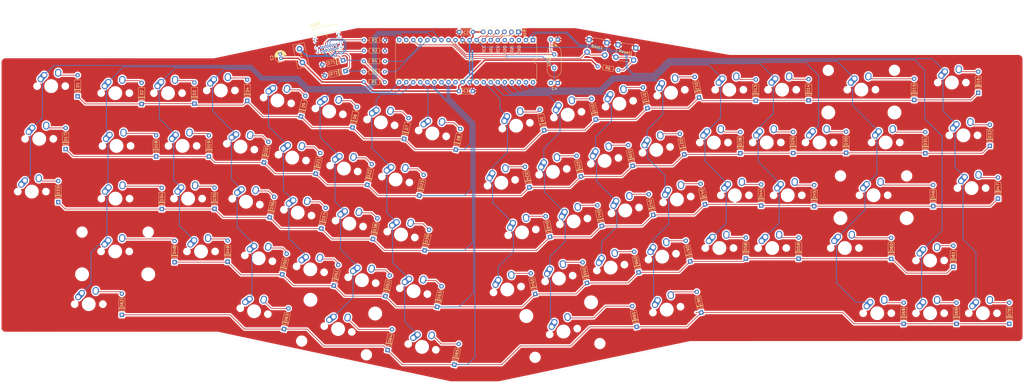
<source format=kicad_pcb>
(kicad_pcb (version 20171130) (host pcbnew 5.1.9)
  (layers (0 F.Cu signal) (31 B.Cu signal) (34 B.Paste user) (35 F.Paste user) (36 B.SilkS user) (37 F.SilkS user) (38 B.Mask user) (39 F.Mask user) (44 Edge.Cuts user))
  (net 0 "")
  (net 1 GND)
  (net 2 +5V)
  (net 3 "Net-(C4-Pad2)")
  (net 4 "Net-(C5-Pad2)")
  (net 5 "Net-(D3-Pad2)")
  (net 6 row0)
  (net 7 "Net-(D4-Pad2)")
  (net 8 "Net-(D5-Pad2)")
  (net 9 "Net-(D6-Pad2)")
  (net 10 "Net-(D7-Pad2)")
  (net 11 "Net-(D8-Pad2)")
  (net 12 "Net-(D9-Pad2)")
  (net 13 "Net-(D10-Pad2)")
  (net 14 "Net-(D11-Pad2)")
  (net 15 "Net-(D12-Pad2)")
  (net 16 "Net-(D13-Pad2)")
  (net 17 "Net-(D14-Pad2)")
  (net 18 "Net-(D15-Pad2)")
  (net 19 "Net-(D16-Pad2)")
  (net 20 "Net-(D19-Pad2)")
  (net 21 row1)
  (net 22 "Net-(D20-Pad2)")
  (net 23 "Net-(D21-Pad2)")
  (net 24 "Net-(D22-Pad2)")
  (net 25 "Net-(D23-Pad2)")
  (net 26 "Net-(D24-Pad2)")
  (net 27 "Net-(D25-Pad2)")
  (net 28 "Net-(D26-Pad2)")
  (net 29 "Net-(D27-Pad2)")
  (net 30 "Net-(D28-Pad2)")
  (net 31 "Net-(D29-Pad2)")
  (net 32 "Net-(D30-Pad2)")
  (net 33 "Net-(D31-Pad2)")
  (net 34 "Net-(D32-Pad2)")
  (net 35 "Net-(D33-Pad2)")
  (net 36 "Net-(D35-Pad2)")
  (net 37 row2)
  (net 38 "Net-(D36-Pad2)")
  (net 39 "Net-(D37-Pad2)")
  (net 40 "Net-(D38-Pad2)")
  (net 41 "Net-(D39-Pad2)")
  (net 42 "Net-(D40-Pad2)")
  (net 43 "Net-(D41-Pad2)")
  (net 44 "Net-(D42-Pad2)")
  (net 45 "Net-(D43-Pad2)")
  (net 46 "Net-(D44-Pad2)")
  (net 47 "Net-(D45-Pad2)")
  (net 48 "Net-(D46-Pad2)")
  (net 49 "Net-(D47-Pad2)")
  (net 50 "Net-(D48-Pad2)")
  (net 51 "Net-(D51-Pad2)")
  (net 52 "Net-(D52-Pad2)")
  (net 53 "Net-(D53-Pad2)")
  (net 54 "Net-(D54-Pad2)")
  (net 55 "Net-(D55-Pad2)")
  (net 56 "Net-(D56-Pad2)")
  (net 57 "Net-(D57-Pad2)")
  (net 58 "Net-(D58-Pad2)")
  (net 59 "Net-(D59-Pad2)")
  (net 60 "Net-(D61-Pad2)")
  (net 61 "Net-(D62-Pad2)")
  (net 62 "Net-(D64-Pad2)")
  (net 63 "Net-(D66-Pad2)")
  (net 64 "Net-(D67-Pad2)")
  (net 65 "Net-(D68-Pad2)")
  (net 66 VCC)
  (net 67 col0)
  (net 68 col1)
  (net 69 col2)
  (net 70 col3)
  (net 71 col4)
  (net 72 col5)
  (net 73 col6)
  (net 74 col7)
  (net 75 col8)
  (net 76 col9)
  (net 77 col10)
  (net 78 col11)
  (net 79 col12)
  (net 80 col13)
  (net 81 col14)
  (net 82 D-)
  (net 83 D+)
  (net 84 SCK)
  (net 85 MISO)
  (net 86 MOSI)
  (net 87 "Net-(USB1-PadA8)")
  (net 88 "Net-(USB1-PadB8)")
  (net 89 "Net-(U1-Pad5)")
  (net 90 "Net-(U1-Pad4)")
  (net 91 "Net-(U1-Pad3)")
  (net 92 "Net-(U1-Pad32)")
  (net 93 row3)
  (net 94 row4)
  (net 95 "Net-(D18-Pad2)")
  (net 96 "Net-(D49-Pad2)")
  (net 97 "Net-(D50-Pad2)")
  (net 98 "Net-(D63-Pad2)")
  (net 99 "Net-(D65-Pad2)")
  (net 100 RST)
  (net 101 BOOT)
  (net 102 "Net-(D1-Pad2)")
  (net 103 "Net-(D2-Pad2)")
  (net 104 "Net-(D17-Pad2)")
  (net 105 "Net-(D34-Pad2)")
  (net 106 "Net-(D60-Pad2)")
  (net 107 "Net-(D69-Pad2)")
  (net 108 "Net-(D70-Pad2)")
  (net 109 "Net-(D71-Pad1)")
  (net 110 col15)
  (net 111 col17)
  (net 112 col16)
  (net 113 "Net-(R2-Pad1)")
  (net 114 "Net-(R3-Pad1)")
  (net 115 "Net-(D72-Pad1)")
  (module MX_Alps_Hybrid:MX-1U-NoLED (layer F.Cu) (at 338.73948 166.99484)
    (fp_text reference MX68)
    (fp_text value MX-NoLED)
    (pad 2 thru_hole oval (at 2.5 -4.5 86.0548) (size 2.831378 2.25) (drill 1.47 (offset 0.290689 0)) (layers *.Cu B.Mask) (net 65 "Net-(D68-Pad2)"))
    (pad 2 thru_hole circle (at 2.54 -5.08) (size 2.25 2.25) (drill 1.47) (layers *.Cu B.Mask) (net 65 "Net-(D68-Pad2)"))
    (pad 1 thru_hole oval (at -3.81 -2.54 48.0996) (size 4.211556 2.25) (drill 1.47 (offset 0.980778 0)) (layers *.Cu B.Mask) (net 110 col15))
    (pad "" np_thru_hole circle (at 0 0) (size 3.9878 3.9878) (drill 3.9878) (layers *.Cu *.Mask))
    (pad 1 thru_hole circle (at -2.5 -4) (size 2.25 2.25) (drill 1.47) (layers *.Cu B.Mask) (net 110 col15))
    (pad "" np_thru_hole circle (at -5.08 0 48.0996) (size 1.75 1.75) (drill 1.75) (layers *.Cu *.Mask))
    (pad "" np_thru_hole circle (at 5.08 0 48.0996) (size 1.75 1.75) (drill 1.75) (layers *.Cu *.Mask))
  )
  (module MX_Alps_Hybrid:MX-1U-NoLED (layer F.Cu) (at 285.3563 86.2711)
    (fp_text reference MX13)
    (fp_text value MX-NoLED)
    (pad "" np_thru_hole circle (at 5.08 0 48.0996) (size 1.75 1.75) (drill 1.75) (layers *.Cu *.Mask))
    (pad "" np_thru_hole circle (at -5.08 0 48.0996) (size 1.75 1.75) (drill 1.75) (layers *.Cu *.Mask))
    (pad 1 thru_hole circle (at -2.5 -4) (size 2.25 2.25) (drill 1.47) (layers *.Cu B.Mask) (net 79 col12))
    (pad "" np_thru_hole circle (at 0 0) (size 3.9878 3.9878) (drill 3.9878) (layers *.Cu *.Mask))
    (pad 1 thru_hole oval (at -3.81 -2.54 48.0996) (size 4.211556 2.25) (drill 1.47 (offset 0.980778 0)) (layers *.Cu B.Mask) (net 79 col12))
    (pad 2 thru_hole circle (at 2.54 -5.08) (size 2.25 2.25) (drill 1.47) (layers *.Cu B.Mask) (net 16 "Net-(D13-Pad2)"))
    (pad 2 thru_hole oval (at 2.5 -4.5 86.0548) (size 2.831378 2.25) (drill 1.47 (offset 0.290689 0)) (layers *.Cu B.Mask) (net 16 "Net-(D13-Pad2)"))
  )
  (module MX_Alps_Hybrid:MX-1U-NoLED (layer F.Cu) (at 264.34796 87.35822 12)
    (fp_text reference MX12)
    (fp_text value MX-NoLED)
    (pad "" np_thru_hole circle (at 5.08 0 60.0996) (size 1.75 1.75) (drill 1.75) (layers *.Cu *.Mask))
    (pad "" np_thru_hole circle (at -5.08 0 60.0996) (size 1.75 1.75) (drill 1.75) (layers *.Cu *.Mask))
    (pad 1 thru_hole circle (at -2.5 -4 12) (size 2.25 2.25) (drill 1.47) (layers *.Cu B.Mask) (net 78 col11))
    (pad "" np_thru_hole circle (at 0 0 12) (size 3.9878 3.9878) (drill 3.9878) (layers *.Cu *.Mask))
    (pad 1 thru_hole oval (at -3.81 -2.54 60.0996) (size 4.211556 2.25) (drill 1.47 (offset 0.980778 0)) (layers *.Cu B.Mask) (net 78 col11))
    (pad 2 thru_hole circle (at 2.54 -5.08 12) (size 2.25 2.25) (drill 1.47) (layers *.Cu B.Mask) (net 15 "Net-(D12-Pad2)"))
    (pad 2 thru_hole oval (at 2.5 -4.5 98.0548) (size 2.831378 2.25) (drill 1.47 (offset 0.290689 0)) (layers *.Cu B.Mask) (net 15 "Net-(D12-Pad2)"))
  )
  (module MX_Alps_Hybrid:MX-1U-NoLED (layer F.Cu) (at 227.076 95.2881 12)
    (fp_text reference MX10)
    (fp_text value MX-NoLED)
    (pad "" np_thru_hole circle (at 5.08 0 60.0996) (size 1.75 1.75) (drill 1.75) (layers *.Cu *.Mask))
    (pad "" np_thru_hole circle (at -5.08 0 60.0996) (size 1.75 1.75) (drill 1.75) (layers *.Cu *.Mask))
    (pad 1 thru_hole circle (at -2.5 -4 12) (size 2.25 2.25) (drill 1.47) (layers *.Cu B.Mask) (net 76 col9))
    (pad "" np_thru_hole circle (at 0 0 12) (size 3.9878 3.9878) (drill 3.9878) (layers *.Cu *.Mask))
    (pad 1 thru_hole oval (at -3.81 -2.54 60.0996) (size 4.211556 2.25) (drill 1.47 (offset 0.980778 0)) (layers *.Cu B.Mask) (net 76 col9))
    (pad 2 thru_hole circle (at 2.54 -5.08 12) (size 2.25 2.25) (drill 1.47) (layers *.Cu B.Mask) (net 13 "Net-(D10-Pad2)"))
    (pad 2 thru_hole oval (at 2.5 -4.5 98.0548) (size 2.831378 2.25) (drill 1.47 (offset 0.290689 0)) (layers *.Cu B.Mask) (net 13 "Net-(D10-Pad2)"))
  )
  (module MX_Alps_Hybrid:MX-1U-NoLED (layer F.Cu) (at 306.4383 124.3965)
    (fp_text reference MX45)
    (fp_text value MX-NoLED)
    (pad 2 thru_hole oval (at 2.5 -4.5 86.0548) (size 2.831378 2.25) (drill 1.47 (offset 0.290689 0)) (layers *.Cu B.Mask) (net 47 "Net-(D45-Pad2)"))
    (pad 2 thru_hole circle (at 2.54 -5.08) (size 2.25 2.25) (drill 1.47) (layers *.Cu B.Mask) (net 47 "Net-(D45-Pad2)"))
    (pad 1 thru_hole oval (at -3.81 -2.54 48.0996) (size 4.211556 2.25) (drill 1.47 (offset 0.980778 0)) (layers *.Cu B.Mask) (net 80 col13))
    (pad "" np_thru_hole circle (at 0 0) (size 3.9878 3.9878) (drill 3.9878) (layers *.Cu *.Mask))
    (pad 1 thru_hole circle (at -2.5 -4) (size 2.25 2.25) (drill 1.47) (layers *.Cu B.Mask) (net 80 col13))
    (pad "" np_thru_hole circle (at -5.08 0 48.0996) (size 1.75 1.75) (drill 1.75) (layers *.Cu *.Mask))
    (pad "" np_thru_hole circle (at 5.08 0 48.0996) (size 1.75 1.75) (drill 1.75) (layers *.Cu *.Mask))
  )
  (module MX_Alps_Hybrid:MX-1U-NoLED (layer F.Cu) (at 247.8405 129.8702 12)
    (fp_text reference MX42)
    (fp_text value MX-NoLED)
    (pad "" np_thru_hole circle (at 5.08 0 60.0996) (size 1.75 1.75) (drill 1.75) (layers *.Cu *.Mask))
    (pad "" np_thru_hole circle (at -5.08 0 60.0996) (size 1.75 1.75) (drill 1.75) (layers *.Cu *.Mask))
    (pad 1 thru_hole circle (at -2.5 -4 12) (size 2.25 2.25) (drill 1.47) (layers *.Cu B.Mask) (net 77 col10))
    (pad "" np_thru_hole circle (at 0 0 12) (size 3.9878 3.9878) (drill 3.9878) (layers *.Cu *.Mask))
    (pad 1 thru_hole oval (at -3.81 -2.54 60.0996) (size 4.211556 2.25) (drill 1.47 (offset 0.980778 0)) (layers *.Cu B.Mask) (net 77 col10))
    (pad 2 thru_hole circle (at 2.54 -5.08 12) (size 2.25 2.25) (drill 1.47) (layers *.Cu B.Mask) (net 44 "Net-(D42-Pad2)"))
    (pad 2 thru_hole oval (at 2.5 -4.5 98.0548) (size 2.831378 2.25) (drill 1.47 (offset 0.290689 0)) (layers *.Cu B.Mask) (net 44 "Net-(D42-Pad2)"))
  )
  (module MX_Alps_Hybrid:MX-1U-NoLED (layer F.Cu) (at 221.742 115.9256 12)
    (fp_text reference MX25)
    (fp_text value MX-NoLED)
    (pad "" np_thru_hole circle (at 5.08 0 60.0996) (size 1.75 1.75) (drill 1.75) (layers *.Cu *.Mask))
    (pad "" np_thru_hole circle (at -5.08 0 60.0996) (size 1.75 1.75) (drill 1.75) (layers *.Cu *.Mask))
    (pad 1 thru_hole circle (at -2.5 -4 12) (size 2.25 2.25) (drill 1.47) (layers *.Cu B.Mask) (net 76 col9))
    (pad "" np_thru_hole circle (at 0 0 12) (size 3.9878 3.9878) (drill 3.9878) (layers *.Cu *.Mask))
    (pad 1 thru_hole oval (at -3.81 -2.54 60.0996) (size 4.211556 2.25) (drill 1.47 (offset 0.980778 0)) (layers *.Cu B.Mask) (net 76 col9))
    (pad 2 thru_hole circle (at 2.54 -5.08 12) (size 2.25 2.25) (drill 1.47) (layers *.Cu B.Mask) (net 27 "Net-(D25-Pad2)"))
    (pad 2 thru_hole oval (at 2.5 -4.5 98.0548) (size 2.831378 2.25) (drill 1.47 (offset 0.290689 0)) (layers *.Cu B.Mask) (net 27 "Net-(D25-Pad2)"))
  )
  (module MX_Alps_Hybrid:MX-1U-NoLED (layer F.Cu) (at 203.1365 119.8753 12)
    (fp_text reference MX24)
    (fp_text value MX-NoLED)
    (pad "" np_thru_hole circle (at 5.08 0 60.0996) (size 1.75 1.75) (drill 1.75) (layers *.Cu *.Mask))
    (pad "" np_thru_hole circle (at -5.08 0 60.0996) (size 1.75 1.75) (drill 1.75) (layers *.Cu *.Mask))
    (pad 1 thru_hole circle (at -2.5 -4 12) (size 2.25 2.25) (drill 1.47) (layers *.Cu B.Mask) (net 75 col8))
    (pad "" np_thru_hole circle (at 0 0 12) (size 3.9878 3.9878) (drill 3.9878) (layers *.Cu *.Mask))
    (pad 1 thru_hole oval (at -3.81 -2.54 60.0996) (size 4.211556 2.25) (drill 1.47 (offset 0.980778 0)) (layers *.Cu B.Mask) (net 75 col8))
    (pad 2 thru_hole circle (at 2.54 -5.08 12) (size 2.25 2.25) (drill 1.47) (layers *.Cu B.Mask) (net 26 "Net-(D24-Pad2)"))
    (pad 2 thru_hole oval (at 2.5 -4.5 98.0548) (size 2.831378 2.25) (drill 1.47 (offset 0.290689 0)) (layers *.Cu B.Mask) (net 26 "Net-(D24-Pad2)"))
  )
  (module MX_Alps_Hybrid:MX-1U-NoLED (layer F.Cu) (at 242.57 150.5077 12)
    (fp_text reference MX56)
    (fp_text value MX-NoLED)
    (pad "" np_thru_hole circle (at 5.08 0 60.0996) (size 1.75 1.75) (drill 1.75) (layers *.Cu *.Mask))
    (pad "" np_thru_hole circle (at -5.08 0 60.0996) (size 1.75 1.75) (drill 1.75) (layers *.Cu *.Mask))
    (pad 1 thru_hole circle (at -2.5 -4 12) (size 2.25 2.25) (drill 1.47) (layers *.Cu B.Mask) (net 77 col10))
    (pad "" np_thru_hole circle (at 0 0 12) (size 3.9878 3.9878) (drill 3.9878) (layers *.Cu *.Mask))
    (pad 1 thru_hole oval (at -3.81 -2.54 60.0996) (size 4.211556 2.25) (drill 1.47 (offset 0.980778 0)) (layers *.Cu B.Mask) (net 77 col10))
    (pad 2 thru_hole circle (at 2.54 -5.08 12) (size 2.25 2.25) (drill 1.47) (layers *.Cu B.Mask) (net 56 "Net-(D56-Pad2)"))
    (pad 2 thru_hole oval (at 2.5 -4.5 98.0548) (size 2.831378 2.25) (drill 1.47 (offset 0.290689 0)) (layers *.Cu B.Mask) (net 56 "Net-(D56-Pad2)"))
  )
  (module MX_Alps_Hybrid:MX-1U-NoLED (layer F.Cu) (at 261.1628 146.56435 12)
    (fp_text reference MX57)
    (fp_text value MX-NoLED)
    (pad "" np_thru_hole circle (at 5.08 0 60.0996) (size 1.75 1.75) (drill 1.75) (layers *.Cu *.Mask))
    (pad "" np_thru_hole circle (at -5.08 0 60.0996) (size 1.75 1.75) (drill 1.75) (layers *.Cu *.Mask))
    (pad 1 thru_hole circle (at -2.5 -4 12) (size 2.25 2.25) (drill 1.47) (layers *.Cu B.Mask) (net 78 col11))
    (pad "" np_thru_hole circle (at 0 0 12) (size 3.9878 3.9878) (drill 3.9878) (layers *.Cu *.Mask))
    (pad 1 thru_hole oval (at -3.81 -2.54 60.0996) (size 4.211556 2.25) (drill 1.47 (offset 0.980778 0)) (layers *.Cu B.Mask) (net 78 col11))
    (pad 2 thru_hole circle (at 2.54 -5.08 12) (size 2.25 2.25) (drill 1.47) (layers *.Cu B.Mask) (net 57 "Net-(D57-Pad2)"))
    (pad 2 thru_hole oval (at 2.5 -4.5 98.0548) (size 2.831378 2.25) (drill 1.47 (offset 0.290689 0)) (layers *.Cu B.Mask) (net 57 "Net-(D57-Pad2)"))
  )
  (module MX_Alps_Hybrid:MX-2.75U-ReversedStabilizers-NoLED (layer F.Cu) (at 225.54692 173.60392 12)
    (fp_text reference MX66)
    (fp_text value MX-NoLED)
    (pad "" np_thru_hole circle (at 11.938 -8.255 12) (size 3.9878 3.9878) (drill 3.9878) (layers *.Cu *.Mask))
    (pad "" np_thru_hole circle (at -11.938 -8.255 12) (size 3.9878 3.9878) (drill 3.9878) (layers *.Cu *.Mask))
    (pad "" np_thru_hole circle (at 11.938 6.985 12) (size 3.048 3.048) (drill 3.048) (layers *.Cu *.Mask))
    (pad "" np_thru_hole circle (at -11.938 6.985 12) (size 3.048 3.048) (drill 3.048) (layers *.Cu *.Mask))
    (pad "" np_thru_hole circle (at 5.08 0 60.0996) (size 1.75 1.75) (drill 1.75) (layers *.Cu *.Mask))
    (pad "" np_thru_hole circle (at -5.08 0 60.0996) (size 1.75 1.75) (drill 1.75) (layers *.Cu *.Mask))
    (pad 1 thru_hole circle (at -2.5 -4 12) (size 2.25 2.25) (drill 1.47) (layers *.Cu B.Mask) (net 76 col9))
    (pad "" np_thru_hole circle (at 0 0 12) (size 3.9878 3.9878) (drill 3.9878) (layers *.Cu *.Mask))
    (pad 1 thru_hole oval (at -3.81 -2.54 60.0996) (size 4.211556 2.25) (drill 1.47 (offset 0.980778 0)) (layers *.Cu B.Mask) (net 76 col9))
    (pad 2 thru_hole circle (at 2.54 -5.08 12) (size 2.25 2.25) (drill 1.47) (layers *.Cu B.Mask) (net 63 "Net-(D66-Pad2)"))
    (pad 2 thru_hole oval (at 2.5 -4.5 98.0548) (size 2.831378 2.25) (drill 1.47 (offset 0.290689 0)) (layers *.Cu B.Mask) (net 63 "Net-(D66-Pad2)"))
  )
  (module MX_Alps_Hybrid:MX-1U-NoLED (layer F.Cu) (at 171.48556 159.02432 348)
    (fp_text reference MX53)
    (fp_text value MX-NoLED)
    (pad "" np_thru_hole circle (at 5.08 0 36.0996) (size 1.75 1.75) (drill 1.75) (layers *.Cu *.Mask))
    (pad "" np_thru_hole circle (at -5.08 0 36.0996) (size 1.75 1.75) (drill 1.75) (layers *.Cu *.Mask))
    (pad 1 thru_hole circle (at -2.5 -4 348) (size 2.25 2.25) (drill 1.47) (layers *.Cu B.Mask) (net 73 col6))
    (pad "" np_thru_hole circle (at 0 0 348) (size 3.9878 3.9878) (drill 3.9878) (layers *.Cu *.Mask))
    (pad 1 thru_hole oval (at -3.81 -2.54 36.0996) (size 4.211556 2.25) (drill 1.47 (offset 0.980778 0)) (layers *.Cu B.Mask) (net 73 col6))
    (pad 2 thru_hole circle (at 2.54 -5.08 348) (size 2.25 2.25) (drill 1.47) (layers *.Cu B.Mask) (net 53 "Net-(D53-Pad2)"))
    (pad 2 thru_hole oval (at 2.5 -4.5 74.0548) (size 2.831378 2.25) (drill 1.47 (offset 0.290689 0)) (layers *.Cu B.Mask) (net 53 "Net-(D53-Pad2)"))
  )
  (module MX_Alps_Hybrid:MX-1.25U-NoLED (layer F.Cu) (at 174.53356 179.15128 348)
    (fp_text reference MX65)
    (fp_text value MX-NoLED)
    (pad "" np_thru_hole circle (at 5.08 0 36.0996) (size 1.75 1.75) (drill 1.75) (layers *.Cu *.Mask))
    (pad "" np_thru_hole circle (at -5.08 0 36.0996) (size 1.75 1.75) (drill 1.75) (layers *.Cu *.Mask))
    (pad 1 thru_hole circle (at -2.5 -4 348) (size 2.25 2.25) (drill 1.47) (layers *.Cu B.Mask) (net 73 col6))
    (pad "" np_thru_hole circle (at 0 0 348) (size 3.9878 3.9878) (drill 3.9878) (layers *.Cu *.Mask))
    (pad 1 thru_hole oval (at -3.81 -2.54 36.0996) (size 4.211556 2.25) (drill 1.47 (offset 0.980778 0)) (layers *.Cu B.Mask) (net 73 col6))
    (pad 2 thru_hole circle (at 2.54 -5.08 348) (size 2.25 2.25) (drill 1.47) (layers *.Cu B.Mask) (net 99 "Net-(D65-Pad2)"))
    (pad 2 thru_hole oval (at 2.5 -4.5 74.0548) (size 2.831378 2.25) (drill 1.47 (offset 0.290689 0)) (layers *.Cu B.Mask) (net 99 "Net-(D65-Pad2)"))
  )
  (module MX_Alps_Hybrid:MX-2U-ReversedStabilizers-NoLED (layer F.Cu) (at 144.2466 172.69968 348)
    (fp_text reference MX64)
    (fp_text value MX-NoLED)
    (pad "" np_thru_hole circle (at 11.938 -8.255 348) (size 3.9878 3.9878) (drill 3.9878) (layers *.Cu *.Mask))
    (pad "" np_thru_hole circle (at -11.938 -8.255 348) (size 3.9878 3.9878) (drill 3.9878) (layers *.Cu *.Mask))
    (pad "" np_thru_hole circle (at 11.938 6.985 348) (size 3.048 3.048) (drill 3.048) (layers *.Cu *.Mask))
    (pad "" np_thru_hole circle (at -11.938 6.985 348) (size 3.048 3.048) (drill 3.048) (layers *.Cu *.Mask))
    (pad "" np_thru_hole circle (at 5.08 0 36.0996) (size 1.75 1.75) (drill 1.75) (layers *.Cu *.Mask))
    (pad "" np_thru_hole circle (at -5.08 0 36.0996) (size 1.75 1.75) (drill 1.75) (layers *.Cu *.Mask))
    (pad 1 thru_hole circle (at -2.5 -4 348) (size 2.25 2.25) (drill 1.47) (layers *.Cu B.Mask) (net 72 col5))
    (pad "" np_thru_hole circle (at 0 0 348) (size 3.9878 3.9878) (drill 3.9878) (layers *.Cu *.Mask))
    (pad 1 thru_hole oval (at -3.81 -2.54 36.0996) (size 4.211556 2.25) (drill 1.47 (offset 0.980778 0)) (layers *.Cu B.Mask) (net 72 col5))
    (pad 2 thru_hole circle (at 2.54 -5.08 348) (size 2.25 2.25) (drill 1.47) (layers *.Cu B.Mask) (net 62 "Net-(D64-Pad2)"))
    (pad 2 thru_hole oval (at 2.5 -4.5 74.0548) (size 2.831378 2.25) (drill 1.47 (offset 0.290689 0)) (layers *.Cu B.Mask) (net 62 "Net-(D64-Pad2)"))
  )
  (module MX_Alps_Hybrid:MX-1.25U-NoLED (layer F.Cu) (at 113.95456 166.26332 348)
    (fp_text reference MX63)
    (fp_text value MX-NoLED)
    (pad "" np_thru_hole circle (at 5.08 0 36.0996) (size 1.75 1.75) (drill 1.75) (layers *.Cu *.Mask))
    (pad "" np_thru_hole circle (at -5.08 0 36.0996) (size 1.75 1.75) (drill 1.75) (layers *.Cu *.Mask))
    (pad 1 thru_hole circle (at -2.5 -4 348) (size 2.25 2.25) (drill 1.47) (layers *.Cu B.Mask) (net 70 col3))
    (pad "" np_thru_hole circle (at 0 0 348) (size 3.9878 3.9878) (drill 3.9878) (layers *.Cu *.Mask))
    (pad 1 thru_hole oval (at -3.81 -2.54 36.0996) (size 4.211556 2.25) (drill 1.47 (offset 0.980778 0)) (layers *.Cu B.Mask) (net 70 col3))
    (pad 2 thru_hole circle (at 2.54 -5.08 348) (size 2.25 2.25) (drill 1.47) (layers *.Cu B.Mask) (net 98 "Net-(D63-Pad2)"))
    (pad 2 thru_hole oval (at 2.5 -4.5 74.0548) (size 2.831378 2.25) (drill 1.47 (offset 0.290689 0)) (layers *.Cu B.Mask) (net 98 "Net-(D63-Pad2)"))
  )
  (module MX_Alps_Hybrid:MX-2.25U-NoLED (layer F.Cu) (at 63.8429 144.6784)
    (fp_text reference MX48)
    (fp_text value MX-NoLED)
    (pad "" np_thru_hole circle (at 11.938 8.255) (size 3.9878 3.9878) (drill 3.9878) (layers *.Cu *.Mask))
    (pad "" np_thru_hole circle (at -11.938 8.255) (size 3.9878 3.9878) (drill 3.9878) (layers *.Cu *.Mask))
    (pad "" np_thru_hole circle (at 11.938 -6.985) (size 3.048 3.048) (drill 3.048) (layers *.Cu *.Mask))
    (pad "" np_thru_hole circle (at -11.938 -6.985) (size 3.048 3.048) (drill 3.048) (layers *.Cu *.Mask))
    (pad "" np_thru_hole circle (at 5.08 0 48.0996) (size 1.75 1.75) (drill 1.75) (layers *.Cu *.Mask))
    (pad "" np_thru_hole circle (at -5.08 0 48.0996) (size 1.75 1.75) (drill 1.75) (layers *.Cu *.Mask))
    (pad 1 thru_hole circle (at -2.5 -4) (size 2.25 2.25) (drill 1.47) (layers *.Cu B.Mask) (net 68 col1))
    (pad "" np_thru_hole circle (at 0 0) (size 3.9878 3.9878) (drill 3.9878) (layers *.Cu *.Mask))
    (pad 1 thru_hole oval (at -3.81 -2.54 48.0996) (size 4.211556 2.25) (drill 1.47 (offset 0.980778 0)) (layers *.Cu B.Mask) (net 68 col1))
    (pad 2 thru_hole circle (at 2.54 -5.08) (size 2.25 2.25) (drill 1.47) (layers *.Cu B.Mask) (net 50 "Net-(D48-Pad2)"))
    (pad 2 thru_hole oval (at 2.5 -4.5 86.0548) (size 2.831378 2.25) (drill 1.47 (offset 0.290689 0)) (layers *.Cu B.Mask) (net 50 "Net-(D48-Pad2)"))
  )
  (module MX_Alps_Hybrid:MX-1U-NoLED (layer F.Cu) (at 166.9542 138.5824 348)
    (fp_text reference MX39)
    (fp_text value MX-NoLED)
    (pad "" np_thru_hole circle (at 5.08 0 36.0996) (size 1.75 1.75) (drill 1.75) (layers *.Cu *.Mask))
    (pad "" np_thru_hole circle (at -5.08 0 36.0996) (size 1.75 1.75) (drill 1.75) (layers *.Cu *.Mask))
    (pad 1 thru_hole circle (at -2.5 -4 348) (size 2.25 2.25) (drill 1.47) (layers *.Cu B.Mask) (net 73 col6))
    (pad "" np_thru_hole circle (at 0 0 348) (size 3.9878 3.9878) (drill 3.9878) (layers *.Cu *.Mask))
    (pad 1 thru_hole oval (at -3.81 -2.54 36.0996) (size 4.211556 2.25) (drill 1.47 (offset 0.980778 0)) (layers *.Cu B.Mask) (net 73 col6))
    (pad 2 thru_hole circle (at 2.54 -5.08 348) (size 2.25 2.25) (drill 1.47) (layers *.Cu B.Mask) (net 41 "Net-(D39-Pad2)"))
    (pad 2 thru_hole oval (at 2.5 -4.5 74.0548) (size 2.831378 2.25) (drill 1.47 (offset 0.290689 0)) (layers *.Cu B.Mask) (net 41 "Net-(D39-Pad2)"))
  )
  (module MX_Alps_Hybrid:MX-1U-NoLED (layer F.Cu) (at 148.2979 134.62 348)
    (fp_text reference MX38)
    (fp_text value MX-NoLED)
    (pad "" np_thru_hole circle (at 5.08 0 36.0996) (size 1.75 1.75) (drill 1.75) (layers *.Cu *.Mask))
    (pad "" np_thru_hole circle (at -5.08 0 36.0996) (size 1.75 1.75) (drill 1.75) (layers *.Cu *.Mask))
    (pad 1 thru_hole circle (at -2.5 -4 348) (size 2.25 2.25) (drill 1.47) (layers *.Cu B.Mask) (net 72 col5))
    (pad "" np_thru_hole circle (at 0 0 348) (size 3.9878 3.9878) (drill 3.9878) (layers *.Cu *.Mask))
    (pad 1 thru_hole oval (at -3.81 -2.54 36.0996) (size 4.211556 2.25) (drill 1.47 (offset 0.980778 0)) (layers *.Cu B.Mask) (net 72 col5))
    (pad 2 thru_hole circle (at 2.54 -5.08 348) (size 2.25 2.25) (drill 1.47) (layers *.Cu B.Mask) (net 40 "Net-(D38-Pad2)"))
    (pad 2 thru_hole oval (at 2.5 -4.5 74.0548) (size 2.831378 2.25) (drill 1.47 (offset 0.290689 0)) (layers *.Cu B.Mask) (net 40 "Net-(D38-Pad2)"))
  )
  (module MX_Alps_Hybrid:MX-1U-NoLED (layer F.Cu) (at 111.0488 126.7206 348)
    (fp_text reference MX36)
    (fp_text value MX-NoLED)
    (pad "" np_thru_hole circle (at 5.08 0 36.0996) (size 1.75 1.75) (drill 1.75) (layers *.Cu *.Mask))
    (pad "" np_thru_hole circle (at -5.08 0 36.0996) (size 1.75 1.75) (drill 1.75) (layers *.Cu *.Mask))
    (pad 1 thru_hole circle (at -2.5 -4 348) (size 2.25 2.25) (drill 1.47) (layers *.Cu B.Mask) (net 70 col3))
    (pad "" np_thru_hole circle (at 0 0 348) (size 3.9878 3.9878) (drill 3.9878) (layers *.Cu *.Mask))
    (pad 1 thru_hole oval (at -3.81 -2.54 36.0996) (size 4.211556 2.25) (drill 1.47 (offset 0.980778 0)) (layers *.Cu B.Mask) (net 70 col3))
    (pad 2 thru_hole circle (at 2.54 -5.08 348) (size 2.25 2.25) (drill 1.47) (layers *.Cu B.Mask) (net 38 "Net-(D36-Pad2)"))
    (pad 2 thru_hole oval (at 2.5 -4.5 74.0548) (size 2.831378 2.25) (drill 1.47 (offset 0.290689 0)) (layers *.Cu B.Mask) (net 38 "Net-(D36-Pad2)"))
  )
  (module MX_Alps_Hybrid:MX-1U-NoLED (layer F.Cu) (at 90.1446 125.603)
    (fp_text reference MX35)
    (fp_text value MX-NoLED)
    (pad "" np_thru_hole circle (at 5.08 0 48.0996) (size 1.75 1.75) (drill 1.75) (layers *.Cu *.Mask))
    (pad "" np_thru_hole circle (at -5.08 0 48.0996) (size 1.75 1.75) (drill 1.75) (layers *.Cu *.Mask))
    (pad 1 thru_hole circle (at -2.5 -4) (size 2.25 2.25) (drill 1.47) (layers *.Cu B.Mask) (net 69 col2))
    (pad "" np_thru_hole circle (at 0 0) (size 3.9878 3.9878) (drill 3.9878) (layers *.Cu *.Mask))
    (pad 1 thru_hole oval (at -3.81 -2.54 48.0996) (size 4.211556 2.25) (drill 1.47 (offset 0.980778 0)) (layers *.Cu B.Mask) (net 69 col2))
    (pad 2 thru_hole circle (at 2.54 -5.08) (size 2.25 2.25) (drill 1.47) (layers *.Cu B.Mask) (net 36 "Net-(D35-Pad2)"))
    (pad 2 thru_hole oval (at 2.5 -4.5 86.0548) (size 2.831378 2.25) (drill 1.47 (offset 0.290689 0)) (layers *.Cu B.Mask) (net 36 "Net-(D35-Pad2)"))
  )
  (module MX_Alps_Hybrid:MX-1U-NoLED (layer F.Cu) (at 165.0111 118.70944 348)
    (fp_text reference MX23)
    (fp_text value MX-NoLED)
    (pad "" np_thru_hole circle (at 5.08 0 36.0996) (size 1.75 1.75) (drill 1.75) (layers *.Cu *.Mask))
    (pad "" np_thru_hole circle (at -5.08 0 36.0996) (size 1.75 1.75) (drill 1.75) (layers *.Cu *.Mask))
    (pad 1 thru_hole circle (at -2.5 -4 348) (size 2.25 2.25) (drill 1.47) (layers *.Cu B.Mask) (net 73 col6))
    (pad "" np_thru_hole circle (at 0 0 348) (size 3.9878 3.9878) (drill 3.9878) (layers *.Cu *.Mask))
    (pad 1 thru_hole oval (at -3.81 -2.54 36.0996) (size 4.211556 2.25) (drill 1.47 (offset 0.980778 0)) (layers *.Cu B.Mask) (net 73 col6))
    (pad 2 thru_hole circle (at 2.54 -5.08 348) (size 2.25 2.25) (drill 1.47) (layers *.Cu B.Mask) (net 25 "Net-(D23-Pad2)"))
    (pad 2 thru_hole oval (at 2.5 -4.5 74.0548) (size 2.831378 2.25) (drill 1.47 (offset 0.290689 0)) (layers *.Cu B.Mask) (net 25 "Net-(D23-Pad2)"))
  )
  (module MX_Alps_Hybrid:MX-1U-NoLED (layer F.Cu) (at 146.3548 114.7445 348)
    (fp_text reference MX22)
    (fp_text value MX-NoLED)
    (pad "" np_thru_hole circle (at 5.08 0 36.0996) (size 1.75 1.75) (drill 1.75) (layers *.Cu *.Mask))
    (pad "" np_thru_hole circle (at -5.08 0 36.0996) (size 1.75 1.75) (drill 1.75) (layers *.Cu *.Mask))
    (pad 1 thru_hole circle (at -2.5 -4 348) (size 2.25 2.25) (drill 1.47) (layers *.Cu B.Mask) (net 72 col5))
    (pad "" np_thru_hole circle (at 0 0 348) (size 3.9878 3.9878) (drill 3.9878) (layers *.Cu *.Mask))
    (pad 1 thru_hole oval (at -3.81 -2.54 36.0996) (size 4.211556 2.25) (drill 1.47 (offset 0.980778 0)) (layers *.Cu B.Mask) (net 72 col5))
    (pad 2 thru_hole circle (at 2.54 -5.08 348) (size 2.25 2.25) (drill 1.47) (layers *.Cu B.Mask) (net 24 "Net-(D22-Pad2)"))
    (pad 2 thru_hole oval (at 2.5 -4.5 74.0548) (size 2.831378 2.25) (drill 1.47 (offset 0.290689 0)) (layers *.Cu B.Mask) (net 24 "Net-(D22-Pad2)"))
  )
  (module MX_Alps_Hybrid:MX-1U-NoLED (layer F.Cu) (at 109.0676 106.8324 348)
    (fp_text reference MX20)
    (fp_text value MX-NoLED)
    (pad "" np_thru_hole circle (at 5.08 0 36.0996) (size 1.75 1.75) (drill 1.75) (layers *.Cu *.Mask))
    (pad "" np_thru_hole circle (at -5.08 0 36.0996) (size 1.75 1.75) (drill 1.75) (layers *.Cu *.Mask))
    (pad 1 thru_hole circle (at -2.5 -4 348) (size 2.25 2.25) (drill 1.47) (layers *.Cu B.Mask) (net 70 col3))
    (pad "" np_thru_hole circle (at 0 0 348) (size 3.9878 3.9878) (drill 3.9878) (layers *.Cu *.Mask))
    (pad 1 thru_hole oval (at -3.81 -2.54 36.0996) (size 4.211556 2.25) (drill 1.47 (offset 0.980778 0)) (layers *.Cu B.Mask) (net 70 col3))
    (pad 2 thru_hole circle (at 2.54 -5.08 348) (size 2.25 2.25) (drill 1.47) (layers *.Cu B.Mask) (net 22 "Net-(D20-Pad2)"))
    (pad 2 thru_hole oval (at 2.5 -4.5 74.0548) (size 2.831378 2.25) (drill 1.47 (offset 0.290689 0)) (layers *.Cu B.Mask) (net 22 "Net-(D20-Pad2)"))
  )
  (module MX_Alps_Hybrid:MX-1U-NoLED (layer F.Cu) (at 88.1507 106.553)
    (fp_text reference MX19)
    (fp_text value MX-NoLED)
    (pad "" np_thru_hole circle (at 5.08 0 48.0996) (size 1.75 1.75) (drill 1.75) (layers *.Cu *.Mask))
    (pad "" np_thru_hole circle (at -5.08 0 48.0996) (size 1.75 1.75) (drill 1.75) (layers *.Cu *.Mask))
    (pad 1 thru_hole circle (at -2.5 -4) (size 2.25 2.25) (drill 1.47) (layers *.Cu B.Mask) (net 69 col2))
    (pad "" np_thru_hole circle (at 0 0) (size 3.9878 3.9878) (drill 3.9878) (layers *.Cu *.Mask))
    (pad 1 thru_hole oval (at -3.81 -2.54 48.0996) (size 4.211556 2.25) (drill 1.47 (offset 0.980778 0)) (layers *.Cu B.Mask) (net 69 col2))
    (pad 2 thru_hole circle (at 2.54 -5.08) (size 2.25 2.25) (drill 1.47) (layers *.Cu B.Mask) (net 20 "Net-(D19-Pad2)"))
    (pad 2 thru_hole oval (at 2.5 -4.5 86.0548) (size 2.831378 2.25) (drill 1.47 (offset 0.290689 0)) (layers *.Cu B.Mask) (net 20 "Net-(D19-Pad2)"))
  )
  (module MX_Alps_Hybrid:MX-1U-NoLED (layer F.Cu) (at 33.782 123.063)
    (fp_text reference MX33)
    (fp_text value MX-NoLED)
    (pad "" np_thru_hole circle (at 5.08 0 48.0996) (size 1.75 1.75) (drill 1.75) (layers *.Cu *.Mask))
    (pad "" np_thru_hole circle (at -5.08 0 48.0996) (size 1.75 1.75) (drill 1.75) (layers *.Cu *.Mask))
    (pad 1 thru_hole circle (at -2.5 -4) (size 2.25 2.25) (drill 1.47) (layers *.Cu B.Mask) (net 67 col0))
    (pad "" np_thru_hole circle (at 0 0) (size 3.9878 3.9878) (drill 3.9878) (layers *.Cu *.Mask))
    (pad 1 thru_hole oval (at -3.81 -2.54 48.0996) (size 4.211556 2.25) (drill 1.47 (offset 0.980778 0)) (layers *.Cu B.Mask) (net 67 col0))
    (pad 2 thru_hole circle (at 2.54 -5.08) (size 2.25 2.25) (drill 1.47) (layers *.Cu B.Mask) (net 35 "Net-(D33-Pad2)"))
    (pad 2 thru_hole oval (at 2.5 -4.5 86.0548) (size 2.831378 2.25) (drill 1.47 (offset 0.290689 0)) (layers *.Cu B.Mask) (net 35 "Net-(D33-Pad2)"))
  )
  (module MX_Alps_Hybrid:MX-1U-NoLED (layer F.Cu) (at 178.27244 102.04196 348)
    (fp_text reference MX8)
    (fp_text value MX-NoLED)
    (pad "" np_thru_hole circle (at 5.08 0 36.0996) (size 1.75 1.75) (drill 1.75) (layers *.Cu *.Mask))
    (pad "" np_thru_hole circle (at -5.08 0 36.0996) (size 1.75 1.75) (drill 1.75) (layers *.Cu *.Mask))
    (pad 1 thru_hole circle (at -2.5 -4 348) (size 2.25 2.25) (drill 1.47) (layers *.Cu B.Mask) (net 74 col7))
    (pad "" np_thru_hole circle (at 0 0 348) (size 3.9878 3.9878) (drill 3.9878) (layers *.Cu *.Mask))
    (pad 1 thru_hole oval (at -3.81 -2.54 36.0996) (size 4.211556 2.25) (drill 1.47 (offset 0.980778 0)) (layers *.Cu B.Mask) (net 74 col7))
    (pad 2 thru_hole circle (at 2.54 -5.08 348) (size 2.25 2.25) (drill 1.47) (layers *.Cu B.Mask) (net 11 "Net-(D8-Pad2)"))
    (pad 2 thru_hole oval (at 2.5 -4.5 74.0548) (size 2.831378 2.25) (drill 1.47 (offset 0.290689 0)) (layers *.Cu B.Mask) (net 11 "Net-(D8-Pad2)"))
  )
  (module MX_Alps_Hybrid:MX-1U-NoLED (layer F.Cu) (at 159.67964 98.0694 348)
    (fp_text reference MX7)
    (fp_text value MX-NoLED)
    (pad "" np_thru_hole circle (at 5.08 0 36.0996) (size 1.75 1.75) (drill 1.75) (layers *.Cu *.Mask))
    (pad "" np_thru_hole circle (at -5.08 0 36.0996) (size 1.75 1.75) (drill 1.75) (layers *.Cu *.Mask))
    (pad 1 thru_hole circle (at -2.5 -4 348) (size 2.25 2.25) (drill 1.47) (layers *.Cu B.Mask) (net 73 col6))
    (pad "" np_thru_hole circle (at 0 0 348) (size 3.9878 3.9878) (drill 3.9878) (layers *.Cu *.Mask))
    (pad 1 thru_hole oval (at -3.81 -2.54 36.0996) (size 4.211556 2.25) (drill 1.47 (offset 0.980778 0)) (layers *.Cu B.Mask) (net 73 col6))
    (pad 2 thru_hole circle (at 2.54 -5.08 348) (size 2.25 2.25) (drill 1.47) (layers *.Cu B.Mask) (net 10 "Net-(D7-Pad2)"))
    (pad 2 thru_hole oval (at 2.5 -4.5 74.0548) (size 2.831378 2.25) (drill 1.47 (offset 0.290689 0)) (layers *.Cu B.Mask) (net 10 "Net-(D7-Pad2)"))
  )
  (module sesame-master:USB_C_GCT_USB4085 (layer F.Cu) (at 139.9286 65.8749 192)
    (fp_text reference USB1 (at 3.002941 3.859358 12) (layer F.SilkS))
    (fp_text value USB_C_Receptacle_USB2.0)
    (pad S1 thru_hole oval (at 4.325 -1.74 192) (size 0.9 1.7) (drill oval 0.6 1.4) (layers *.Cu *.Mask) (net 1 GND))
    (pad S1 thru_hole oval (at -4.325 -1.74 192) (size 0.9 1.7) (drill oval 0.6 1.4) (layers *.Cu *.Mask) (net 1 GND))
    (pad S1 thru_hole oval (at 4.325 -5.12 192) (size 0.9 2.4) (drill oval 0.6 2.1) (layers *.Cu *.Mask) (net 1 GND))
    (pad S1 thru_hole oval (at -4.325 -5.12 192) (size 0.9 2.4) (drill oval 0.6 2.1) (layers *.Cu *.Mask) (net 1 GND))
    (pad B1 thru_hole oval (at 2.98 -4.775 192) (size 0.65 1) (drill 0.4) (layers *.Cu *.Mask) (net 1 GND))
    (pad B4 thru_hole oval (at 2.13 -4.775 192) (size 0.65 1) (drill 0.4) (layers *.Cu *.Mask) (net 66 VCC))
    (pad B5 thru_hole oval (at 1.28 -4.775 192) (size 0.65 1) (drill 0.4) (layers *.Cu *.Mask) (net 114 "Net-(R3-Pad1)"))
    (pad B6 thru_hole oval (at 0.43 -4.775 192) (size 0.65 1) (drill 0.4) (layers *.Cu *.Mask) (net 115 "Net-(D72-Pad1)"))
    (pad B7 thru_hole oval (at -0.42 -4.775 192) (size 0.65 1) (drill 0.4) (layers *.Cu *.Mask) (net 109 "Net-(D71-Pad1)"))
    (pad B8 thru_hole oval (at -1.27 -4.775 192) (size 0.65 1) (drill 0.4) (layers *.Cu *.Mask) (net 88 "Net-(USB1-PadB8)"))
    (pad B9 thru_hole oval (at -2.12 -4.775 192) (size 0.65 1) (drill 0.4) (layers *.Cu *.Mask) (net 66 VCC))
    (pad B12 thru_hole oval (at -2.975 -4.775 192) (size 0.65 1) (drill 0.4) (layers *.Cu *.Mask) (net 1 GND))
    (pad A12 thru_hole oval (at 2.975 -6.1 192) (size 0.65 1) (drill 0.4) (layers *.Cu *.Mask) (net 1 GND))
    (pad A9 thru_hole oval (at 2.125 -6.1 192) (size 0.65 1) (drill 0.4) (layers *.Cu *.Mask) (net 66 VCC))
    (pad A8 thru_hole oval (at 1.275 -6.1 192) (size 0.65 1) (drill 0.4) (layers *.Cu *.Mask) (net 87 "Net-(USB1-PadA8)"))
    (pad A7 thru_hole oval (at 0.425 -6.1 192) (size 0.65 1) (drill 0.4) (layers *.Cu *.Mask) (net 109 "Net-(D71-Pad1)"))
    (pad A6 thru_hole oval (at -0.425 -6.1 192) (size 0.65 1) (drill 0.4) (layers *.Cu *.Mask) (net 115 "Net-(D72-Pad1)"))
    (pad A4 thru_hole oval (at -2.125 -6.1 192) (size 0.65 1) (drill 0.4) (layers *.Cu *.Mask) (net 66 VCC))
    (pad A1 thru_hole oval (at -2.975 -6.1 192) (size 0.65 1) (drill 0.4) (layers *.Cu *.Mask) (net 1 GND))
    (pad A5 thru_hole oval (at -1.275 -6.1 192) (size 0.65 1) (drill 0.4) (layers *.Cu *.Mask) (net 113 "Net-(R2-Pad1)"))
  )
  (module MX_Alps_Hybrid:MX-1U-NoLED (layer F.Cu) (at 365.633 83.693)
    (fp_text reference MX16)
    (fp_text value MX-NoLED)
    (pad "" np_thru_hole circle (at 5.08 0 48.0996) (size 1.75 1.75) (drill 1.75) (layers *.Cu *.Mask))
    (pad "" np_thru_hole circle (at -5.08 0 48.0996) (size 1.75 1.75) (drill 1.75) (layers *.Cu *.Mask))
    (pad 1 thru_hole circle (at -2.5 -4) (size 2.25 2.25) (drill 1.47) (layers *.Cu B.Mask) (net 111 col17))
    (pad "" np_thru_hole circle (at 0 0) (size 3.9878 3.9878) (drill 3.9878) (layers *.Cu *.Mask))
    (pad 1 thru_hole oval (at -3.81 -2.54 48.0996) (size 4.211556 2.25) (drill 1.47 (offset 0.980778 0)) (layers *.Cu B.Mask) (net 111 col17))
    (pad 2 thru_hole circle (at 2.54 -5.08) (size 2.25 2.25) (drill 1.47) (layers *.Cu B.Mask) (net 19 "Net-(D16-Pad2)"))
    (pad 2 thru_hole oval (at 2.5 -4.5 86.0548) (size 2.831378 2.25) (drill 1.47 (offset 0.290689 0)) (layers *.Cu B.Mask) (net 19 "Net-(D16-Pad2)"))
  )
  (module Connector_PinHeader_2.54mm:PinHeader_1x06_P2.54mm_Vertical (layer F.Cu) (at 209.296 65.405 270)
    (fp_text reference AVR1 (at 0 -2.33 90) (layer F.SilkS))
    (fp_text value Conn_01x06)
    (pad 6 thru_hole oval (at 0 12.7 270) (size 1.7 1.7) (drill 1) (layers *.Cu *.Mask) (net 2 +5V))
    (pad 5 thru_hole oval (at 0 10.16 270) (size 1.7 1.7) (drill 1) (layers *.Cu *.Mask) (net 100 RST))
    (pad 4 thru_hole oval (at 0 7.62 270) (size 1.7 1.7) (drill 1) (layers *.Cu *.Mask) (net 84 SCK))
    (pad 3 thru_hole oval (at 0 5.08 270) (size 1.7 1.7) (drill 1) (layers *.Cu *.Mask) (net 85 MISO))
    (pad 2 thru_hole oval (at 0 2.54 270) (size 1.7 1.7) (drill 1) (layers *.Cu *.Mask) (net 86 MOSI))
    (pad 1 thru_hole rect (at 0 0 270) (size 1.7 1.7) (drill 1) (layers *.Cu *.Mask) (net 1 GND))
  )
  (module MX_Alps_Hybrid:MX-1U-NoLED (layer F.Cu) (at 357.78948 166.99484)
    (fp_text reference MX69)
    (fp_text value MX-NoLED)
    (pad "" np_thru_hole circle (at 5.08 0 48.0996) (size 1.75 1.75) (drill 1.75) (layers *.Cu *.Mask))
    (pad "" np_thru_hole circle (at -5.08 0 48.0996) (size 1.75 1.75) (drill 1.75) (layers *.Cu *.Mask))
    (pad 1 thru_hole circle (at -2.5 -4) (size 2.25 2.25) (drill 1.47) (layers *.Cu B.Mask) (net 112 col16))
    (pad "" np_thru_hole circle (at 0 0) (size 3.9878 3.9878) (drill 3.9878) (layers *.Cu *.Mask))
    (pad 1 thru_hole oval (at -3.81 -2.54 48.0996) (size 4.211556 2.25) (drill 1.47 (offset 0.980778 0)) (layers *.Cu B.Mask) (net 112 col16))
    (pad 2 thru_hole circle (at 2.54 -5.08) (size 2.25 2.25) (drill 1.47) (layers *.Cu B.Mask) (net 107 "Net-(D69-Pad2)"))
    (pad 2 thru_hole oval (at 2.5 -4.5 86.0548) (size 2.831378 2.25) (drill 1.47 (offset 0.290689 0)) (layers *.Cu B.Mask) (net 107 "Net-(D69-Pad2)"))
  )
  (module MX_Alps_Hybrid:MX-1U-NoLED (layer F.Cu) (at 40.767 84.963)
    (fp_text reference MX1)
    (fp_text value MX-NoLED)
    (pad "" np_thru_hole circle (at 5.08 0 48.0996) (size 1.75 1.75) (drill 1.75) (layers *.Cu *.Mask))
    (pad "" np_thru_hole circle (at -5.08 0 48.0996) (size 1.75 1.75) (drill 1.75) (layers *.Cu *.Mask))
    (pad 1 thru_hole circle (at -2.5 -4) (size 2.25 2.25) (drill 1.47) (layers *.Cu B.Mask) (net 67 col0))
    (pad "" np_thru_hole circle (at 0 0) (size 3.9878 3.9878) (drill 3.9878) (layers *.Cu *.Mask))
    (pad 1 thru_hole oval (at -3.81 -2.54 48.0996) (size 4.211556 2.25) (drill 1.47 (offset 0.980778 0)) (layers *.Cu B.Mask) (net 67 col0))
    (pad 2 thru_hole circle (at 2.54 -5.08) (size 2.25 2.25) (drill 1.47) (layers *.Cu B.Mask) (net 102 "Net-(D1-Pad2)"))
    (pad 2 thru_hole oval (at 2.5 -4.5 86.0548) (size 2.831378 2.25) (drill 1.47 (offset 0.290689 0)) (layers *.Cu B.Mask) (net 102 "Net-(D1-Pad2)"))
  )
  (module Package_DIP:DIP-40_W15.24mm (layer F.Cu) (at 214.5538 68.33235 270)
    (fp_text reference U1 (at 7.13105 22.4536 180) (layer F.SilkS))
    (fp_text value ATmega32A-PU)
    (pad 40 thru_hole oval (at 15.24 0 270) (size 1.6 1.6) (drill 0.8) (layers *.Cu *.Mask) (net 110 col15))
    (pad 20 thru_hole oval (at 0 48.26 270) (size 1.6 1.6) (drill 0.8) (layers *.Cu *.Mask) (net 70 col3))
    (pad 39 thru_hole oval (at 15.24 2.54 270) (size 1.6 1.6) (drill 0.8) (layers *.Cu *.Mask) (net 81 col14))
    (pad 19 thru_hole oval (at 0 45.72 270) (size 1.6 1.6) (drill 0.8) (layers *.Cu *.Mask) (net 69 col2))
    (pad 38 thru_hole oval (at 15.24 5.08 270) (size 1.6 1.6) (drill 0.8) (layers *.Cu *.Mask) (net 80 col13))
    (pad 18 thru_hole oval (at 0 43.18 270) (size 1.6 1.6) (drill 0.8) (layers *.Cu *.Mask) (net 101 BOOT))
    (pad 37 thru_hole oval (at 15.24 7.62 270) (size 1.6 1.6) (drill 0.8) (layers *.Cu *.Mask) (net 79 col12))
    (pad 17 thru_hole oval (at 0 40.64 270) (size 1.6 1.6) (drill 0.8) (layers *.Cu *.Mask) (net 82 D-))
    (pad 36 thru_hole oval (at 15.24 10.16 270) (size 1.6 1.6) (drill 0.8) (layers *.Cu *.Mask) (net 78 col11))
    (pad 16 thru_hole oval (at 0 38.1 270) (size 1.6 1.6) (drill 0.8) (layers *.Cu *.Mask) (net 83 D+))
    (pad 35 thru_hole oval (at 15.24 12.7 270) (size 1.6 1.6) (drill 0.8) (layers *.Cu *.Mask) (net 77 col10))
    (pad 15 thru_hole oval (at 0 35.56 270) (size 1.6 1.6) (drill 0.8) (layers *.Cu *.Mask) (net 68 col1))
    (pad 34 thru_hole oval (at 15.24 15.24 270) (size 1.6 1.6) (drill 0.8) (layers *.Cu *.Mask) (net 76 col9))
    (pad 14 thru_hole oval (at 0 33.02 270) (size 1.6 1.6) (drill 0.8) (layers *.Cu *.Mask) (net 67 col0))
    (pad 33 thru_hole oval (at 15.24 17.78 270) (size 1.6 1.6) (drill 0.8) (layers *.Cu *.Mask) (net 75 col8))
    (pad 13 thru_hole oval (at 0 30.48 270) (size 1.6 1.6) (drill 0.8) (layers *.Cu *.Mask) (net 3 "Net-(C4-Pad2)"))
    (pad 32 thru_hole oval (at 15.24 20.32 270) (size 1.6 1.6) (drill 0.8) (layers *.Cu *.Mask) (net 92 "Net-(U1-Pad32)"))
    (pad 12 thru_hole oval (at 0 27.94 270) (size 1.6 1.6) (drill 0.8) (layers *.Cu *.Mask) (net 4 "Net-(C5-Pad2)"))
    (pad 31 thru_hole oval (at 15.24 22.86 270) (size 1.6 1.6) (drill 0.8) (layers *.Cu *.Mask) (net 1 GND))
    (pad 11 thru_hole oval (at 0 25.4 270) (size 1.6 1.6) (drill 0.8) (layers *.Cu *.Mask) (net 1 GND))
    (pad 30 thru_hole oval (at 15.24 25.4 270) (size 1.6 1.6) (drill 0.8) (layers *.Cu *.Mask) (net 2 +5V))
    (pad 10 thru_hole oval (at 0 22.86 270) (size 1.6 1.6) (drill 0.8) (layers *.Cu *.Mask) (net 2 +5V))
    (pad 29 thru_hole oval (at 15.24 27.94 270) (size 1.6 1.6) (drill 0.8) (layers *.Cu *.Mask) (net 94 row4))
    (pad 9 thru_hole oval (at 0 20.32 270) (size 1.6 1.6) (drill 0.8) (layers *.Cu *.Mask) (net 100 RST))
    (pad 28 thru_hole oval (at 15.24 30.48 270) (size 1.6 1.6) (drill 0.8) (layers *.Cu *.Mask) (net 93 row3))
    (pad 8 thru_hole oval (at 0 17.78 270) (size 1.6 1.6) (drill 0.8) (layers *.Cu *.Mask) (net 84 SCK))
    (pad 27 thru_hole oval (at 15.24 33.02 270) (size 1.6 1.6) (drill 0.8) (layers *.Cu *.Mask) (net 37 row2))
    (pad 7 thru_hole oval (at 0 15.24 270) (size 1.6 1.6) (drill 0.8) (layers *.Cu *.Mask) (net 85 MISO))
    (pad 26 thru_hole oval (at 15.24 35.56 270) (size 1.6 1.6) (drill 0.8) (layers *.Cu *.Mask) (net 21 row1))
    (pad 6 thru_hole oval (at 0 12.7 270) (size 1.6 1.6) (drill 0.8) (layers *.Cu *.Mask) (net 86 MOSI))
    (pad 25 thru_hole oval (at 15.24 38.1 270) (size 1.6 1.6) (drill 0.8) (layers *.Cu *.Mask) (net 6 row0))
    (pad 5 thru_hole oval (at 0 10.16 270) (size 1.6 1.6) (drill 0.8) (layers *.Cu *.Mask) (net 89 "Net-(U1-Pad5)"))
    (pad 24 thru_hole oval (at 15.24 40.64 270) (size 1.6 1.6) (drill 0.8) (layers *.Cu *.Mask) (net 74 col7))
    (pad 4 thru_hole oval (at 0 7.62 270) (size 1.6 1.6) (drill 0.8) (layers *.Cu *.Mask) (net 90 "Net-(U1-Pad4)"))
    (pad 23 thru_hole oval (at 15.24 43.18 270) (size 1.6 1.6) (drill 0.8) (layers *.Cu *.Mask) (net 73 col6))
    (pad 3 thru_hole oval (at 0 5.08 270) (size 1.6 1.6) (drill 0.8) (layers *.Cu *.Mask) (net 91 "Net-(U1-Pad3)"))
    (pad 22 thru_hole oval (at 15.24 45.72 270) (size 1.6 1.6) (drill 0.8) (layers *.Cu *.Mask) (net 72 col5))
    (pad 2 thru_hole oval (at 0 2.54 270) (size 1.6 1.6) (drill 0.8) (layers *.Cu *.Mask) (net 111 col17))
    (pad 21 thru_hole oval (at 15.24 48.26 270) (size 1.6 1.6) (drill 0.8) (layers *.Cu *.Mask) (net 71 col4))
    (pad 1 thru_hole rect (at 0 0 270) (size 1.6 1.6) (drill 0.8) (layers *.Cu *.Mask) (net 112 col16))
  )
  (module MX_Alps_Hybrid:MX-1.75U-NoLED (layer F.Cu) (at 327.04278 143.44904)
    (fp_text reference MX60)
    (fp_text value MX-NoLED)
    (pad "" np_thru_hole circle (at 5.08 0 48.0996) (size 1.75 1.75) (drill 1.75) (layers *.Cu *.Mask))
    (pad "" np_thru_hole circle (at -5.08 0 48.0996) (size 1.75 1.75) (drill 1.75) (layers *.Cu *.Mask))
    (pad 1 thru_hole circle (at -2.5 -4) (size 2.25 2.25) (drill 1.47) (layers *.Cu B.Mask) (net 110 col15))
    (pad "" np_thru_hole circle (at 0 0) (size 3.9878 3.9878) (drill 3.9878) (layers *.Cu *.Mask))
    (pad 1 thru_hole oval (at -3.81 -2.54 48.0996) (size 4.211556 2.25) (drill 1.47 (offset 0.980778 0)) (layers *.Cu B.Mask) (net 110 col15))
    (pad 2 thru_hole circle (at 2.54 -5.08) (size 2.25 2.25) (drill 1.47) (layers *.Cu B.Mask) (net 106 "Net-(D60-Pad2)"))
    (pad 2 thru_hole oval (at 2.5 -4.5 86.0548) (size 2.831378 2.25) (drill 1.47 (offset 0.290689 0)) (layers *.Cu B.Mask) (net 106 "Net-(D60-Pad2)"))
  )
  (module Resistor_THT:R_Axial_DIN0204_L3.6mm_D1.6mm_P7.62mm_Horizontal (layer F.Cu) (at 237.871 77.851 350)
    (fp_text reference R6 (at 3.7465 0.0127 170) (layer F.SilkS))
    (fp_text value 10k)
    (pad 2 thru_hole oval (at 7.62 0 350) (size 1.4 1.4) (drill 0.7) (layers *.Cu *.Mask) (net 100 RST))
    (pad 1 thru_hole circle (at 0 0 350) (size 1.4 1.4) (drill 0.7) (layers *.Cu *.Mask) (net 2 +5V))
  )
  (module Resistor_THT:R_Axial_DIN0204_L3.6mm_D1.6mm_P7.62mm_Horizontal (layer F.Cu) (at 153.543 75.9968)
    (fp_text reference R4 (at 3.8227 -0.0508) (layer F.SilkS))
    (fp_text value 75R)
    (pad 1 thru_hole circle (at 0 0) (size 1.4 1.4) (drill 0.7) (layers *.Cu *.Mask) (net 109 "Net-(D71-Pad1)"))
    (pad 2 thru_hole oval (at 7.62 0) (size 1.4 1.4) (drill 0.7) (layers *.Cu *.Mask) (net 82 D-))
  )
  (module Resistor_THT:R_Axial_DIN0204_L3.6mm_D1.6mm_P7.62mm_Horizontal (layer F.Cu) (at 153.4795 79.7433)
    (fp_text reference R5 (at 3.8862 0.0381) (layer F.SilkS))
    (fp_text value 75R)
    (pad 1 thru_hole circle (at 0 0) (size 1.4 1.4) (drill 0.7) (layers *.Cu *.Mask) (net 115 "Net-(D72-Pad1)"))
    (pad 2 thru_hole oval (at 7.62 0) (size 1.4 1.4) (drill 0.7) (layers *.Cu *.Mask) (net 83 D+))
  )
  (module Resistor_THT:R_Axial_DIN0204_L3.6mm_D1.6mm_P7.62mm_Horizontal (layer F.Cu) (at 153.5684 68.3895)
    (fp_text reference R3 (at 3.7592 0.0381) (layer F.SilkS))
    (fp_text value 5.1K)
    (pad 1 thru_hole circle (at 0 0) (size 1.4 1.4) (drill 0.7) (layers *.Cu *.Mask) (net 114 "Net-(R3-Pad1)"))
    (pad 2 thru_hole oval (at 7.62 0) (size 1.4 1.4) (drill 0.7) (layers *.Cu *.Mask) (net 1 GND))
  )
  (module Resistor_THT:R_Axial_DIN0204_L3.6mm_D1.6mm_P7.62mm_Horizontal (layer F.Cu) (at 153.5557 72.1868)
    (fp_text reference R2 (at 3.8989 0) (layer F.SilkS))
    (fp_text value 5.1K)
    (pad 1 thru_hole circle (at 0 0) (size 1.4 1.4) (drill 0.7) (layers *.Cu *.Mask) (net 113 "Net-(R2-Pad1)"))
    (pad 2 thru_hole oval (at 7.62 0) (size 1.4 1.4) (drill 0.7) (layers *.Cu *.Mask) (net 1 GND))
  )
  (module Resistor_THT:R_Axial_DIN0204_L3.6mm_D1.6mm_P7.62mm_Horizontal (layer F.Cu) (at 153.4795 83.5152)
    (fp_text reference R1 (at 3.7719 -0.01905) (layer F.SilkS))
    (fp_text value 1.5K)
    (pad 1 thru_hole circle (at 0 0) (size 1.4 1.4) (drill 0.7) (layers *.Cu *.Mask) (net 2 +5V))
    (pad 2 thru_hole oval (at 7.62 0) (size 1.4 1.4) (drill 0.7) (layers *.Cu *.Mask) (net 109 "Net-(D71-Pad1)"))
  )
  (module Capacitor_THT:C_Disc_D3.0mm_W1.6mm_P2.50mm (layer F.Cu) (at 223.4946 68.16725 180)
    (fp_text reference C5 (at 1.25 -2.05) (layer F.SilkS))
    (fp_text value 22p)
    (pad 2 thru_hole circle (at 2.5 0 180) (size 1.6 1.6) (drill 0.8) (layers *.Cu *.Mask) (net 4 "Net-(C5-Pad2)"))
    (pad 1 thru_hole circle (at 0 0 180) (size 1.6 1.6) (drill 0.8) (layers *.Cu *.Mask) (net 1 GND))
  )
  (module Capacitor_THT:C_Disc_D3.0mm_W1.6mm_P2.50mm (layer F.Cu) (at 223.4946 83.82 180)
    (fp_text reference C4 (at 1.25 -2.05) (layer F.SilkS))
    (fp_text value 22p)
    (pad 2 thru_hole circle (at 2.5 0 180) (size 1.6 1.6) (drill 0.8) (layers *.Cu *.Mask) (net 3 "Net-(C4-Pad2)"))
    (pad 1 thru_hole circle (at 0 0 180) (size 1.6 1.6) (drill 0.8) (layers *.Cu *.Mask) (net 1 GND))
  )
  (module Capacitor_THT:C_Disc_D4.3mm_W1.9mm_P5.00mm (layer F.Cu) (at 187.833 86.76005)
    (fp_text reference C3 (at 2.5527 -0.03175) (layer F.SilkS))
    (fp_text value 0.1u)
    (pad 2 thru_hole circle (at 5 0) (size 1.6 1.6) (drill 0.8) (layers *.Cu *.Mask) (net 1 GND))
    (pad 1 thru_hole circle (at 0 0) (size 1.6 1.6) (drill 0.8) (layers *.Cu *.Mask) (net 2 +5V))
  )
  (module Capacitor_THT:C_Disc_D4.3mm_W1.9mm_P5.00mm (layer F.Cu) (at 192.913 65.4177 180)
    (fp_text reference C2 (at 2.4892 -0.12065) (layer F.SilkS))
    (fp_text value 0.1u)
    (pad 2 thru_hole circle (at 5 0 180) (size 1.6 1.6) (drill 0.8) (layers *.Cu *.Mask) (net 1 GND))
    (pad 1 thru_hole circle (at 0 0 180) (size 1.6 1.6) (drill 0.8) (layers *.Cu *.Mask) (net 2 +5V))
  )
  (module MX_Alps_Hybrid:MX-1.5U-NoLED (layer F.Cu) (at 64.3255 106.553)
    (fp_text reference MX18)
    (fp_text value MX-NoLED)
    (pad "" np_thru_hole circle (at 5.08 0 48.0996) (size 1.75 1.75) (drill 1.75) (layers *.Cu *.Mask))
    (pad "" np_thru_hole circle (at -5.08 0 48.0996) (size 1.75 1.75) (drill 1.75) (layers *.Cu *.Mask))
    (pad 1 thru_hole circle (at -2.5 -4) (size 2.25 2.25) (drill 1.47) (layers *.Cu B.Mask) (net 68 col1))
    (pad "" np_thru_hole circle (at 0 0) (size 3.9878 3.9878) (drill 3.9878) (layers *.Cu *.Mask))
    (pad 1 thru_hole oval (at -3.81 -2.54 48.0996) (size 4.211556 2.25) (drill 1.47 (offset 0.980778 0)) (layers *.Cu B.Mask) (net 68 col1))
    (pad 2 thru_hole circle (at 2.54 -5.08) (size 2.25 2.25) (drill 1.47) (layers *.Cu B.Mask) (net 95 "Net-(D18-Pad2)"))
    (pad 2 thru_hole oval (at 2.5 -4.5 86.0548) (size 2.831378 2.25) (drill 1.47 (offset 0.290689 0)) (layers *.Cu B.Mask) (net 95 "Net-(D18-Pad2)"))
  )
  (module MX_Alps_Hybrid:MX-2U-NoLED (layer F.Cu) (at 333.0067 86.2457)
    (fp_text reference MX15)
    (fp_text value MX-NoLED)
    (pad "" np_thru_hole circle (at 11.938 8.255) (size 3.9878 3.9878) (drill 3.9878) (layers *.Cu *.Mask))
    (pad "" np_thru_hole circle (at -11.938 8.255) (size 3.9878 3.9878) (drill 3.9878) (layers *.Cu *.Mask))
    (pad "" np_thru_hole circle (at 11.938 -6.985) (size 3.048 3.048) (drill 3.048) (layers *.Cu *.Mask))
    (pad "" np_thru_hole circle (at -11.938 -6.985) (size 3.048 3.048) (drill 3.048) (layers *.Cu *.Mask))
    (pad "" np_thru_hole circle (at 5.08 0 48.0996) (size 1.75 1.75) (drill 1.75) (layers *.Cu *.Mask))
    (pad "" np_thru_hole circle (at -5.08 0 48.0996) (size 1.75 1.75) (drill 1.75) (layers *.Cu *.Mask))
    (pad 1 thru_hole circle (at -2.5 -4) (size 2.25 2.25) (drill 1.47) (layers *.Cu B.Mask) (net 110 col15))
    (pad "" np_thru_hole circle (at 0 0) (size 3.9878 3.9878) (drill 3.9878) (layers *.Cu *.Mask))
    (pad 1 thru_hole oval (at -3.81 -2.54 48.0996) (size 4.211556 2.25) (drill 1.47 (offset 0.980778 0)) (layers *.Cu B.Mask) (net 110 col15))
    (pad 2 thru_hole circle (at 2.54 -5.08) (size 2.25 2.25) (drill 1.47) (layers *.Cu B.Mask) (net 18 "Net-(D15-Pad2)"))
    (pad 2 thru_hole oval (at 2.5 -4.5 86.0548) (size 2.831378 2.25) (drill 1.47 (offset 0.290689 0)) (layers *.Cu B.Mask) (net 18 "Net-(D15-Pad2)"))
  )
  (module MX_Alps_Hybrid:MX-1.5U-NoLED (layer F.Cu) (at 341.7697 105.3211)
    (fp_text reference MX31)
    (fp_text value MX-NoLED)
    (pad "" np_thru_hole circle (at 5.08 0 48.0996) (size 1.75 1.75) (drill 1.75) (layers *.Cu *.Mask))
    (pad "" np_thru_hole circle (at -5.08 0 48.0996) (size 1.75 1.75) (drill 1.75) (layers *.Cu *.Mask))
    (pad 1 thru_hole circle (at -2.5 -4) (size 2.25 2.25) (drill 1.47) (layers *.Cu B.Mask) (net 110 col15))
    (pad "" np_thru_hole circle (at 0 0) (size 3.9878 3.9878) (drill 3.9878) (layers *.Cu *.Mask))
    (pad 1 thru_hole oval (at -3.81 -2.54 48.0996) (size 4.211556 2.25) (drill 1.47 (offset 0.980778 0)) (layers *.Cu B.Mask) (net 110 col15))
    (pad 2 thru_hole circle (at 2.54 -5.08) (size 2.25 2.25) (drill 1.47) (layers *.Cu B.Mask) (net 33 "Net-(D31-Pad2)"))
    (pad 2 thru_hole oval (at 2.5 -4.5 86.0548) (size 2.831378 2.25) (drill 1.47 (offset 0.290689 0)) (layers *.Cu B.Mask) (net 33 "Net-(D31-Pad2)"))
  )
  (module MX_Alps_Hybrid:MX-1.75U-NoLED (layer F.Cu) (at 63.9572 125.603)
    (fp_text reference MX34)
    (fp_text value MX-NoLED)
    (pad "" np_thru_hole circle (at 5.08 0 48.0996) (size 1.75 1.75) (drill 1.75) (layers *.Cu *.Mask))
    (pad "" np_thru_hole circle (at -5.08 0 48.0996) (size 1.75 1.75) (drill 1.75) (layers *.Cu *.Mask))
    (pad 1 thru_hole circle (at -2.5 -4) (size 2.25 2.25) (drill 1.47) (layers *.Cu B.Mask) (net 68 col1))
    (pad "" np_thru_hole circle (at 0 0) (size 3.9878 3.9878) (drill 3.9878) (layers *.Cu *.Mask))
    (pad 1 thru_hole oval (at -3.81 -2.54 48.0996) (size 4.211556 2.25) (drill 1.47 (offset 0.980778 0)) (layers *.Cu B.Mask) (net 68 col1))
    (pad 2 thru_hole circle (at 2.54 -5.08) (size 2.25 2.25) (drill 1.47) (layers *.Cu B.Mask) (net 105 "Net-(D34-Pad2)"))
    (pad 2 thru_hole oval (at 2.5 -4.5 86.0548) (size 2.831378 2.25) (drill 1.47 (offset 0.290689 0)) (layers *.Cu B.Mask) (net 105 "Net-(D34-Pad2)"))
  )
  (module MX_Alps_Hybrid:MX-2.25U-NoLED (layer F.Cu) (at 337.4136 124.3838)
    (fp_text reference MX46)
    (fp_text value MX-NoLED)
    (pad 2 thru_hole oval (at 2.5 -4.5 86.0548) (size 2.831378 2.25) (drill 1.47 (offset 0.290689 0)) (layers *.Cu B.Mask) (net 48 "Net-(D46-Pad2)"))
    (pad 2 thru_hole circle (at 2.54 -5.08) (size 2.25 2.25) (drill 1.47) (layers *.Cu B.Mask) (net 48 "Net-(D46-Pad2)"))
    (pad 1 thru_hole oval (at -3.81 -2.54 48.0996) (size 4.211556 2.25) (drill 1.47 (offset 0.980778 0)) (layers *.Cu B.Mask) (net 110 col15))
    (pad "" np_thru_hole circle (at 0 0) (size 3.9878 3.9878) (drill 3.9878) (layers *.Cu *.Mask))
    (pad 1 thru_hole circle (at -2.5 -4) (size 2.25 2.25) (drill 1.47) (layers *.Cu B.Mask) (net 110 col15))
    (pad "" np_thru_hole circle (at -5.08 0 48.0996) (size 1.75 1.75) (drill 1.75) (layers *.Cu *.Mask))
    (pad "" np_thru_hole circle (at 5.08 0 48.0996) (size 1.75 1.75) (drill 1.75) (layers *.Cu *.Mask))
    (pad "" np_thru_hole circle (at -11.938 -6.985) (size 3.048 3.048) (drill 3.048) (layers *.Cu *.Mask))
    (pad "" np_thru_hole circle (at 11.938 -6.985) (size 3.048 3.048) (drill 3.048) (layers *.Cu *.Mask))
    (pad "" np_thru_hole circle (at -11.938 8.255) (size 3.9878 3.9878) (drill 3.9878) (layers *.Cu *.Mask))
    (pad "" np_thru_hole circle (at 11.938 8.255) (size 3.9878 3.9878) (drill 3.9878) (layers *.Cu *.Mask))
  )
  (module MX_Alps_Hybrid:MX-1.25U-NoLED (layer F.Cu) (at 54.31028 163.72332)
    (fp_text reference MX62)
    (fp_text value MX-NoLED)
    (pad "" np_thru_hole circle (at 5.08 0 48.0996) (size 1.75 1.75) (drill 1.75) (layers *.Cu *.Mask))
    (pad "" np_thru_hole circle (at -5.08 0 48.0996) (size 1.75 1.75) (drill 1.75) (layers *.Cu *.Mask))
    (pad 1 thru_hole circle (at -2.5 -4) (size 2.25 2.25) (drill 1.47) (layers *.Cu B.Mask) (net 68 col1))
    (pad "" np_thru_hole circle (at 0 0) (size 3.9878 3.9878) (drill 3.9878) (layers *.Cu *.Mask))
    (pad 1 thru_hole oval (at -3.81 -2.54 48.0996) (size 4.211556 2.25) (drill 1.47 (offset 0.980778 0)) (layers *.Cu B.Mask) (net 68 col1))
    (pad 2 thru_hole circle (at 2.54 -5.08) (size 2.25 2.25) (drill 1.47) (layers *.Cu B.Mask) (net 61 "Net-(D62-Pad2)"))
    (pad 2 thru_hole oval (at 2.5 -4.5 86.0548) (size 2.831378 2.25) (drill 1.47 (offset 0.290689 0)) (layers *.Cu B.Mask) (net 61 "Net-(D62-Pad2)"))
  )
  (module MX_Alps_Hybrid:MX-1.25U-NoLED (layer F.Cu) (at 262.7884 165.6969 12)
    (fp_text reference MX67)
    (fp_text value MX-NoLED)
    (pad "" np_thru_hole circle (at 5.08 0 60.0996) (size 1.75 1.75) (drill 1.75) (layers *.Cu *.Mask))
    (pad "" np_thru_hole circle (at -5.08 0 60.0996) (size 1.75 1.75) (drill 1.75) (layers *.Cu *.Mask))
    (pad 1 thru_hole circle (at -2.5 -4 12) (size 2.25 2.25) (drill 1.47) (layers *.Cu B.Mask) (net 78 col11))
    (pad "" np_thru_hole circle (at 0 0 12) (size 3.9878 3.9878) (drill 3.9878) (layers *.Cu *.Mask))
    (pad 1 thru_hole oval (at -3.81 -2.54 60.0996) (size 4.211556 2.25) (drill 1.47 (offset 0.980778 0)) (layers *.Cu B.Mask) (net 78 col11))
    (pad 2 thru_hole circle (at 2.54 -5.08 12) (size 2.25 2.25) (drill 1.47) (layers *.Cu B.Mask) (net 64 "Net-(D67-Pad2)"))
    (pad 2 thru_hole oval (at 2.5 -4.5 98.0548) (size 2.831378 2.25) (drill 1.47 (offset 0.290689 0)) (layers *.Cu B.Mask) (net 64 "Net-(D67-Pad2)"))
  )
  (module MX_Alps_Hybrid:MX-1U-NoLED (layer F.Cu) (at 372.745 121.793)
    (fp_text reference MX47)
    (fp_text value MX-NoLED)
    (pad "" np_thru_hole circle (at 5.08 0 48.0996) (size 1.75 1.75) (drill 1.75) (layers *.Cu *.Mask))
    (pad "" np_thru_hole circle (at -5.08 0 48.0996) (size 1.75 1.75) (drill 1.75) (layers *.Cu *.Mask))
    (pad 1 thru_hole circle (at -2.5 -4) (size 2.25 2.25) (drill 1.47) (layers *.Cu B.Mask) (net 111 col17))
    (pad "" np_thru_hole circle (at 0 0) (size 3.9878 3.9878) (drill 3.9878) (layers *.Cu *.Mask))
    (pad 1 thru_hole oval (at -3.81 -2.54 48.0996) (size 4.211556 2.25) (drill 1.47 (offset 0.980778 0)) (layers *.Cu B.Mask) (net 111 col17))
    (pad 2 thru_hole circle (at 2.54 -5.08) (size 2.25 2.25) (drill 1.47) (layers *.Cu B.Mask) (net 49 "Net-(D47-Pad2)"))
    (pad 2 thru_hole oval (at 2.5 -4.5 86.0548) (size 2.831378 2.25) (drill 1.47 (offset 0.290689 0)) (layers *.Cu B.Mask) (net 49 "Net-(D47-Pad2)"))
  )
  (module Capacitor_THT:CP_Radial_D4.0mm_P1.50mm (layer F.Cu) (at 123.666968 74.911321 102)
    (fp_text reference C1 (at 0.75 -3.25 102) (layer F.SilkS))
    (fp_text value 4.7u)
    (pad 1 thru_hole rect (at 0 0 102) (size 1.2 1.2) (drill 0.6) (layers *.Cu *.Mask) (net 2 +5V))
    (pad 2 thru_hole circle (at 1.5 0 102) (size 1.2 1.2) (drill 0.6) (layers *.Cu *.Mask) (net 1 GND))
  )
  (module MX_Alps_Hybrid:MX-1U-NoLED (layer F.Cu) (at 122.36196 90.1446 348)
    (fp_text reference MX5)
    (fp_text value MX-NoLED)
    (pad "" np_thru_hole circle (at 5.08 0 36.0996) (size 1.75 1.75) (drill 1.75) (layers *.Cu *.Mask))
    (pad "" np_thru_hole circle (at -5.08 0 36.0996) (size 1.75 1.75) (drill 1.75) (layers *.Cu *.Mask))
    (pad 1 thru_hole circle (at -2.5 -4 348) (size 2.25 2.25) (drill 1.47) (layers *.Cu B.Mask) (net 71 col4))
    (pad "" np_thru_hole circle (at 0 0 348) (size 3.9878 3.9878) (drill 3.9878) (layers *.Cu *.Mask))
    (pad 1 thru_hole oval (at -3.81 -2.54 36.0996) (size 4.211556 2.25) (drill 1.47 (offset 0.980778 0)) (layers *.Cu B.Mask) (net 71 col4))
    (pad 2 thru_hole circle (at 2.54 -5.08 348) (size 2.25 2.25) (drill 1.47) (layers *.Cu B.Mask) (net 8 "Net-(D5-Pad2)"))
    (pad 2 thru_hole oval (at 2.5 -4.5 74.0548) (size 2.831378 2.25) (drill 1.47 (offset 0.290689 0)) (layers *.Cu B.Mask) (net 8 "Net-(D5-Pad2)"))
  )
  (module MX_Alps_Hybrid:MX-1U-NoLED (layer F.Cu) (at 279.8064 105.3465)
    (fp_text reference MX28)
    (fp_text value MX-NoLED)
    (pad "" np_thru_hole circle (at 5.08 0 48.0996) (size 1.75 1.75) (drill 1.75) (layers *.Cu *.Mask))
    (pad "" np_thru_hole circle (at -5.08 0 48.0996) (size 1.75 1.75) (drill 1.75) (layers *.Cu *.Mask))
    (pad 1 thru_hole circle (at -2.5 -4) (size 2.25 2.25) (drill 1.47) (layers *.Cu B.Mask) (net 79 col12))
    (pad "" np_thru_hole circle (at 0 0) (size 3.9878 3.9878) (drill 3.9878) (layers *.Cu *.Mask))
    (pad 1 thru_hole oval (at -3.81 -2.54 48.0996) (size 4.211556 2.25) (drill 1.47 (offset 0.980778 0)) (layers *.Cu B.Mask) (net 79 col12))
    (pad 2 thru_hole circle (at 2.54 -5.08) (size 2.25 2.25) (drill 1.47) (layers *.Cu B.Mask) (net 30 "Net-(D28-Pad2)"))
    (pad 2 thru_hole oval (at 2.5 -4.5 86.0548) (size 2.831378 2.25) (drill 1.47 (offset 0.290689 0)) (layers *.Cu B.Mask) (net 30 "Net-(D28-Pad2)"))
  )
  (module MX_Alps_Hybrid:MX-1U-NoLED (layer F.Cu) (at 369.824 102.743)
    (fp_text reference MX32)
    (fp_text value MX-NoLED)
    (pad 2 thru_hole oval (at 2.5 -4.5 86.0548) (size 2.831378 2.25) (drill 1.47 (offset 0.290689 0)) (layers *.Cu B.Mask) (net 34 "Net-(D32-Pad2)"))
    (pad 2 thru_hole circle (at 2.54 -5.08) (size 2.25 2.25) (drill 1.47) (layers *.Cu B.Mask) (net 34 "Net-(D32-Pad2)"))
    (pad 1 thru_hole oval (at -3.81 -2.54 48.0996) (size 4.211556 2.25) (drill 1.47 (offset 0.980778 0)) (layers *.Cu B.Mask) (net 111 col17))
    (pad "" np_thru_hole circle (at 0 0) (size 3.9878 3.9878) (drill 3.9878) (layers *.Cu *.Mask))
    (pad 1 thru_hole circle (at -2.5 -4) (size 2.25 2.25) (drill 1.47) (layers *.Cu B.Mask) (net 111 col17))
    (pad "" np_thru_hole circle (at -5.08 0 48.0996) (size 1.75 1.75) (drill 1.75) (layers *.Cu *.Mask))
    (pad "" np_thru_hole circle (at 5.08 0 48.0996) (size 1.75 1.75) (drill 1.75) (layers *.Cu *.Mask))
  )
  (module MX_Alps_Hybrid:MX-1U-NoLED (layer F.Cu) (at 300.84268 143.44904)
    (fp_text reference MX59)
    (fp_text value MX-NoLED)
    (pad "" np_thru_hole circle (at 5.08 0 48.0996) (size 1.75 1.75) (drill 1.75) (layers *.Cu *.Mask))
    (pad "" np_thru_hole circle (at -5.08 0 48.0996) (size 1.75 1.75) (drill 1.75) (layers *.Cu *.Mask))
    (pad 1 thru_hole circle (at -2.5 -4) (size 2.25 2.25) (drill 1.47) (layers *.Cu B.Mask) (net 80 col13))
    (pad "" np_thru_hole circle (at 0 0) (size 3.9878 3.9878) (drill 3.9878) (layers *.Cu *.Mask))
    (pad 1 thru_hole oval (at -3.81 -2.54 48.0996) (size 4.211556 2.25) (drill 1.47 (offset 0.980778 0)) (layers *.Cu B.Mask) (net 80 col13))
    (pad 2 thru_hole circle (at 2.54 -5.08) (size 2.25 2.25) (drill 1.47) (layers *.Cu B.Mask) (net 59 "Net-(D59-Pad2)"))
    (pad 2 thru_hole oval (at 2.5 -4.5 86.0548) (size 2.831378 2.25) (drill 1.47 (offset 0.290689 0)) (layers *.Cu B.Mask) (net 59 "Net-(D59-Pad2)"))
  )
  (module MX_Alps_Hybrid:MX-1U-NoLED (layer F.Cu) (at 281.79268 143.44904)
    (fp_text reference MX58)
    (fp_text value MX-NoLED)
    (pad "" np_thru_hole circle (at 5.08 0 48.0996) (size 1.75 1.75) (drill 1.75) (layers *.Cu *.Mask))
    (pad "" np_thru_hole circle (at -5.08 0 48.0996) (size 1.75 1.75) (drill 1.75) (layers *.Cu *.Mask))
    (pad 1 thru_hole circle (at -2.5 -4) (size 2.25 2.25) (drill 1.47) (layers *.Cu B.Mask) (net 79 col12))
    (pad "" np_thru_hole circle (at 0 0) (size 3.9878 3.9878) (drill 3.9878) (layers *.Cu *.Mask))
    (pad 1 thru_hole oval (at -3.81 -2.54 48.0996) (size 4.211556 2.25) (drill 1.47 (offset 0.980778 0)) (layers *.Cu B.Mask) (net 79 col12))
    (pad 2 thru_hole circle (at 2.54 -5.08) (size 2.25 2.25) (drill 1.47) (layers *.Cu B.Mask) (net 58 "Net-(D58-Pad2)"))
    (pad 2 thru_hole oval (at 2.5 -4.5 86.0548) (size 2.831378 2.25) (drill 1.47 (offset 0.290689 0)) (layers *.Cu B.Mask) (net 58 "Net-(D58-Pad2)"))
  )
  (module MX_Alps_Hybrid:MX-1U-NoLED (layer F.Cu) (at 223.901 154.4574 12)
    (fp_text reference MX55)
    (fp_text value MX-NoLED)
    (pad "" np_thru_hole circle (at 5.08 0 60.0996) (size 1.75 1.75) (drill 1.75) (layers *.Cu *.Mask))
    (pad "" np_thru_hole circle (at -5.08 0 60.0996) (size 1.75 1.75) (drill 1.75) (layers *.Cu *.Mask))
    (pad 1 thru_hole circle (at -2.5 -4 12) (size 2.25 2.25) (drill 1.47) (layers *.Cu B.Mask) (net 76 col9))
    (pad "" np_thru_hole circle (at 0 0 12) (size 3.9878 3.9878) (drill 3.9878) (layers *.Cu *.Mask))
    (pad 1 thru_hole oval (at -3.81 -2.54 60.0996) (size 4.211556 2.25) (drill 1.47 (offset 0.980778 0)) (layers *.Cu B.Mask) (net 76 col9))
    (pad 2 thru_hole circle (at 2.54 -5.08 12) (size 2.25 2.25) (drill 1.47) (layers *.Cu B.Mask) (net 55 "Net-(D55-Pad2)"))
    (pad 2 thru_hole oval (at 2.5 -4.5 98.0548) (size 2.831378 2.25) (drill 1.47 (offset 0.290689 0)) (layers *.Cu B.Mask) (net 55 "Net-(D55-Pad2)"))
  )
  (module MX_Alps_Hybrid:MX-1U-NoLED (layer F.Cu) (at 205.2828 158.42488 12)
    (fp_text reference MX54)
    (fp_text value MX-NoLED)
    (pad "" np_thru_hole circle (at 5.08 0 60.0996) (size 1.75 1.75) (drill 1.75) (layers *.Cu *.Mask))
    (pad "" np_thru_hole circle (at -5.08 0 60.0996) (size 1.75 1.75) (drill 1.75) (layers *.Cu *.Mask))
    (pad 1 thru_hole circle (at -2.5 -4 12) (size 2.25 2.25) (drill 1.47) (layers *.Cu B.Mask) (net 75 col8))
    (pad "" np_thru_hole circle (at 0 0 12) (size 3.9878 3.9878) (drill 3.9878) (layers *.Cu *.Mask))
    (pad 1 thru_hole oval (at -3.81 -2.54 60.0996) (size 4.211556 2.25) (drill 1.47 (offset 0.980778 0)) (layers *.Cu B.Mask) (net 75 col8))
    (pad 2 thru_hole circle (at 2.54 -5.08 12) (size 2.25 2.25) (drill 1.47) (layers *.Cu B.Mask) (net 54 "Net-(D54-Pad2)"))
    (pad 2 thru_hole oval (at 2.5 -4.5 98.0548) (size 2.831378 2.25) (drill 1.47 (offset 0.290689 0)) (layers *.Cu B.Mask) (net 54 "Net-(D54-Pad2)"))
  )
  (module MX_Alps_Hybrid:MX-1U-NoLED (layer F.Cu) (at 152.85466 155.06192 348)
    (fp_text reference MX52)
    (fp_text value MX-NoLED)
    (pad "" np_thru_hole circle (at 5.08 0 36.0996) (size 1.75 1.75) (drill 1.75) (layers *.Cu *.Mask))
    (pad "" np_thru_hole circle (at -5.08 0 36.0996) (size 1.75 1.75) (drill 1.75) (layers *.Cu *.Mask))
    (pad 1 thru_hole circle (at -2.5 -4 348) (size 2.25 2.25) (drill 1.47) (layers *.Cu B.Mask) (net 72 col5))
    (pad "" np_thru_hole circle (at 0 0 348) (size 3.9878 3.9878) (drill 3.9878) (layers *.Cu *.Mask))
    (pad 1 thru_hole oval (at -3.81 -2.54 36.0996) (size 4.211556 2.25) (drill 1.47 (offset 0.980778 0)) (layers *.Cu B.Mask) (net 72 col5))
    (pad 2 thru_hole circle (at 2.54 -5.08 348) (size 2.25 2.25) (drill 1.47) (layers *.Cu B.Mask) (net 52 "Net-(D52-Pad2)"))
    (pad 2 thru_hole oval (at 2.5 -4.5 74.0548) (size 2.831378 2.25) (drill 1.47 (offset 0.290689 0)) (layers *.Cu B.Mask) (net 52 "Net-(D52-Pad2)"))
  )
  (module MX_Alps_Hybrid:MX-1U-NoLED (layer F.Cu) (at 134.23646 151.13762 348)
    (fp_text reference MX51)
    (fp_text value MX-NoLED)
    (pad 2 thru_hole oval (at 2.5 -4.5 74.0548) (size 2.831378 2.25) (drill 1.47 (offset 0.290689 0)) (layers *.Cu B.Mask) (net 51 "Net-(D51-Pad2)"))
    (pad 2 thru_hole circle (at 2.54 -5.08 348) (size 2.25 2.25) (drill 1.47) (layers *.Cu B.Mask) (net 51 "Net-(D51-Pad2)"))
    (pad 1 thru_hole oval (at -3.81 -2.54 36.0996) (size 4.211556 2.25) (drill 1.47 (offset 0.980778 0)) (layers *.Cu B.Mask) (net 71 col4))
    (pad "" np_thru_hole circle (at 0 0 348) (size 3.9878 3.9878) (drill 3.9878) (layers *.Cu *.Mask))
    (pad 1 thru_hole circle (at -2.5 -4 348) (size 2.25 2.25) (drill 1.47) (layers *.Cu B.Mask) (net 71 col4))
    (pad "" np_thru_hole circle (at -5.08 0 36.0996) (size 1.75 1.75) (drill 1.75) (layers *.Cu *.Mask))
    (pad "" np_thru_hole circle (at 5.08 0 36.0996) (size 1.75 1.75) (drill 1.75) (layers *.Cu *.Mask))
  )
  (module MX_Alps_Hybrid:MX-1U-NoLED (layer F.Cu) (at 115.59286 147.16252 348)
    (fp_text reference MX50)
    (fp_text value MX-NoLED)
    (pad "" np_thru_hole circle (at 5.08 0 36.0996) (size 1.75 1.75) (drill 1.75) (layers *.Cu *.Mask))
    (pad "" np_thru_hole circle (at -5.08 0 36.0996) (size 1.75 1.75) (drill 1.75) (layers *.Cu *.Mask))
    (pad 1 thru_hole circle (at -2.5 -4 348) (size 2.25 2.25) (drill 1.47) (layers *.Cu B.Mask) (net 70 col3))
    (pad "" np_thru_hole circle (at 0 0 348) (size 3.9878 3.9878) (drill 3.9878) (layers *.Cu *.Mask))
    (pad 1 thru_hole oval (at -3.81 -2.54 36.0996) (size 4.211556 2.25) (drill 1.47 (offset 0.980778 0)) (layers *.Cu B.Mask) (net 70 col3))
    (pad 2 thru_hole circle (at 2.54 -5.08 348) (size 2.25 2.25) (drill 1.47) (layers *.Cu B.Mask) (net 97 "Net-(D50-Pad2)"))
    (pad 2 thru_hole oval (at 2.5 -4.5 74.0548) (size 2.831378 2.25) (drill 1.47 (offset 0.290689 0)) (layers *.Cu B.Mask) (net 97 "Net-(D50-Pad2)"))
  )
  (module MX_Alps_Hybrid:MX-1U-NoLED (layer F.Cu) (at 94.8182 144.6784)
    (fp_text reference MX49)
    (fp_text value MX-NoLED)
    (pad "" np_thru_hole circle (at 5.08 0 48.0996) (size 1.75 1.75) (drill 1.75) (layers *.Cu *.Mask))
    (pad "" np_thru_hole circle (at -5.08 0 48.0996) (size 1.75 1.75) (drill 1.75) (layers *.Cu *.Mask))
    (pad 1 thru_hole circle (at -2.5 -4) (size 2.25 2.25) (drill 1.47) (layers *.Cu B.Mask) (net 69 col2))
    (pad "" np_thru_hole circle (at 0 0) (size 3.9878 3.9878) (drill 3.9878) (layers *.Cu *.Mask))
    (pad 1 thru_hole oval (at -3.81 -2.54 48.0996) (size 4.211556 2.25) (drill 1.47 (offset 0.980778 0)) (layers *.Cu B.Mask) (net 69 col2))
    (pad 2 thru_hole circle (at 2.54 -5.08) (size 2.25 2.25) (drill 1.47) (layers *.Cu B.Mask) (net 96 "Net-(D49-Pad2)"))
    (pad 2 thru_hole oval (at 2.5 -4.5 86.0548) (size 2.831378 2.25) (drill 1.47 (offset 0.290689 0)) (layers *.Cu B.Mask) (net 96 "Net-(D49-Pad2)"))
  )
  (module MX_Alps_Hybrid:MX-1U-NoLED (layer F.Cu) (at 287.3756 124.3965)
    (fp_text reference MX44)
    (fp_text value MX-NoLED)
    (pad "" np_thru_hole circle (at 5.08 0 48.0996) (size 1.75 1.75) (drill 1.75) (layers *.Cu *.Mask))
    (pad "" np_thru_hole circle (at -5.08 0 48.0996) (size 1.75 1.75) (drill 1.75) (layers *.Cu *.Mask))
    (pad 1 thru_hole circle (at -2.5 -4) (size 2.25 2.25) (drill 1.47) (layers *.Cu B.Mask) (net 79 col12))
    (pad "" np_thru_hole circle (at 0 0) (size 3.9878 3.9878) (drill 3.9878) (layers *.Cu *.Mask))
    (pad 1 thru_hole oval (at -3.81 -2.54 48.0996) (size 4.211556 2.25) (drill 1.47 (offset 0.980778 0)) (layers *.Cu B.Mask) (net 79 col12))
    (pad 2 thru_hole circle (at 2.54 -5.08) (size 2.25 2.25) (drill 1.47) (layers *.Cu B.Mask) (net 46 "Net-(D44-Pad2)"))
    (pad 2 thru_hole oval (at 2.5 -4.5 86.0548) (size 2.831378 2.25) (drill 1.47 (offset 0.290689 0)) (layers *.Cu B.Mask) (net 46 "Net-(D44-Pad2)"))
  )
  (module MX_Alps_Hybrid:MX-1U-NoLED (layer F.Cu) (at 266.4714 125.9205 12)
    (fp_text reference MX43)
    (fp_text value MX-NoLED)
    (pad "" np_thru_hole circle (at 5.08 0 60.0996) (size 1.75 1.75) (drill 1.75) (layers *.Cu *.Mask))
    (pad "" np_thru_hole circle (at -5.08 0 60.0996) (size 1.75 1.75) (drill 1.75) (layers *.Cu *.Mask))
    (pad 1 thru_hole circle (at -2.5 -4 12) (size 2.25 2.25) (drill 1.47) (layers *.Cu B.Mask) (net 78 col11))
    (pad "" np_thru_hole circle (at 0 0 12) (size 3.9878 3.9878) (drill 3.9878) (layers *.Cu *.Mask))
    (pad 1 thru_hole oval (at -3.81 -2.54 60.0996) (size 4.211556 2.25) (drill 1.47 (offset 0.980778 0)) (layers *.Cu B.Mask) (net 78 col11))
    (pad 2 thru_hole circle (at 2.54 -5.08 12) (size 2.25 2.25) (drill 1.47) (layers *.Cu B.Mask) (net 45 "Net-(D43-Pad2)"))
    (pad 2 thru_hole oval (at 2.5 -4.5 98.0548) (size 2.831378 2.25) (drill 1.47 (offset 0.290689 0)) (layers *.Cu B.Mask) (net 45 "Net-(D43-Pad2)"))
  )
  (module MX_Alps_Hybrid:MX-1U-NoLED (layer F.Cu) (at 229.2223 133.8199 12)
    (fp_text reference MX41)
    (fp_text value MX-NoLED)
    (pad "" np_thru_hole circle (at 5.08 0 60.0996) (size 1.75 1.75) (drill 1.75) (layers *.Cu *.Mask))
    (pad "" np_thru_hole circle (at -5.08 0 60.0996) (size 1.75 1.75) (drill 1.75) (layers *.Cu *.Mask))
    (pad 1 thru_hole circle (at -2.5 -4 12) (size 2.25 2.25) (drill 1.47) (layers *.Cu B.Mask) (net 76 col9))
    (pad "" np_thru_hole circle (at 0 0 12) (size 3.9878 3.9878) (drill 3.9878) (layers *.Cu *.Mask))
    (pad 1 thru_hole oval (at -3.81 -2.54 60.0996) (size 4.211556 2.25) (drill 1.47 (offset 0.980778 0)) (layers *.Cu B.Mask) (net 76 col9))
    (pad 2 thru_hole circle (at 2.54 -5.08 12) (size 2.25 2.25) (drill 1.47) (layers *.Cu B.Mask) (net 43 "Net-(D41-Pad2)"))
    (pad 2 thru_hole oval (at 2.5 -4.5 98.0548) (size 2.831378 2.25) (drill 1.47 (offset 0.290689 0)) (layers *.Cu B.Mask) (net 43 "Net-(D41-Pad2)"))
  )
  (module MX_Alps_Hybrid:MX-1U-NoLED (layer F.Cu) (at 210.5914 137.78992 12)
    (fp_text reference MX40)
    (fp_text value MX-NoLED)
    (pad "" np_thru_hole circle (at 5.08 0 60.0996) (size 1.75 1.75) (drill 1.75) (layers *.Cu *.Mask))
    (pad "" np_thru_hole circle (at -5.08 0 60.0996) (size 1.75 1.75) (drill 1.75) (layers *.Cu *.Mask))
    (pad 1 thru_hole circle (at -2.5 -4 12) (size 2.25 2.25) (drill 1.47) (layers *.Cu B.Mask) (net 75 col8))
    (pad "" np_thru_hole circle (at 0 0 12) (size 3.9878 3.9878) (drill 3.9878) (layers *.Cu *.Mask))
    (pad 1 thru_hole oval (at -3.81 -2.54 60.0996) (size 4.211556 2.25) (drill 1.47 (offset 0.980778 0)) (layers *.Cu B.Mask) (net 75 col8))
    (pad 2 thru_hole circle (at 2.54 -5.08 12) (size 2.25 2.25) (drill 1.47) (layers *.Cu B.Mask) (net 42 "Net-(D40-Pad2)"))
    (pad 2 thru_hole oval (at 2.5 -4.5 98.0548) (size 2.831378 2.25) (drill 1.47 (offset 0.290689 0)) (layers *.Cu B.Mask) (net 42 "Net-(D40-Pad2)"))
  )
  (module MX_Alps_Hybrid:MX-1U-NoLED (layer F.Cu) (at 129.6797 130.6703 348)
    (fp_text reference MX37)
    (fp_text value MX-NoLED)
    (pad "" np_thru_hole circle (at 5.08 0 36.0996) (size 1.75 1.75) (drill 1.75) (layers *.Cu *.Mask))
    (pad "" np_thru_hole circle (at -5.08 0 36.0996) (size 1.75 1.75) (drill 1.75) (layers *.Cu *.Mask))
    (pad 1 thru_hole circle (at -2.5 -4 348) (size 2.25 2.25) (drill 1.47) (layers *.Cu B.Mask) (net 71 col4))
    (pad "" np_thru_hole circle (at 0 0 348) (size 3.9878 3.9878) (drill 3.9878) (layers *.Cu *.Mask))
    (pad 1 thru_hole oval (at -3.81 -2.54 36.0996) (size 4.211556 2.25) (drill 1.47 (offset 0.980778 0)) (layers *.Cu B.Mask) (net 71 col4))
    (pad 2 thru_hole circle (at 2.54 -5.08 348) (size 2.25 2.25) (drill 1.47) (layers *.Cu B.Mask) (net 39 "Net-(D37-Pad2)"))
    (pad 2 thru_hole oval (at 2.5 -4.5 74.0548) (size 2.831378 2.25) (drill 1.47 (offset 0.290689 0)) (layers *.Cu B.Mask) (net 39 "Net-(D37-Pad2)"))
  )
  (module MX_Alps_Hybrid:MX-1U-NoLED (layer F.Cu) (at 317.9318 105.3211)
    (fp_text reference MX30)
    (fp_text value MX-NoLED)
    (pad 2 thru_hole oval (at 2.5 -4.5 86.0548) (size 2.831378 2.25) (drill 1.47 (offset 0.290689 0)) (layers *.Cu B.Mask) (net 32 "Net-(D30-Pad2)"))
    (pad 2 thru_hole circle (at 2.54 -5.08) (size 2.25 2.25) (drill 1.47) (layers *.Cu B.Mask) (net 32 "Net-(D30-Pad2)"))
    (pad 1 thru_hole oval (at -3.81 -2.54 48.0996) (size 4.211556 2.25) (drill 1.47 (offset 0.980778 0)) (layers *.Cu B.Mask) (net 81 col14))
    (pad "" np_thru_hole circle (at 0 0) (size 3.9878 3.9878) (drill 3.9878) (layers *.Cu *.Mask))
    (pad 1 thru_hole circle (at -2.5 -4) (size 2.25 2.25) (drill 1.47) (layers *.Cu B.Mask) (net 81 col14))
    (pad "" np_thru_hole circle (at -5.08 0 48.0996) (size 1.75 1.75) (drill 1.75) (layers *.Cu *.Mask))
    (pad "" np_thru_hole circle (at 5.08 0 48.0996) (size 1.75 1.75) (drill 1.75) (layers *.Cu *.Mask))
  )
  (module MX_Alps_Hybrid:MX-1U-NoLED (layer F.Cu) (at 298.8818 105.3211)
    (fp_text reference MX29)
    (fp_text value MX-NoLED)
    (pad 2 thru_hole oval (at 2.5 -4.5 86.0548) (size 2.831378 2.25) (drill 1.47 (offset 0.290689 0)) (layers *.Cu B.Mask) (net 31 "Net-(D29-Pad2)"))
    (pad 2 thru_hole circle (at 2.54 -5.08) (size 2.25 2.25) (drill 1.47) (layers *.Cu B.Mask) (net 31 "Net-(D29-Pad2)"))
    (pad 1 thru_hole oval (at -3.81 -2.54 48.0996) (size 4.211556 2.25) (drill 1.47 (offset 0.980778 0)) (layers *.Cu B.Mask) (net 80 col13))
    (pad "" np_thru_hole circle (at 0 0) (size 3.9878 3.9878) (drill 3.9878) (layers *.Cu *.Mask))
    (pad 1 thru_hole circle (at -2.5 -4) (size 2.25 2.25) (drill 1.47) (layers *.Cu B.Mask) (net 80 col13))
    (pad "" np_thru_hole circle (at -5.08 0 48.0996) (size 1.75 1.75) (drill 1.75) (layers *.Cu *.Mask))
    (pad "" np_thru_hole circle (at 5.08 0 48.0996) (size 1.75 1.75) (drill 1.75) (layers *.Cu *.Mask))
  )
  (module MX_Alps_Hybrid:MX-1U-NoLED (layer F.Cu) (at 259.0292 107.9881 12)
    (fp_text reference MX27)
    (fp_text value MX-NoLED)
    (pad "" np_thru_hole circle (at 5.08 0 60.0996) (size 1.75 1.75) (drill 1.75) (layers *.Cu *.Mask))
    (pad "" np_thru_hole circle (at -5.08 0 60.0996) (size 1.75 1.75) (drill 1.75) (layers *.Cu *.Mask))
    (pad 1 thru_hole circle (at -2.5 -4 12) (size 2.25 2.25) (drill 1.47) (layers *.Cu B.Mask) (net 78 col11))
    (pad "" np_thru_hole circle (at 0 0 12) (size 3.9878 3.9878) (drill 3.9878) (layers *.Cu *.Mask))
    (pad 1 thru_hole oval (at -3.81 -2.54 60.0996) (size 4.211556 2.25) (drill 1.47 (offset 0.980778 0)) (layers *.Cu B.Mask) (net 78 col11))
    (pad 2 thru_hole circle (at 2.54 -5.08 12) (size 2.25 2.25) (drill 1.47) (layers *.Cu B.Mask) (net 29 "Net-(D27-Pad2)"))
    (pad 2 thru_hole oval (at 2.5 -4.5 98.0548) (size 2.831378 2.25) (drill 1.47 (offset 0.290689 0)) (layers *.Cu B.Mask) (net 29 "Net-(D27-Pad2)"))
  )
  (module MX_Alps_Hybrid:MX-1U-NoLED (layer F.Cu) (at 240.3983 111.9632 12)
    (fp_text reference MX26)
    (fp_text value MX-NoLED)
    (pad "" np_thru_hole circle (at 5.08 0 60.0996) (size 1.75 1.75) (drill 1.75) (layers *.Cu *.Mask))
    (pad "" np_thru_hole circle (at -5.08 0 60.0996) (size 1.75 1.75) (drill 1.75) (layers *.Cu *.Mask))
    (pad 1 thru_hole circle (at -2.5 -4 12) (size 2.25 2.25) (drill 1.47) (layers *.Cu B.Mask) (net 77 col10))
    (pad "" np_thru_hole circle (at 0 0 12) (size 3.9878 3.9878) (drill 3.9878) (layers *.Cu *.Mask))
    (pad 1 thru_hole oval (at -3.81 -2.54 60.0996) (size 4.211556 2.25) (drill 1.47 (offset 0.980778 0)) (layers *.Cu B.Mask) (net 77 col10))
    (pad 2 thru_hole circle (at 2.54 -5.08 12) (size 2.25 2.25) (drill 1.47) (layers *.Cu B.Mask) (net 28 "Net-(D26-Pad2)"))
    (pad 2 thru_hole oval (at 2.5 -4.5 98.0548) (size 2.831378 2.25) (drill 1.47 (offset 0.290689 0)) (layers *.Cu B.Mask) (net 28 "Net-(D26-Pad2)"))
  )
  (module MX_Alps_Hybrid:MX-1U-NoLED (layer F.Cu) (at 127.7112 110.7948 348)
    (fp_text reference MX21)
    (fp_text value MX-NoLED)
    (pad "" np_thru_hole circle (at 5.08 0 36.0996) (size 1.75 1.75) (drill 1.75) (layers *.Cu *.Mask))
    (pad "" np_thru_hole circle (at -5.08 0 36.0996) (size 1.75 1.75) (drill 1.75) (layers *.Cu *.Mask))
    (pad 1 thru_hole circle (at -2.5 -4 348) (size 2.25 2.25) (drill 1.47) (layers *.Cu B.Mask) (net 71 col4))
    (pad "" np_thru_hole circle (at 0 0 348) (size 3.9878 3.9878) (drill 3.9878) (layers *.Cu *.Mask))
    (pad 1 thru_hole oval (at -3.81 -2.54 36.0996) (size 4.211556 2.25) (drill 1.47 (offset 0.980778 0)) (layers *.Cu B.Mask) (net 71 col4))
    (pad 2 thru_hole circle (at 2.54 -5.08 348) (size 2.25 2.25) (drill 1.47) (layers *.Cu B.Mask) (net 23 "Net-(D21-Pad2)"))
    (pad 2 thru_hole oval (at 2.5 -4.5 74.0548) (size 2.831378 2.25) (drill 1.47 (offset 0.290689 0)) (layers *.Cu B.Mask) (net 23 "Net-(D21-Pad2)"))
  )
  (module MX_Alps_Hybrid:MX-1U-NoLED (layer F.Cu) (at 36.449 104.013)
    (fp_text reference MX17)
    (fp_text value MX-NoLED)
    (pad "" np_thru_hole circle (at 5.08 0 48.0996) (size 1.75 1.75) (drill 1.75) (layers *.Cu *.Mask))
    (pad "" np_thru_hole circle (at -5.08 0 48.0996) (size 1.75 1.75) (drill 1.75) (layers *.Cu *.Mask))
    (pad 1 thru_hole circle (at -2.5 -4) (size 2.25 2.25) (drill 1.47) (layers *.Cu B.Mask) (net 67 col0))
    (pad "" np_thru_hole circle (at 0 0) (size 3.9878 3.9878) (drill 3.9878) (layers *.Cu *.Mask))
    (pad 1 thru_hole oval (at -3.81 -2.54 48.0996) (size 4.211556 2.25) (drill 1.47 (offset 0.980778 0)) (layers *.Cu B.Mask) (net 67 col0))
    (pad 2 thru_hole circle (at 2.54 -5.08) (size 2.25 2.25) (drill 1.47) (layers *.Cu B.Mask) (net 104 "Net-(D17-Pad2)"))
    (pad 2 thru_hole oval (at 2.5 -4.5 86.0548) (size 2.831378 2.25) (drill 1.47 (offset 0.290689 0)) (layers *.Cu B.Mask) (net 104 "Net-(D17-Pad2)"))
  )
  (module MX_Alps_Hybrid:MX-1U-NoLED (layer F.Cu) (at 304.419 86.2584)
    (fp_text reference MX14)
    (fp_text value MX-NoLED)
    (pad "" np_thru_hole circle (at 5.08 0 48.0996) (size 1.75 1.75) (drill 1.75) (layers *.Cu *.Mask))
    (pad "" np_thru_hole circle (at -5.08 0 48.0996) (size 1.75 1.75) (drill 1.75) (layers *.Cu *.Mask))
    (pad 1 thru_hole circle (at -2.5 -4) (size 2.25 2.25) (drill 1.47) (layers *.Cu B.Mask) (net 80 col13))
    (pad "" np_thru_hole circle (at 0 0) (size 3.9878 3.9878) (drill 3.9878) (layers *.Cu *.Mask))
    (pad 1 thru_hole oval (at -3.81 -2.54 48.0996) (size 4.211556 2.25) (drill 1.47 (offset 0.980778 0)) (layers *.Cu B.Mask) (net 80 col13))
    (pad 2 thru_hole circle (at 2.54 -5.08) (size 2.25 2.25) (drill 1.47) (layers *.Cu B.Mask) (net 17 "Net-(D14-Pad2)"))
    (pad 2 thru_hole oval (at 2.5 -4.5 86.0548) (size 2.831378 2.25) (drill 1.47 (offset 0.290689 0)) (layers *.Cu B.Mask) (net 17 "Net-(D14-Pad2)"))
  )
  (module MX_Alps_Hybrid:MX-1U-NoLED (layer F.Cu) (at 245.70944 91.33078 12)
    (fp_text reference MX11)
    (fp_text value MX-NoLED)
    (pad "" np_thru_hole circle (at 5.08 0 60.0996) (size 1.75 1.75) (drill 1.75) (layers *.Cu *.Mask))
    (pad "" np_thru_hole circle (at -5.08 0 60.0996) (size 1.75 1.75) (drill 1.75) (layers *.Cu *.Mask))
    (pad 1 thru_hole circle (at -2.5 -4 12) (size 2.25 2.25) (drill 1.47) (layers *.Cu B.Mask) (net 77 col10))
    (pad "" np_thru_hole circle (at 0 0 12) (size 3.9878 3.9878) (drill 3.9878) (layers *.Cu *.Mask))
    (pad 1 thru_hole oval (at -3.81 -2.54 60.0996) (size 4.211556 2.25) (drill 1.47 (offset 0.980778 0)) (layers *.Cu B.Mask) (net 77 col10))
    (pad 2 thru_hole circle (at 2.54 -5.08 12) (size 2.25 2.25) (drill 1.47) (layers *.Cu B.Mask) (net 14 "Net-(D11-Pad2)"))
    (pad 2 thru_hole oval (at 2.5 -4.5 98.0548) (size 2.831378 2.25) (drill 1.47 (offset 0.290689 0)) (layers *.Cu B.Mask) (net 14 "Net-(D11-Pad2)"))
  )
  (module MX_Alps_Hybrid:MX-1U-NoLED (layer F.Cu) (at 208.4705 99.2632 12)
    (fp_text reference MX9)
    (fp_text value MX-NoLED)
    (pad "" np_thru_hole circle (at 5.08 0 60.0996) (size 1.75 1.75) (drill 1.75) (layers *.Cu *.Mask))
    (pad "" np_thru_hole circle (at -5.08 0 60.0996) (size 1.75 1.75) (drill 1.75) (layers *.Cu *.Mask))
    (pad 1 thru_hole circle (at -2.5 -4 12) (size 2.25 2.25) (drill 1.47) (layers *.Cu B.Mask) (net 75 col8))
    (pad "" np_thru_hole circle (at 0 0 12) (size 3.9878 3.9878) (drill 3.9878) (layers *.Cu *.Mask))
    (pad 1 thru_hole oval (at -3.81 -2.54 60.0996) (size 4.211556 2.25) (drill 1.47 (offset 0.980778 0)) (layers *.Cu B.Mask) (net 75 col8))
    (pad 2 thru_hole circle (at 2.54 -5.08 12) (size 2.25 2.25) (drill 1.47) (layers *.Cu B.Mask) (net 12 "Net-(D9-Pad2)"))
    (pad 2 thru_hole oval (at 2.5 -4.5 98.0548) (size 2.831378 2.25) (drill 1.47 (offset 0.290689 0)) (layers *.Cu B.Mask) (net 12 "Net-(D9-Pad2)"))
  )
  (module MX_Alps_Hybrid:MX-1U-NoLED (layer F.Cu) (at 141.01572 94.107 348)
    (fp_text reference MX6)
    (fp_text value MX-NoLED)
    (pad "" np_thru_hole circle (at 5.08 0 36.0996) (size 1.75 1.75) (drill 1.75) (layers *.Cu *.Mask))
    (pad "" np_thru_hole circle (at -5.08 0 36.0996) (size 1.75 1.75) (drill 1.75) (layers *.Cu *.Mask))
    (pad 1 thru_hole circle (at -2.5 -4 348) (size 2.25 2.25) (drill 1.47) (layers *.Cu B.Mask) (net 72 col5))
    (pad "" np_thru_hole circle (at 0 0 348) (size 3.9878 3.9878) (drill 3.9878) (layers *.Cu *.Mask))
    (pad 1 thru_hole oval (at -3.81 -2.54 36.0996) (size 4.211556 2.25) (drill 1.47 (offset 0.980778 0)) (layers *.Cu B.Mask) (net 72 col5))
    (pad 2 thru_hole circle (at 2.54 -5.08 348) (size 2.25 2.25) (drill 1.47) (layers *.Cu B.Mask) (net 9 "Net-(D6-Pad2)"))
    (pad 2 thru_hole oval (at 2.5 -4.5 74.0548) (size 2.831378 2.25) (drill 1.47 (offset 0.290689 0)) (layers *.Cu B.Mask) (net 9 "Net-(D6-Pad2)"))
  )
  (module MX_Alps_Hybrid:MX-1U-NoLED (layer F.Cu) (at 101.95814 86.53526)
    (fp_text reference MX4)
    (fp_text value MX-NoLED)
    (pad 2 thru_hole oval (at 2.5 -4.5 86.0548) (size 2.831378 2.25) (drill 1.47 (offset 0.290689 0)) (layers *.Cu B.Mask) (net 7 "Net-(D4-Pad2)"))
    (pad 2 thru_hole circle (at 2.54 -5.08) (size 2.25 2.25) (drill 1.47) (layers *.Cu B.Mask) (net 7 "Net-(D4-Pad2)"))
    (pad 1 thru_hole oval (at -3.81 -2.54 48.0996) (size 4.211556 2.25) (drill 1.47 (offset 0.980778 0)) (layers *.Cu B.Mask) (net 70 col3))
    (pad "" np_thru_hole circle (at 0 0) (size 3.9878 3.9878) (drill 3.9878) (layers *.Cu *.Mask))
    (pad 1 thru_hole circle (at -2.5 -4) (size 2.25 2.25) (drill 1.47) (layers *.Cu B.Mask) (net 70 col3))
    (pad "" np_thru_hole circle (at -5.08 0 48.0996) (size 1.75 1.75) (drill 1.75) (layers *.Cu *.Mask))
    (pad "" np_thru_hole circle (at 5.08 0 48.0996) (size 1.75 1.75) (drill 1.75) (layers *.Cu *.Mask))
  )
  (module MX_Alps_Hybrid:MX-1U-NoLED (layer F.Cu) (at 82.9056 87.4903)
    (fp_text reference MX3)
    (fp_text value MX-NoLED)
    (pad 2 thru_hole oval (at 2.5 -4.5 86.0548) (size 2.831378 2.25) (drill 1.47 (offset 0.290689 0)) (layers *.Cu B.Mask) (net 5 "Net-(D3-Pad2)"))
    (pad 2 thru_hole circle (at 2.54 -5.08) (size 2.25 2.25) (drill 1.47) (layers *.Cu B.Mask) (net 5 "Net-(D3-Pad2)"))
    (pad 1 thru_hole oval (at -3.81 -2.54 48.0996) (size 4.211556 2.25) (drill 1.47 (offset 0.980778 0)) (layers *.Cu B.Mask) (net 69 col2))
    (pad "" np_thru_hole circle (at 0 0) (size 3.9878 3.9878) (drill 3.9878) (layers *.Cu *.Mask))
    (pad 1 thru_hole circle (at -2.5 -4) (size 2.25 2.25) (drill 1.47) (layers *.Cu B.Mask) (net 69 col2))
    (pad "" np_thru_hole circle (at -5.08 0 48.0996) (size 1.75 1.75) (drill 1.75) (layers *.Cu *.Mask))
    (pad "" np_thru_hole circle (at 5.08 0 48.0996) (size 1.75 1.75) (drill 1.75) (layers *.Cu *.Mask))
  )
  (module MX_Alps_Hybrid:MX-1U-NoLED (layer F.Cu) (at 63.881 87.4903)
    (fp_text reference MX2)
    (fp_text value MX-NoLED)
    (pad "" np_thru_hole circle (at 5.08 0 48.0996) (size 1.75 1.75) (drill 1.75) (layers *.Cu *.Mask))
    (pad "" np_thru_hole circle (at -5.08 0 48.0996) (size 1.75 1.75) (drill 1.75) (layers *.Cu *.Mask))
    (pad 1 thru_hole circle (at -2.5 -4) (size 2.25 2.25) (drill 1.47) (layers *.Cu B.Mask) (net 68 col1))
    (pad "" np_thru_hole circle (at 0 0) (size 3.9878 3.9878) (drill 3.9878) (layers *.Cu *.Mask))
    (pad 1 thru_hole oval (at -3.81 -2.54 48.0996) (size 4.211556 2.25) (drill 1.47 (offset 0.980778 0)) (layers *.Cu B.Mask) (net 68 col1))
    (pad 2 thru_hole circle (at 2.54 -5.08) (size 2.25 2.25) (drill 1.47) (layers *.Cu B.Mask) (net 103 "Net-(D2-Pad2)"))
    (pad 2 thru_hole oval (at 2.5 -4.5 86.0548) (size 2.831378 2.25) (drill 1.47 (offset 0.290689 0)) (layers *.Cu B.Mask) (net 103 "Net-(D2-Pad2)"))
  )
  (module Diode_THT:D_DO-35_SOD27_P7.62mm_Horizontal (layer F.Cu) (at 343.75598 147.38604 90)
    (fp_text reference D60 (at 4.191 0.127 90) (layer F.SilkS))
    (fp_text value D_Small)
    (pad 2 thru_hole oval (at 7.62 0 90) (size 1.6 1.6) (drill 0.8) (layers *.Cu *.Mask) (net 106 "Net-(D60-Pad2)"))
    (pad 1 thru_hole rect (at 0 0 90) (size 1.6 1.6) (drill 0.8) (layers *.Cu *.Mask) (net 93 row3))
  )
  (module Crystal:Crystal_HC49-4H_Vertical (layer F.Cu) (at 222.2246 73.533 270)
    (fp_text reference XTAL1 (at 2.2352 1.6891 90) (layer F.SilkS))
    (fp_text value Crystal)
    (pad 2 thru_hole circle (at 4.88 0 270) (size 1.5 1.5) (drill 0.8) (layers *.Cu *.Mask) (net 3 "Net-(C4-Pad2)"))
    (pad 1 thru_hole circle (at 0 0 270) (size 1.5 1.5) (drill 0.8) (layers *.Cu *.Mask) (net 4 "Net-(C5-Pad2)"))
  )
  (module Button_Switch_THT:SW_PUSH_6mm (layer F.Cu) (at 245.237 70.0532 350)
    (fp_text reference Reset1 (at 3.214673 2.141309 170) (layer F.SilkS))
    (fp_text value Reset)
    (pad 2 thru_hole circle (at 0 4.5 80) (size 2 2) (drill 1.1) (layers *.Cu *.Mask) (net 100 RST))
    (pad 1 thru_hole circle (at 0 0 80) (size 2 2) (drill 1.1) (layers *.Cu *.Mask) (net 1 GND))
    (pad 2 thru_hole circle (at 6.5 4.5 80) (size 2 2) (drill 1.1) (layers *.Cu *.Mask) (net 100 RST))
    (pad 1 thru_hole circle (at 6.5 0 80) (size 2 2) (drill 1.1) (layers *.Cu *.Mask) (net 1 GND))
  )
  (module Fuse:Fuse_Littelfuse_395Series (layer F.Cu) (at 131.3942 76.4413 102)
    (fp_text reference F1 (at 2.610218 -0.119864 102) (layer F.SilkS))
    (fp_text value 500mA)
    (pad 1 thru_hole circle (at 0 0 102) (size 2 2) (drill 1) (layers *.Cu *.Mask) (net 2 +5V))
    (pad 2 thru_hole circle (at 5.08 0.01 102) (size 2 2) (drill 1) (layers *.Cu *.Mask) (net 66 VCC))
  )
  (module Diode_THT:D_DO-35_SOD27_P7.62mm_Horizontal (layer F.Cu) (at 348.26448 170.80484 90)
    (fp_text reference D68 (at 4.191 0 90) (layer F.SilkS))
    (fp_text value D_Small)
    (pad 1 thru_hole rect (at 0 0 90) (size 1.6 1.6) (drill 0.8) (layers *.Cu *.Mask) (net 94 row4))
    (pad 2 thru_hole oval (at 7.62 0 90) (size 1.6 1.6) (drill 0.8) (layers *.Cu *.Mask) (net 65 "Net-(D68-Pad2)"))
  )
  (module Diode_THT:D_DO-35_SOD27_P7.62mm_Horizontal (layer F.Cu) (at 275.2344 166.7383 102)
    (fp_text reference D67 (at 4.160025 -0.02462 102) (layer F.SilkS))
    (fp_text value D_Small)
    (pad 2 thru_hole oval (at 7.62 0 102) (size 1.6 1.6) (drill 0.8) (layers *.Cu *.Mask) (net 64 "Net-(D67-Pad2)"))
    (pad 1 thru_hole rect (at 0 0 102) (size 1.6 1.6) (drill 0.8) (layers *.Cu *.Mask) (net 94 row4))
  )
  (module Diode_THT:D_DO-35_SOD27_P7.62mm_Horizontal (layer F.Cu) (at 251.9553 171.9072 102)
    (fp_text reference D66 (at 4.035801 -0.051025 102) (layer F.SilkS))
    (fp_text value D_Small)
    (pad 2 thru_hole oval (at 7.62 0 102) (size 1.6 1.6) (drill 0.8) (layers *.Cu *.Mask) (net 63 "Net-(D66-Pad2)"))
    (pad 1 thru_hole rect (at 0 0 102) (size 1.6 1.6) (drill 0.8) (layers *.Cu *.Mask) (net 94 row4))
  )
  (module Diode_THT:D_DO-35_SOD27_P7.62mm_Horizontal (layer F.Cu) (at 186.182 185.547 78)
    (fp_text reference D65 (at 4.160025 0.02462 78) (layer F.SilkS))
    (fp_text value D_Small)
    (pad 2 thru_hole oval (at 7.62 0 78) (size 1.6 1.6) (drill 0.8) (layers *.Cu *.Mask) (net 99 "Net-(D65-Pad2)"))
    (pad 1 thru_hole rect (at 0 0 78) (size 1.6 1.6) (drill 0.8) (layers *.Cu *.Mask) (net 94 row4))
  )
  (module Diode_THT:D_DO-35_SOD27_P7.62mm_Horizontal (layer F.Cu) (at 162.12566 180.29682 78)
    (fp_text reference D64 (at 4.18643 0.148845 78) (layer F.SilkS))
    (fp_text value D_Small)
    (pad 2 thru_hole oval (at 7.62 0 78) (size 1.6 1.6) (drill 0.8) (layers *.Cu *.Mask) (net 62 "Net-(D64-Pad2)"))
    (pad 1 thru_hole rect (at 0 0 78) (size 1.6 1.6) (drill 0.8) (layers *.Cu *.Mask) (net 94 row4))
  )
  (module Diode_THT:D_DO-35_SOD27_P7.62mm_Horizontal (layer F.Cu) (at 124.74956 172.72762 78)
    (fp_text reference D63 (at 4.160025 0.02462 78) (layer F.SilkS))
    (fp_text value D_Small)
    (pad 2 thru_hole oval (at 7.62 0 78) (size 1.6 1.6) (drill 0.8) (layers *.Cu *.Mask) (net 98 "Net-(D63-Pad2)"))
    (pad 1 thru_hole rect (at 0 0 78) (size 1.6 1.6) (drill 0.8) (layers *.Cu *.Mask) (net 94 row4))
  )
  (module Diode_THT:D_DO-35_SOD27_P7.62mm_Horizontal (layer F.Cu) (at 66.2559 167.5638 90)
    (fp_text reference D62 (at 4.191 0 90) (layer F.SilkS))
    (fp_text value D_Small)
    (pad 2 thru_hole oval (at 7.62 0 90) (size 1.6 1.6) (drill 0.8) (layers *.Cu *.Mask) (net 61 "Net-(D62-Pad2)"))
    (pad 1 thru_hole rect (at 0 0 90) (size 1.6 1.6) (drill 0.8) (layers *.Cu *.Mask) (net 94 row4))
  )
  (module Diode_THT:D_DO-35_SOD27_P7.62mm_Horizontal (layer F.Cu) (at 366.17148 150.21814 90)
    (fp_text reference D61 (at 4.064 0 90) (layer F.SilkS))
    (fp_text value D_Small)
    (pad 2 thru_hole oval (at 7.62 0 90) (size 1.6 1.6) (drill 0.8) (layers *.Cu *.Mask) (net 60 "Net-(D61-Pad2)"))
    (pad 1 thru_hole rect (at 0 0 90) (size 1.6 1.6) (drill 0.8) (layers *.Cu *.Mask) (net 93 row3))
  )
  (module Diode_THT:D_DO-35_SOD27_P7.62mm_Horizontal (layer F.Cu) (at 310.36768 147.29714 90)
    (fp_text reference D59 (at 4.191 0 90) (layer F.SilkS))
    (fp_text value D_Small)
    (pad 2 thru_hole oval (at 7.62 0 90) (size 1.6 1.6) (drill 0.8) (layers *.Cu *.Mask) (net 59 "Net-(D59-Pad2)"))
    (pad 1 thru_hole rect (at 0 0 90) (size 1.6 1.6) (drill 0.8) (layers *.Cu *.Mask) (net 93 row3))
  )
  (module Diode_THT:D_DO-35_SOD27_P7.62mm_Horizontal (layer F.Cu) (at 291.34308 147.27174 90)
    (fp_text reference D58 (at 4.221142 -0.067138 90) (layer F.SilkS))
    (fp_text value D_Small)
    (pad 2 thru_hole oval (at 7.62 0 90) (size 1.6 1.6) (drill 0.8) (layers *.Cu *.Mask) (net 58 "Net-(D58-Pad2)"))
    (pad 1 thru_hole rect (at 0 0 90) (size 1.6 1.6) (drill 0.8) (layers *.Cu *.Mask) (net 93 row3))
  )
  (module Diode_THT:D_DO-35_SOD27_P7.62mm_Horizontal (layer F.Cu) (at 271.2593 148.2725 102)
    (fp_text reference D57 (at 4.28425 0.001785 102) (layer F.SilkS))
    (fp_text value D_Small)
    (pad 2 thru_hole oval (at 7.62 0 102) (size 1.6 1.6) (drill 0.8) (layers *.Cu *.Mask) (net 57 "Net-(D57-Pad2)"))
    (pad 1 thru_hole rect (at 0 0 102) (size 1.6 1.6) (drill 0.8) (layers *.Cu *.Mask) (net 93 row3))
  )
  (module Diode_THT:D_DO-35_SOD27_P7.62mm_Horizontal (layer F.Cu) (at 252.6665 152.2349 102)
    (fp_text reference D56 (at 4.28425 0.001785 102) (layer F.SilkS))
    (fp_text value D_Small)
    (pad 2 thru_hole oval (at 7.62 0 102) (size 1.6 1.6) (drill 0.8) (layers *.Cu *.Mask) (net 56 "Net-(D56-Pad2)"))
    (pad 1 thru_hole rect (at 0 0 102) (size 1.6 1.6) (drill 0.8) (layers *.Cu *.Mask) (net 93 row3))
  )
  (module Diode_THT:D_DO-35_SOD27_P7.62mm_Horizontal (layer F.Cu) (at 234.0229 156.0576 102)
    (fp_text reference D55 (at 4.160025 -0.02462 102) (layer F.SilkS))
    (fp_text value D_Small)
    (pad 2 thru_hole oval (at 7.62 0 102) (size 1.6 1.6) (drill 0.8) (layers *.Cu *.Mask) (net 55 "Net-(D55-Pad2)"))
    (pad 1 thru_hole rect (at 0 0 102) (size 1.6 1.6) (drill 0.8) (layers *.Cu *.Mask) (net 93 row3))
  )
  (module Diode_THT:D_DO-35_SOD27_P7.62mm_Horizontal (layer F.Cu) (at 215.3412 160.0327 102)
    (fp_text reference D54 (at 4.160025 -0.02462 102) (layer F.SilkS))
    (fp_text value D_Small)
    (pad 2 thru_hole oval (at 7.62 0 102) (size 1.6 1.6) (drill 0.8) (layers *.Cu *.Mask) (net 54 "Net-(D54-Pad2)"))
    (pad 1 thru_hole rect (at 0 0 102) (size 1.6 1.6) (drill 0.8) (layers *.Cu *.Mask) (net 93 row3))
  )
  (module Diode_THT:D_DO-35_SOD27_P7.62mm_Horizontal (layer F.Cu) (at 179.98186 164.70122 78)
    (fp_text reference D53 (at 4.160025 0.02462 78) (layer F.SilkS))
    (fp_text value D_Small)
    (pad 2 thru_hole oval (at 7.62 0 78) (size 1.6 1.6) (drill 0.8) (layers *.Cu *.Mask) (net 53 "Net-(D53-Pad2)"))
    (pad 1 thru_hole rect (at 0 0 78) (size 1.6 1.6) (drill 0.8) (layers *.Cu *.Mask) (net 93 row3))
  )
  (module Diode_THT:D_DO-35_SOD27_P7.62mm_Horizontal (layer F.Cu) (at 161.30016 160.84042 78)
    (fp_text reference D52 (at 4.160025 0.02462 78) (layer F.SilkS))
    (fp_text value D_Small)
    (pad 2 thru_hole oval (at 7.62 0 78) (size 1.6 1.6) (drill 0.8) (layers *.Cu *.Mask) (net 52 "Net-(D52-Pad2)"))
    (pad 1 thru_hole rect (at 0 0 78) (size 1.6 1.6) (drill 0.8) (layers *.Cu *.Mask) (net 93 row3))
  )
  (module Diode_THT:D_DO-35_SOD27_P7.62mm_Horizontal (layer F.Cu) (at 142.72006 157.01772 78)
    (fp_text reference D51 (at 4.160025 0.02462 78) (layer F.SilkS))
    (fp_text value D_Small)
    (pad 2 thru_hole oval (at 7.62 0 78) (size 1.6 1.6) (drill 0.8) (layers *.Cu *.Mask) (net 51 "Net-(D51-Pad2)"))
    (pad 1 thru_hole rect (at 0 0 78) (size 1.6 1.6) (drill 0.8) (layers *.Cu *.Mask) (net 93 row3))
  )
  (module Diode_THT:D_DO-35_SOD27_P7.62mm_Horizontal (layer F.Cu) (at 124.10186 152.97912 78)
    (fp_text reference D50 (at 4.160025 0.02462 78) (layer F.SilkS))
    (fp_text value D_Small)
    (pad 2 thru_hole oval (at 7.62 0 78) (size 1.6 1.6) (drill 0.8) (layers *.Cu *.Mask) (net 97 "Net-(D50-Pad2)"))
    (pad 1 thru_hole rect (at 0 0 78) (size 1.6 1.6) (drill 0.8) (layers *.Cu *.Mask) (net 93 row3))
  )
  (module Diode_THT:D_DO-35_SOD27_P7.62mm_Horizontal (layer F.Cu) (at 104.4067 148.3741 90)
    (fp_text reference D49 (at 4.221142 0.067138 90) (layer F.SilkS))
    (fp_text value D_Small)
    (pad 2 thru_hole oval (at 7.62 0 90) (size 1.6 1.6) (drill 0.8) (layers *.Cu *.Mask) (net 96 "Net-(D49-Pad2)"))
    (pad 1 thru_hole rect (at 0 0 90) (size 1.6 1.6) (drill 0.8) (layers *.Cu *.Mask) (net 93 row3))
  )
  (module Diode_THT:D_DO-35_SOD27_P7.62mm_Horizontal (layer F.Cu) (at 85.2805 148.5519 90)
    (fp_text reference D48 (at 4.318 0 90) (layer F.SilkS))
    (fp_text value D_Small)
    (pad 2 thru_hole oval (at 7.62 0 90) (size 1.6 1.6) (drill 0.8) (layers *.Cu *.Mask) (net 50 "Net-(D48-Pad2)"))
    (pad 1 thru_hole rect (at 0 0 90) (size 1.6 1.6) (drill 0.8) (layers *.Cu *.Mask) (net 93 row3))
  )
  (module Diode_THT:D_DO-35_SOD27_P7.62mm_Horizontal (layer F.Cu) (at 382.27 125.603 90)
    (fp_text reference D47 (at 4.064 0 90) (layer F.SilkS))
    (fp_text value D_Small)
    (pad 2 thru_hole oval (at 7.62 0 90) (size 1.6 1.6) (drill 0.8) (layers *.Cu *.Mask) (net 49 "Net-(D47-Pad2)"))
    (pad 1 thru_hole rect (at 0 0 90) (size 1.6 1.6) (drill 0.8) (layers *.Cu *.Mask) (net 37 row2))
  )
  (module Diode_THT:D_DO-35_SOD27_P7.62mm_Horizontal (layer F.Cu) (at 315.976 128.3335 90)
    (fp_text reference D45 (at 4.191 0.127 90) (layer F.SilkS))
    (fp_text value D_Small)
    (pad 2 thru_hole oval (at 7.62 0 90) (size 1.6 1.6) (drill 0.8) (layers *.Cu *.Mask) (net 47 "Net-(D45-Pad2)"))
    (pad 1 thru_hole rect (at 0 0 90) (size 1.6 1.6) (drill 0.8) (layers *.Cu *.Mask) (net 37 row2))
  )
  (module Diode_THT:D_DO-35_SOD27_P7.62mm_Horizontal (layer F.Cu) (at 296.8752 128.1049 90)
    (fp_text reference D44 (at 4.221142 -0.067138 90) (layer F.SilkS))
    (fp_text value D_Small)
    (pad 2 thru_hole oval (at 7.62 0 90) (size 1.6 1.6) (drill 0.8) (layers *.Cu *.Mask) (net 46 "Net-(D44-Pad2)"))
    (pad 1 thru_hole rect (at 0 0 90) (size 1.6 1.6) (drill 0.8) (layers *.Cu *.Mask) (net 37 row2))
  )
  (module Diode_THT:D_DO-35_SOD27_P7.62mm_Horizontal (layer F.Cu) (at 276.5933 127.6731 102)
    (fp_text reference D43 (at 4.160025 -0.02462 102) (layer F.SilkS))
    (fp_text value D_Small)
    (pad 2 thru_hole oval (at 7.62 0 102) (size 1.6 1.6) (drill 0.8) (layers *.Cu *.Mask) (net 45 "Net-(D43-Pad2)"))
    (pad 1 thru_hole rect (at 0 0 102) (size 1.6 1.6) (drill 0.8) (layers *.Cu *.Mask) (net 37 row2))
  )
  (module Diode_THT:D_DO-35_SOD27_P7.62mm_Horizontal (layer F.Cu) (at 257.9116 131.4831 102)
    (fp_text reference D42 (at 4.160025 -0.02462 102) (layer F.SilkS))
    (fp_text value D_Small)
    (pad 2 thru_hole oval (at 7.62 0 102) (size 1.6 1.6) (drill 0.8) (layers *.Cu *.Mask) (net 44 "Net-(D42-Pad2)"))
    (pad 1 thru_hole rect (at 0 0 102) (size 1.6 1.6) (drill 0.8) (layers *.Cu *.Mask) (net 37 row2))
  )
  (module Diode_THT:D_DO-35_SOD27_P7.62mm_Horizontal (layer F.Cu) (at 239.3569 135.4709 102)
    (fp_text reference D41 (at 4.28425 0.001785 102) (layer F.SilkS))
    (fp_text value D_Small)
    (pad 2 thru_hole oval (at 7.62 0 102) (size 1.6 1.6) (drill 0.8) (layers *.Cu *.Mask) (net 43 "Net-(D41-Pad2)"))
    (pad 1 thru_hole rect (at 0 0 102) (size 1.6 1.6) (drill 0.8) (layers *.Cu *.Mask) (net 37 row2))
  )
  (module Diode_THT:D_DO-35_SOD27_P7.62mm_Horizontal (layer F.Cu) (at 220.6879 139.4333 102)
    (fp_text reference D40 (at 4.28425 0.001785 102) (layer F.SilkS))
    (fp_text value D_Small)
    (pad 2 thru_hole oval (at 7.62 0 102) (size 1.6 1.6) (drill 0.8) (layers *.Cu *.Mask) (net 42 "Net-(D40-Pad2)"))
    (pad 1 thru_hole rect (at 0 0 102) (size 1.6 1.6) (drill 0.8) (layers *.Cu *.Mask) (net 37 row2))
  )
  (module Diode_THT:D_DO-35_SOD27_P7.62mm_Horizontal (layer F.Cu) (at 175.4759 144.3101 78)
    (fp_text reference D39 (at 4.261278 0.003098 78) (layer F.SilkS))
    (fp_text value D_Small)
    (pad 2 thru_hole oval (at 7.62 0 78) (size 1.6 1.6) (drill 0.8) (layers *.Cu *.Mask) (net 41 "Net-(D39-Pad2)"))
    (pad 1 thru_hole rect (at 0 0 78) (size 1.6 1.6) (drill 0.8) (layers *.Cu *.Mask) (net 37 row2))
  )
  (module Diode_THT:D_DO-35_SOD27_P7.62mm_Horizontal (layer F.Cu) (at 156.8323 140.1953 78)
    (fp_text reference D38 (at 4.160025 0.02462 78) (layer F.SilkS))
    (fp_text value D_Small)
    (pad 2 thru_hole oval (at 7.62 0 78) (size 1.6 1.6) (drill 0.8) (layers *.Cu *.Mask) (net 40 "Net-(D38-Pad2)"))
    (pad 1 thru_hole rect (at 0 0 78) (size 1.6 1.6) (drill 0.8) (layers *.Cu *.Mask) (net 37 row2))
  )
  (module Diode_THT:D_DO-35_SOD27_P7.62mm_Horizontal (layer F.Cu) (at 138.1887 136.398 78)
    (fp_text reference D37 (at 4.18643 0.148845 78) (layer F.SilkS))
    (fp_text value D_Small)
    (pad 2 thru_hole oval (at 7.62 0 78) (size 1.6 1.6) (drill 0.8) (layers *.Cu *.Mask) (net 39 "Net-(D37-Pad2)"))
    (pad 1 thru_hole rect (at 0 0 78) (size 1.6 1.6) (drill 0.8) (layers *.Cu *.Mask) (net 37 row2))
  )
  (module Diode_THT:D_DO-35_SOD27_P7.62mm_Horizontal (layer F.Cu) (at 119.5959 132.3848 78)
    (fp_text reference D36 (at 4.261278 0.003098 78) (layer F.SilkS))
    (fp_text value D_Small)
    (pad 2 thru_hole oval (at 7.62 0 78) (size 1.6 1.6) (drill 0.8) (layers *.Cu *.Mask) (net 38 "Net-(D36-Pad2)"))
    (pad 1 thru_hole rect (at 0 0 78) (size 1.6 1.6) (drill 0.8) (layers *.Cu *.Mask) (net 37 row2))
  )
  (module Diode_THT:D_DO-35_SOD27_P7.62mm_Horizontal (layer F.Cu) (at 99.6823 129.286 90)
    (fp_text reference D35 (at 4.221142 0.067138 90) (layer F.SilkS))
    (fp_text value D_Small)
    (pad 2 thru_hole oval (at 7.62 0 90) (size 1.6 1.6) (drill 0.8) (layers *.Cu *.Mask) (net 36 "Net-(D35-Pad2)"))
    (pad 1 thru_hole rect (at 0 0 90) (size 1.6 1.6) (drill 0.8) (layers *.Cu *.Mask) (net 37 row2))
  )
  (module Diode_THT:D_DO-35_SOD27_P7.62mm_Horizontal (layer F.Cu) (at 80.6704 129.3622 90)
    (fp_text reference D34 (at 4.191 0 90) (layer F.SilkS))
    (fp_text value D_Small)
    (pad 2 thru_hole oval (at 7.62 0 90) (size 1.6 1.6) (drill 0.8) (layers *.Cu *.Mask) (net 105 "Net-(D34-Pad2)"))
    (pad 1 thru_hole rect (at 0 0 90) (size 1.6 1.6) (drill 0.8) (layers *.Cu *.Mask) (net 37 row2))
  )
  (module Diode_THT:D_DO-35_SOD27_P7.62mm_Horizontal (layer F.Cu) (at 43.307 126.873 90)
    (fp_text reference D33 (at 4.191 0 90) (layer F.SilkS))
    (fp_text value D_Small)
    (pad 2 thru_hole oval (at 7.62 0 90) (size 1.6 1.6) (drill 0.8) (layers *.Cu *.Mask) (net 35 "Net-(D33-Pad2)"))
    (pad 1 thru_hole rect (at 0 0 90) (size 1.6 1.6) (drill 0.8) (layers *.Cu *.Mask) (net 37 row2))
  )
  (module Diode_THT:D_DO-35_SOD27_P7.62mm_Horizontal (layer F.Cu) (at 379.349 106.553 90)
    (fp_text reference D32 (at 4.191 0 90) (layer F.SilkS))
    (fp_text value D_Small)
    (pad 2 thru_hole oval (at 7.62 0 90) (size 1.6 1.6) (drill 0.8) (layers *.Cu *.Mask) (net 34 "Net-(D32-Pad2)"))
    (pad 1 thru_hole rect (at 0 0 90) (size 1.6 1.6) (drill 0.8) (layers *.Cu *.Mask) (net 21 row1))
  )
  (module Diode_THT:D_DO-35_SOD27_P7.62mm_Horizontal (layer F.Cu) (at 356.0699 109.22 90)
    (fp_text reference D31 (at 4.191 0 90) (layer F.SilkS))
    (fp_text value D_Small)
    (pad 2 thru_hole oval (at 7.62 0 90) (size 1.6 1.6) (drill 0.8) (layers *.Cu *.Mask) (net 33 "Net-(D31-Pad2)"))
    (pad 1 thru_hole rect (at 0 0 90) (size 1.6 1.6) (drill 0.8) (layers *.Cu *.Mask) (net 21 row1))
  )
  (module Diode_THT:D_DO-35_SOD27_P7.62mm_Horizontal (layer F.Cu) (at 327.4949 109.0676 90)
    (fp_text reference D30 (at 4.191 0 90) (layer F.SilkS))
    (fp_text value D_Small)
    (pad 2 thru_hole oval (at 7.62 0 90) (size 1.6 1.6) (drill 0.8) (layers *.Cu *.Mask) (net 32 "Net-(D30-Pad2)"))
    (pad 1 thru_hole rect (at 0 0 90) (size 1.6 1.6) (drill 0.8) (layers *.Cu *.Mask) (net 21 row1))
  )
  (module Diode_THT:D_DO-35_SOD27_P7.62mm_Horizontal (layer F.Cu) (at 308.4068 109.1692 90)
    (fp_text reference D29 (at 4.221142 -0.067138 90) (layer F.SilkS))
    (fp_text value D_Small)
    (pad 2 thru_hole oval (at 7.62 0 90) (size 1.6 1.6) (drill 0.8) (layers *.Cu *.Mask) (net 31 "Net-(D29-Pad2)"))
    (pad 1 thru_hole rect (at 0 0 90) (size 1.6 1.6) (drill 0.8) (layers *.Cu *.Mask) (net 21 row1))
  )
  (module Diode_THT:D_DO-35_SOD27_P7.62mm_Horizontal (layer F.Cu) (at 289.3441 109.2073 90)
    (fp_text reference D28 (at 4.160025 -0.02462 90) (layer F.SilkS))
    (fp_text value D_Small)
    (pad 2 thru_hole oval (at 7.62 0 90) (size 1.6 1.6) (drill 0.8) (layers *.Cu *.Mask) (net 30 "Net-(D28-Pad2)"))
    (pad 1 thru_hole rect (at 0 0 90) (size 1.6 1.6) (drill 0.8) (layers *.Cu *.Mask) (net 21 row1))
  )
  (module Diode_THT:D_DO-35_SOD27_P7.62mm_Horizontal (layer F.Cu) (at 269.1003 109.6264 102)
    (fp_text reference D27 (at 4.201643 -0.067709 102) (layer F.SilkS))
    (fp_text value D_Small)
    (pad 2 thru_hole oval (at 7.62 0 102) (size 1.6 1.6) (drill 0.8) (layers *.Cu *.Mask) (net 29 "Net-(D27-Pad2)"))
    (pad 1 thru_hole rect (at 0 0 102) (size 1.6 1.6) (drill 0.8) (layers *.Cu *.Mask) (net 21 row1))
  )
  (module Diode_THT:D_DO-35_SOD27_P7.62mm_Horizontal (layer F.Cu) (at 250.5075 113.7412 102)
    (fp_text reference D26 (at 4.160025 -0.02462 102) (layer F.SilkS))
    (fp_text value D_Small)
    (pad 2 thru_hole oval (at 7.62 0 102) (size 1.6 1.6) (drill 0.8) (layers *.Cu *.Mask) (net 28 "Net-(D26-Pad2)"))
    (pad 1 thru_hole rect (at 0 0 102) (size 1.6 1.6) (drill 0.8) (layers *.Cu *.Mask) (net 21 row1))
  )
  (module Diode_THT:D_DO-35_SOD27_P7.62mm_Horizontal (layer F.Cu) (at 231.8512 117.5893 102)
    (fp_text reference D25 (at 4.160025 -0.02462 102) (layer F.SilkS))
    (fp_text value D_Small)
    (pad 2 thru_hole oval (at 7.62 0 102) (size 1.6 1.6) (drill 0.8) (layers *.Cu *.Mask) (net 27 "Net-(D25-Pad2)"))
    (pad 1 thru_hole rect (at 0 0 102) (size 1.6 1.6) (drill 0.8) (layers *.Cu *.Mask) (net 21 row1))
  )
  (module Diode_THT:D_DO-35_SOD27_P7.62mm_Horizontal (layer F.Cu) (at 213.233 121.5517 102)
    (fp_text reference D24 (at 4.160025 0.02462 102) (layer F.SilkS))
    (fp_text value D_Small)
    (pad 2 thru_hole oval (at 7.62 0 102) (size 1.6 1.6) (drill 0.8) (layers *.Cu *.Mask) (net 26 "Net-(D24-Pad2)"))
    (pad 1 thru_hole rect (at 0 0 102) (size 1.6 1.6) (drill 0.8) (layers *.Cu *.Mask) (net 21 row1))
  )
  (module Diode_THT:D_DO-35_SOD27_P7.62mm_Horizontal (layer F.Cu) (at 173.5455 124.4981 78)
    (fp_text reference D23 (at 4.160025 0.02462 78) (layer F.SilkS))
    (fp_text value D_Small)
    (pad 2 thru_hole oval (at 7.62 0 78) (size 1.6 1.6) (drill 0.8) (layers *.Cu *.Mask) (net 25 "Net-(D23-Pad2)"))
    (pad 1 thru_hole rect (at 0 0 78) (size 1.6 1.6) (drill 0.8) (layers *.Cu *.Mask) (net 21 row1))
  )
  (module Diode_THT:D_DO-35_SOD27_P7.62mm_Horizontal (layer F.Cu) (at 154.813 120.6246 78)
    (fp_text reference D22 (at 4.133622 -0.099605 78) (layer F.SilkS))
    (fp_text value D_Small)
    (pad 2 thru_hole oval (at 7.62 0 78) (size 1.6 1.6) (drill 0.8) (layers *.Cu *.Mask) (net 24 "Net-(D22-Pad2)"))
    (pad 1 thru_hole rect (at 0 0 78) (size 1.6 1.6) (drill 0.8) (layers *.Cu *.Mask) (net 21 row1))
  )
  (module Diode_THT:D_DO-35_SOD27_P7.62mm_Horizontal (layer F.Cu) (at 136.2202 116.5733 78)
    (fp_text reference D21 (at 4.160025 0.02462 78) (layer F.SilkS))
    (fp_text value D_Small)
    (pad 2 thru_hole oval (at 7.62 0 78) (size 1.6 1.6) (drill 0.8) (layers *.Cu *.Mask) (net 23 "Net-(D21-Pad2)"))
    (pad 1 thru_hole rect (at 0 0 78) (size 1.6 1.6) (drill 0.8) (layers *.Cu *.Mask) (net 21 row1))
  )
  (module Diode_THT:D_DO-35_SOD27_P7.62mm_Horizontal (layer F.Cu) (at 117.5258 112.5474 78)
    (fp_text reference D20 (at 4.081562 -0.045891 78) (layer F.SilkS))
    (fp_text value D_Small)
    (pad 2 thru_hole oval (at 7.62 0 78) (size 1.6 1.6) (drill 0.8) (layers *.Cu *.Mask) (net 22 "Net-(D20-Pad2)"))
    (pad 1 thru_hole rect (at 0 0 78) (size 1.6 1.6) (drill 0.8) (layers *.Cu *.Mask) (net 21 row1))
  )
  (module Diode_THT:D_DO-35_SOD27_P7.62mm_Horizontal (layer F.Cu) (at 97.663 110.4011 90)
    (fp_text reference D19 (at 4.191 0 90) (layer F.SilkS))
    (fp_text value D_Small)
    (pad 2 thru_hole oval (at 7.62 0 90) (size 1.6 1.6) (drill 0.8) (layers *.Cu *.Mask) (net 20 "Net-(D19-Pad2)"))
    (pad 1 thru_hole rect (at 0 0 90) (size 1.6 1.6) (drill 0.8) (layers *.Cu *.Mask) (net 21 row1))
  )
  (module Diode_THT:D_DO-35_SOD27_P7.62mm_Horizontal (layer F.Cu) (at 78.6257 110.3757 90)
    (fp_text reference D18 (at 4.191 0 90) (layer F.SilkS))
    (fp_text value D_Small)
    (pad 2 thru_hole oval (at 7.62 0 90) (size 1.6 1.6) (drill 0.8) (layers *.Cu *.Mask) (net 95 "Net-(D18-Pad2)"))
    (pad 1 thru_hole rect (at 0 0 90) (size 1.6 1.6) (drill 0.8) (layers *.Cu *.Mask) (net 21 row1))
  )
  (module Diode_THT:D_DO-35_SOD27_P7.62mm_Horizontal (layer F.Cu) (at 352.0567 89.9414 90)
    (fp_text reference D15 (at 4.191 0 90) (layer F.SilkS))
    (fp_text value D_Small)
    (pad 1 thru_hole rect (at 0 0 90) (size 1.6 1.6) (drill 0.8) (layers *.Cu *.Mask) (net 6 row0))
    (pad 2 thru_hole oval (at 7.62 0 90) (size 1.6 1.6) (drill 0.8) (layers *.Cu *.Mask) (net 18 "Net-(D15-Pad2)"))
  )
  (module Diode_THT:D_DO-35_SOD27_P7.62mm_Horizontal (layer F.Cu) (at 358.8893 128.3208 90)
    (fp_text reference D46 (at 4.191 0 90) (layer F.SilkS))
    (fp_text value D_Small)
    (pad 2 thru_hole oval (at 7.62 0 90) (size 1.6 1.6) (drill 0.8) (layers *.Cu *.Mask) (net 48 "Net-(D46-Pad2)"))
    (pad 1 thru_hole rect (at 0 0 90) (size 1.6 1.6) (drill 0.8) (layers *.Cu *.Mask) (net 37 row2))
  )
  (module Diode_THT:D_DO-35_SOD27_P7.62mm_Horizontal (layer F.Cu) (at 313.944 90.0938 90)
    (fp_text reference D14 (at 4.191 -0.0635 90) (layer F.SilkS))
    (fp_text value D_Small)
    (pad 2 thru_hole oval (at 7.62 0 90) (size 1.6 1.6) (drill 0.8) (layers *.Cu *.Mask) (net 17 "Net-(D14-Pad2)"))
    (pad 1 thru_hole rect (at 0 0 90) (size 1.6 1.6) (drill 0.8) (layers *.Cu *.Mask) (net 6 row0))
  )
  (module Diode_THT:D_DO-35_SOD27_P7.62mm_Horizontal (layer F.Cu) (at 294.9194 90.2208 90)
    (fp_text reference D13 (at 4.221142 -0.067138 90) (layer F.SilkS))
    (fp_text value D_Small)
    (pad 2 thru_hole oval (at 7.62 0 90) (size 1.6 1.6) (drill 0.8) (layers *.Cu *.Mask) (net 16 "Net-(D13-Pad2)"))
    (pad 1 thru_hole rect (at 0 0 90) (size 1.6 1.6) (drill 0.8) (layers *.Cu *.Mask) (net 6 row0))
  )
  (module Diode_THT:D_DO-35_SOD27_P7.62mm_Horizontal (layer F.Cu) (at 274.4724 89.0778 102)
    (fp_text reference D12 (at 4.160025 -0.02462 102) (layer F.SilkS))
    (fp_text value D_Small)
    (pad 2 thru_hole oval (at 7.62 0 102) (size 1.6 1.6) (drill 0.8) (layers *.Cu *.Mask) (net 15 "Net-(D12-Pad2)"))
    (pad 1 thru_hole rect (at 0 0 102) (size 1.6 1.6) (drill 0.8) (layers *.Cu *.Mask) (net 6 row0))
  )
  (module Diode_THT:D_DO-35_SOD27_P7.62mm_Horizontal (layer F.Cu) (at 255.8161 92.9259 102)
    (fp_text reference D11 (at 4.160025 -0.02462 102) (layer F.SilkS))
    (fp_text value D_Small)
    (pad 2 thru_hole oval (at 7.62 0 102) (size 1.6 1.6) (drill 0.8) (layers *.Cu *.Mask) (net 14 "Net-(D11-Pad2)"))
    (pad 1 thru_hole rect (at 0 0 102) (size 1.6 1.6) (drill 0.8) (layers *.Cu *.Mask) (net 6 row0))
  )
  (module Diode_THT:D_DO-35_SOD27_P7.62mm_Horizontal (layer F.Cu) (at 237.2106 97.0153 102)
    (fp_text reference D10 (at 4.160025 -0.02462 102) (layer F.SilkS))
    (fp_text value D_Small)
    (pad 2 thru_hole oval (at 7.62 0 102) (size 1.6 1.6) (drill 0.8) (layers *.Cu *.Mask) (net 13 "Net-(D10-Pad2)"))
    (pad 1 thru_hole rect (at 0 0 102) (size 1.6 1.6) (drill 0.8) (layers *.Cu *.Mask) (net 6 row0))
  )
  (module Diode_THT:D_DO-35_SOD27_P7.62mm_Horizontal (layer F.Cu) (at 218.567 100.9269 102)
    (fp_text reference D9 (at 4.035801 -0.051025 102) (layer F.SilkS))
    (fp_text value D_Small)
    (pad 2 thru_hole oval (at 7.62 0 102) (size 1.6 1.6) (drill 0.8) (layers *.Cu *.Mask) (net 12 "Net-(D9-Pad2)"))
    (pad 1 thru_hole rect (at 0 0 102) (size 1.6 1.6) (drill 0.8) (layers *.Cu *.Mask) (net 6 row0))
  )
  (module Diode_THT:D_DO-35_SOD27_P7.62mm_Horizontal (layer F.Cu) (at 186.7281 107.8992 78)
    (fp_text reference D8 (at 4.18643 0.148845 78) (layer F.SilkS))
    (fp_text value D_Small)
    (pad 2 thru_hole oval (at 7.62 0 78) (size 1.6 1.6) (drill 0.8) (layers *.Cu *.Mask) (net 11 "Net-(D8-Pad2)"))
    (pad 1 thru_hole rect (at 0 0 78) (size 1.6 1.6) (drill 0.8) (layers *.Cu *.Mask) (net 6 row0))
  )
  (module Diode_THT:D_DO-35_SOD27_P7.62mm_Horizontal (layer F.Cu) (at 168.0972 104.013 78)
    (fp_text reference D7 (at 4.111115 0.099935 78) (layer F.SilkS))
    (fp_text value D_Small)
    (pad 2 thru_hole oval (at 7.62 0 78) (size 1.6 1.6) (drill 0.8) (layers *.Cu *.Mask) (net 10 "Net-(D7-Pad2)"))
    (pad 1 thru_hole rect (at 0 0 78) (size 1.6 1.6) (drill 0.8) (layers *.Cu *.Mask) (net 6 row0))
  )
  (module Diode_THT:D_DO-35_SOD27_P7.62mm_Horizontal (layer F.Cu) (at 149.4409 99.9236 78)
    (fp_text reference D6 (at 3.973688 0.064227 78) (layer F.SilkS))
    (fp_text value D_Small)
    (pad 2 thru_hole oval (at 7.62 0 78) (size 1.6 1.6) (drill 0.8) (layers *.Cu *.Mask) (net 9 "Net-(D6-Pad2)"))
    (pad 1 thru_hole rect (at 0 0 78) (size 1.6 1.6) (drill 0.8) (layers *.Cu *.Mask) (net 6 row0))
  )
  (module Diode_THT:D_DO-35_SOD27_P7.62mm_Horizontal (layer F.Cu) (at 130.8735 95.9231 78)
    (fp_text reference D5 (at 4.111115 0.099935 78) (layer F.SilkS))
    (fp_text value D_Small)
    (pad 2 thru_hole oval (at 7.62 0 78) (size 1.6 1.6) (drill 0.8) (layers *.Cu *.Mask) (net 8 "Net-(D5-Pad2)"))
    (pad 1 thru_hole rect (at 0 0 78) (size 1.6 1.6) (drill 0.8) (layers *.Cu *.Mask) (net 6 row0))
  )
  (module Diode_THT:D_DO-35_SOD27_P7.62mm_Horizontal (layer F.Cu) (at 111.49584 90.30716 90)
    (fp_text reference D4 (at 3.968533 0.093689 90) (layer F.SilkS))
    (fp_text value D_Small)
    (pad 2 thru_hole oval (at 7.62 0 90) (size 1.6 1.6) (drill 0.8) (layers *.Cu *.Mask) (net 7 "Net-(D4-Pad2)"))
    (pad 1 thru_hole rect (at 0 0 90) (size 1.6 1.6) (drill 0.8) (layers *.Cu *.Mask) (net 6 row0))
  )
  (module Diode_THT:D_DO-35_SOD27_P7.62mm_Horizontal (layer F.Cu) (at 92.4433 91.3003 90)
    (fp_text reference D3 (at 3.8735 0 90) (layer F.SilkS))
    (fp_text value D_Small)
    (pad 2 thru_hole oval (at 7.62 0 90) (size 1.6 1.6) (drill 0.8) (layers *.Cu *.Mask) (net 5 "Net-(D3-Pad2)"))
    (pad 1 thru_hole rect (at 0 0 90) (size 1.6 1.6) (drill 0.8) (layers *.Cu *.Mask) (net 6 row0))
  )
  (module Diode_THT:D_DO-35_SOD27_P7.62mm_Horizontal (layer F.Cu) (at 73.3679 91.4019 90)
    (fp_text reference D2 (at 4.064 0.0635 90) (layer F.SilkS))
    (fp_text value D_Small)
    (pad 2 thru_hole oval (at 7.62 0 90) (size 1.6 1.6) (drill 0.8) (layers *.Cu *.Mask) (net 103 "Net-(D2-Pad2)"))
    (pad 1 thru_hole rect (at 0 0 90) (size 1.6 1.6) (drill 0.8) (layers *.Cu *.Mask) (net 6 row0))
  )
  (module Diode_THT:D_DO-35_SOD27_P7.62mm_Horizontal (layer F.Cu) (at 50.292 88.646 90)
    (fp_text reference D1 (at 4.064 0.0635 90) (layer F.SilkS))
    (fp_text value D_Small)
    (pad 2 thru_hole oval (at 7.62 0 90) (size 1.6 1.6) (drill 0.8) (layers *.Cu *.Mask) (net 102 "Net-(D1-Pad2)"))
    (pad 1 thru_hole rect (at 0 0 90) (size 1.6 1.6) (drill 0.8) (layers *.Cu *.Mask) (net 6 row0))
  )
  (module Button_Switch_THT:SW_PUSH_6mm (layer F.Cu) (at 234.823 68.199 350)
    (fp_text reference Boot1 (at 3.274482 2.088996 170) (layer F.SilkS))
    (fp_text value Boot)
    (pad 2 thru_hole circle (at 0 4.5 80) (size 2 2) (drill 1.1) (layers *.Cu *.Mask) (net 101 BOOT))
    (pad 1 thru_hole circle (at 0 0 80) (size 2 2) (drill 1.1) (layers *.Cu *.Mask) (net 1 GND))
    (pad 2 thru_hole circle (at 6.5 4.5 80) (size 2 2) (drill 1.1) (layers *.Cu *.Mask) (net 101 BOOT))
    (pad 1 thru_hole circle (at 6.5 0 80) (size 2 2) (drill 1.1) (layers *.Cu *.Mask) (net 1 GND))
  )
  (module Diode_THT:D_DO-35_SOD27_P7.62mm_Horizontal (layer F.Cu) (at 375.158 87.376 90)
    (fp_text reference D16 (at 3.9751 0.0127 90) (layer F.SilkS))
    (fp_text value D_Small)
    (pad 1 thru_hole rect (at 0 0 90) (size 1.6 1.6) (drill 0.8) (layers *.Cu *.Mask) (net 6 row0))
    (pad 2 thru_hole oval (at 7.62 0 90) (size 1.6 1.6) (drill 0.8) (layers *.Cu *.Mask) (net 19 "Net-(D16-Pad2)"))
  )
  (module Diode_THT:D_DO-35_SOD27_P7.62mm_Horizontal (layer F.Cu) (at 45.974 107.696 90)
    (fp_text reference D17 (at 4.1783 0.0762 90) (layer F.SilkS))
    (fp_text value D_Small)
    (pad 2 thru_hole oval (at 7.62 0 90) (size 1.6 1.6) (drill 0.8) (layers *.Cu *.Mask) (net 104 "Net-(D17-Pad2)"))
    (pad 1 thru_hole rect (at 0 0 90) (size 1.6 1.6) (drill 0.8) (layers *.Cu *.Mask) (net 21 row1))
  )
  (module Diode_THT:D_DO-35_SOD27_P7.62mm_Horizontal (layer F.Cu) (at 367.31448 170.80484 90)
    (fp_text reference D69 (at 4.2164 -0.0127 90) (layer F.SilkS))
    (fp_text value D_Small)
    (pad 1 thru_hole rect (at 0 0 90) (size 1.6 1.6) (drill 0.8) (layers *.Cu *.Mask) (net 94 row4))
    (pad 2 thru_hole oval (at 7.62 0 90) (size 1.6 1.6) (drill 0.8) (layers *.Cu *.Mask) (net 107 "Net-(D69-Pad2)"))
  )
  (module Diode_THT:D_DO-35_SOD27_P7.62mm_Horizontal (layer F.Cu) (at 386.36448 170.80484 90)
    (fp_text reference D70 (at 4.1148 0.0635 90) (layer F.SilkS))
    (fp_text value D_Small)
    (pad 1 thru_hole rect (at 0 0 90) (size 1.6 1.6) (drill 0.8) (layers *.Cu *.Mask) (net 94 row4))
    (pad 2 thru_hole oval (at 7.62 0 90) (size 1.6 1.6) (drill 0.8) (layers *.Cu *.Mask) (net 108 "Net-(D70-Pad2)"))
  )
  (module MX_Alps_Hybrid:MX-1U-NoLED (layer F.Cu) (at 376.83948 166.99484)
    (fp_text reference MX70)
    (fp_text value MX-NoLED)
    (pad "" np_thru_hole circle (at 5.08 0 48.0996) (size 1.75 1.75) (drill 1.75) (layers *.Cu *.Mask))
    (pad "" np_thru_hole circle (at -5.08 0 48.0996) (size 1.75 1.75) (drill 1.75) (layers *.Cu *.Mask))
    (pad 1 thru_hole circle (at -2.5 -4) (size 2.25 2.25) (drill 1.47) (layers *.Cu B.Mask) (net 111 col17))
    (pad "" np_thru_hole circle (at 0 0) (size 3.9878 3.9878) (drill 3.9878) (layers *.Cu *.Mask))
    (pad 1 thru_hole oval (at -3.81 -2.54 48.0996) (size 4.211556 2.25) (drill 1.47 (offset 0.980778 0)) (layers *.Cu B.Mask) (net 111 col17))
    (pad 2 thru_hole circle (at 2.54 -5.08) (size 2.25 2.25) (drill 1.47) (layers *.Cu B.Mask) (net 108 "Net-(D70-Pad2)"))
    (pad 2 thru_hole oval (at 2.5 -4.5 86.0548) (size 2.831378 2.25) (drill 1.47 (offset 0.290689 0)) (layers *.Cu B.Mask) (net 108 "Net-(D70-Pad2)"))
  )
  (module MX_Alps_Hybrid:MX-1U-NoLED (layer F.Cu) (at 357.78948 147.94484)
    (fp_text reference MX61)
    (fp_text value MX-NoLED)
    (pad "" np_thru_hole circle (at 5.08 0 48.0996) (size 1.75 1.75) (drill 1.75) (layers *.Cu *.Mask))
    (pad "" np_thru_hole circle (at -5.08 0 48.0996) (size 1.75 1.75) (drill 1.75) (layers *.Cu *.Mask))
    (pad 1 thru_hole circle (at -2.5 -4) (size 2.25 2.25) (drill 1.47) (layers *.Cu B.Mask) (net 112 col16))
    (pad "" np_thru_hole circle (at 0 0) (size 3.9878 3.9878) (drill 3.9878) (layers *.Cu *.Mask))
    (pad 1 thru_hole oval (at -3.81 -2.54 48.0996) (size 4.211556 2.25) (drill 1.47 (offset 0.980778 0)) (layers *.Cu B.Mask) (net 112 col16))
    (pad 2 thru_hole circle (at 2.54 -5.08) (size 2.25 2.25) (drill 1.47) (layers *.Cu B.Mask) (net 60 "Net-(D61-Pad2)"))
    (pad 2 thru_hole oval (at 2.5 -4.5 86.0548) (size 2.831378 2.25) (drill 1.47 (offset 0.290689 0)) (layers *.Cu B.Mask) (net 60 "Net-(D61-Pad2)"))
  )
  (module Diode_THT:D_DO-35_SOD27_P7.62mm_Horizontal (layer F.Cu) (at 146.0373 75.6285 192)
    (fp_text reference D71 (at 4.233599 0.045799 12) (layer F.SilkS))
    (fp_text value 3.6V)
    (pad 1 thru_hole rect (at 0 0 192) (size 1.6 1.6) (drill 0.8) (layers *.Cu *.Mask) (net 109 "Net-(D71-Pad1)"))
    (pad 2 thru_hole oval (at 7.62 0 192) (size 1.6 1.6) (drill 0.8) (layers *.Cu *.Mask) (net 1 GND))
  )
  (module Diode_THT:D_DO-35_SOD27_P7.62mm_Horizontal (layer F.Cu) (at 146.9136 79.5274 192)
    (fp_text reference D72 (at 4.233599 0.077199 12) (layer F.SilkS))
    (fp_text value 3.6V)
    (pad 2 thru_hole oval (at 7.62 0 192) (size 1.6 1.6) (drill 0.8) (layers *.Cu *.Mask) (net 1 GND))
    (pad 1 thru_hole rect (at 0 0 192) (size 1.6 1.6) (drill 0.8) (layers *.Cu *.Mask) (net 115 "Net-(D72-Pad1)"))
  )
  (gr_arc (start 24.3332 76.3778) (end 24.3332 74.3839) (angle -90) (layer Edge.Cuts) (width 0.05))
  (gr_arc (start 24.3205 172.2247) (end 22.3266 172.2247) (angle -90) (layer Edge.Cuts) (width 0.05))
  (gr_arc (start 389.6614 175.5521) (end 389.6614 177.546) (angle -90) (layer Edge.Cuts) (width 0.05))
  (gr_arc (start 389.6614 75.1713) (end 391.6553 75.1713) (angle -90) (layer Edge.Cuts) (width 0.05))
  (gr_line (start 229.7557 63.5) (end 151.1427 63.5) (layer Edge.Cuts) (width 0.05))
  (gr_line (start 285.5849 73.1774) (end 229.7557 63.5) (layer Edge.Cuts) (width 0.05))
  (gr_line (start 389.6614 73.1774) (end 285.5849 73.1774) (layer Edge.Cuts) (width 0.05))
  (gr_line (start 391.6553 175.5521) (end 391.6553 75.1713) (layer Edge.Cuts) (width 0.05))
  (gr_line (start 271.2847 177.5714) (end 389.6614 177.546) (layer Edge.Cuts) (width 0.05))
  (gr_line (start 202.1967 192.1129) (end 271.2847 177.5714) (layer Edge.Cuts) (width 0.05))
  (gr_line (start 184.8231 192.1129) (end 202.1967 192.1129) (layer Edge.Cuts) (width 0.05))
  (gr_line (start 100.8126 174.1932) (end 184.8231 192.1129) (layer Edge.Cuts) (width 0.05))
  (gr_line (start 24.3205 174.2186) (end 100.8126 174.1932) (layer Edge.Cuts) (width 0.05))
  (gr_line (start 22.3393 76.3778) (end 22.3266 172.2247) (layer Edge.Cuts) (width 0.05))
  (gr_line (start 99.4029 74.4093) (end 24.3332 74.3839) (layer Edge.Cuts) (width 0.05))
  (gr_line (start 151.1427 63.5) (end 99.4029 74.4093) (layer Edge.Cuts) (width 0.05))
  (gr_text GND (at 209.4738 71.8058 270) (layer B.SilkS) (effects (font (size 1 1) (thickness 0.25)) (justify mirror)))
  (gr_text MOSI (at 206.883 72.1614 270) (layer B.SilkS) (effects (font (size 1 1) (thickness 0.25)) (justify mirror)))
  (gr_text MISO (at 204.343 72.1614 270) (layer B.SilkS) (effects (font (size 1 1) (thickness 0.25)) (justify mirror)))
  (gr_text SCK (at 201.8538 71.6788 270) (layer B.SilkS) (effects (font (size 1 1) (thickness 0.25)) (justify mirror)))
  (gr_text RST (at 199.3138 71.8058 270) (layer B.SilkS) (effects (font (size 1 1) (thickness 0.25)) (justify mirror)))
  (gr_text VCC (at 196.7738 71.6788 270) (layer B.SilkS) (effects (font (size 1 1) (thickness 0.25)) (justify mirror)))
  (segment (start 192.7949 86.76005) (end 192.7949 86.10855) (width 0.5) (layer F.Cu) (net 1))
  (segment (start 187.913 65.4177) (end 187.913 67.09155) (width 0.5) (layer F.Cu) (net 1))
  (segment (start 192.7949 84.67345) (end 191.6938 83.57235) (width 0.5) (layer F.Cu) (net 1))
  (segment (start 192.7949 86.76005) (end 192.7949 84.67345) (width 0.5) (layer F.Cu) (net 1))
  (segment (start 187.913 67.09155) (end 189.1538 68.33235) (width 0.5) (layer F.Cu) (net 1))
  (segment (start 145.167812 69.939201) (end 145.249046 70.020435) (width 0.5) (layer F.Cu) (net 1))
  (segment (start 161.1884 72.1741) (end 161.1757 72.1868) (width 0.5) (layer F.Cu) (net 1))
  (segment (start 161.1884 70.2437) (end 161.1884 72.1741) (width 0.5) (layer F.Cu) (net 1))
  (segment (start 223.52635 68.199) (end 223.4946 68.16725) (width 0.5) (layer F.Cu) (net 1))
  (segment (start 240.095537 68.199) (end 241.22425 69.327713) (width 0.5) (layer F.Cu) (net 1))
  (segment (start 234.823 68.199) (end 240.095537 68.199) (width 0.5) (layer F.Cu) (net 1))
  (segment (start 244.511513 69.327713) (end 245.237 70.0532) (width 0.5) (layer F.Cu) (net 1))
  (segment (start 241.22425 69.327713) (end 244.511513 69.327713) (width 0.5) (layer F.Cu) (net 1))
  (segment (start 250.509537 70.0532) (end 251.63825 71.181913) (width 0.5) (layer F.Cu) (net 1))
  (segment (start 245.237 70.0532) (end 250.509537 70.0532) (width 0.5) (layer F.Cu) (net 1))
  (segment (start 251.63825 71.181913) (end 253.619 73.162663) (width 0.5) (layer F.Cu) (net 1))
  (segment (start 253.619 73.162663) (end 253.619 78.3336) (width 0.5) (layer F.Cu) (net 1))
  (segment (start 253.619 78.3336) (end 250.0122 81.9404) (width 0.5) (layer F.Cu) (net 1))
  (segment (start 225.3742 81.9404) (end 223.4946 83.82) (width 0.5) (layer F.Cu) (net 1))
  (segment (start 220.55455 86.76005) (end 223.4946 83.82) (width 0.5) (layer F.Cu) (net 1))
  (segment (start 192.833 86.76005) (end 219.30995 86.76005) (width 0.5) (layer F.Cu) (net 1))
  (segment (start 164.1602 65.4177) (end 161.1884 68.3895) (width 0.5) (layer F.Cu) (net 1))
  (segment (start 187.913 65.4177) (end 164.1602 65.4177) (width 0.5) (layer F.Cu) (net 1))
  (segment (start 161.068765 70.020435) (end 161.1884 69.9008) (width 0.5) (layer F.Cu) (net 1))
  (segment (start 145.249046 70.020435) (end 161.068765 70.020435) (width 0.5) (layer F.Cu) (net 1))
  (segment (start 161.1884 69.9008) (end 161.1884 70.2437) (width 0.5) (layer F.Cu) (net 1))
  (segment (start 161.1884 68.3895) (end 161.1884 69.9008) (width 0.5) (layer F.Cu) (net 1))
  (segment (start 137.430665 71.176275) (end 136.788069 71.818871) (width 0.5) (layer F.Cu) (net 1))
  (segment (start 136.63458 71.665382) (end 136.788069 71.818871) (width 0.5) (layer F.Cu) (net 1))
  (via (at 192.6844 72.1995) (size 0.8) (drill 0.4) (layers F.Cu B.Cu) (net 1))
  (segment (start 192.6844 71.86295) (end 192.6844 72.1995) (width 0.5) (layer F.Cu) (net 1))
  (segment (start 189.1538 68.33235) (end 192.6844 71.86295) (width 0.5) (layer F.Cu) (net 1))
  (segment (start 192.6844 82.58175) (end 191.6938 83.57235) (width 0.5) (layer B.Cu) (net 1))
  (segment (start 192.6844 72.1995) (end 192.6844 82.58175) (width 0.5) (layer B.Cu) (net 1))
  (segment (start 221.8182 65.405) (end 223.4946 67.0814) (width 0.5) (layer F.Cu) (net 1))
  (segment (start 223.4946 67.0814) (end 223.4946 68.16725) (width 0.5) (layer F.Cu) (net 1))
  (segment (start 209.296 65.405) (end 221.8182 65.405) (width 0.5) (layer F.Cu) (net 1))
  (segment (start 234.79125 68.16725) (end 234.823 68.199) (width 0.5) (layer F.Cu) (net 1))
  (segment (start 223.4946 68.16725) (end 234.79125 68.16725) (width 0.5) (layer F.Cu) (net 1))
  (segment (start 225.3742 81.9404) (end 250.0122 81.9404) (width 0.5) (layer F.Cu) (net 1))
  (segment (start 220.55455 86.76005) (end 219.30995 86.76005) (width 0.5) (layer F.Cu) (net 1))
  (segment (start 135.16284 73.4441) (end 136.788069 71.818871) (width 0.5) (layer F.Cu) (net 1))
  (segment (start 123.3551 73.4441) (end 135.16284 73.4441) (width 0.5) (layer F.Cu) (net 1))
  (segment (start 138.312322 76.941294) (end 138.583815 77.212787) (width 0.5) (layer F.Cu) (net 1))
  (segment (start 138.583815 80.235387) (end 139.460115 81.111687) (width 0.5) (layer F.Cu) (net 1))
  (segment (start 138.583815 77.212787) (end 138.583815 80.235387) (width 0.5) (layer F.Cu) (net 1))
  (segment (start 137.995355 71.176275) (end 138.006498 71.165132) (width 0.5) (layer F.Cu) (net 1))
  (segment (start 137.430665 71.176275) (end 137.995355 71.176275) (width 0.5) (layer F.Cu) (net 1))
  (segment (start 138.006498 72.179764) (end 138.006498 71.165132) (width 0.5) (layer F.Cu) (net 1))
  (segment (start 138.286872 72.460138) (end 138.006498 72.179764) (width 0.5) (layer F.Cu) (net 1))
  (segment (start 138.286872 76.915844) (end 138.286872 72.460138) (width 0.5) (layer F.Cu) (net 1))
  (segment (start 138.583815 77.212787) (end 138.286872 76.915844) (width 0.5) (layer F.Cu) (net 1))
  (segment (start 140.968804 66.714296) (end 139.207005 68.476095) (width 0.5) (layer F.Cu) (net 1))
  (segment (start 143.888147 69.983798) (end 143.831367 69.927018) (width 0.5) (layer F.Cu) (net 1))
  (segment (start 145.223596 69.983798) (end 143.888147 69.983798) (width 0.5) (layer F.Cu) (net 1))
  (segment (start 144.10685 70.202501) (end 144.10685 71.223063) (width 0.5) (layer F.Cu) (net 1))
  (segment (start 143.831367 69.927018) (end 144.10685 70.202501) (width 0.5) (layer F.Cu) (net 1))
  (segment (start 144.903318 66.295196) (end 144.520855 66.677659) (width 0.5) (layer F.Cu) (net 1))
  (segment (start 160.732396 66.295196) (end 144.903318 66.295196) (width 0.5) (layer F.Cu) (net 1))
  (segment (start 161.1884 66.7512) (end 160.732396 66.295196) (width 0.5) (layer F.Cu) (net 1))
  (segment (start 161.1884 68.3895) (end 161.1884 66.7512) (width 0.5) (layer F.Cu) (net 1))
  (segment (start 144.484218 66.714296) (end 144.520855 66.677659) (width 0.5) (layer F.Cu) (net 1))
  (segment (start 140.968804 66.714296) (end 144.484218 66.714296) (width 0.5) (layer F.Cu) (net 1))
  (segment (start 136.788069 69.204286) (end 136.059878 68.476095) (width 0.5) (layer F.Cu) (net 1))
  (segment (start 136.788069 71.818871) (end 136.788069 69.204286) (width 0.5) (layer F.Cu) (net 1))
  (segment (start 139.207005 68.476095) (end 136.059878 68.476095) (width 0.5) (layer F.Cu) (net 1))
  (segment (start 192.913 65.4177) (end 192.913 67.11315) (width 0.5) (layer F.Cu) (net 2))
  (segment (start 192.91935 65.41135) (end 192.913 65.4177) (width 0.5) (layer F.Cu) (net 2))
  (segment (start 187.7949 84.93125) (end 189.1538 83.57235) (width 0.5) (layer F.Cu) (net 2))
  (segment (start 187.7949 86.76005) (end 187.7949 84.93125) (width 0.5) (layer F.Cu) (net 2))
  (segment (start 192.913 67.11315) (end 191.6938 68.33235) (width 0.5) (layer F.Cu) (net 2))
  (segment (start 187.7949 86.76005) (end 187.6679 86.63305) (width 0.5) (layer F.Cu) (net 2))
  (segment (start 195.9483 65.4177) (end 195.961 65.405) (width 0.5) (layer F.Cu) (net 2))
  (segment (start 156.72435 86.76005) (end 153.4795 83.5152) (width 0.5) (layer F.Cu) (net 2))
  (segment (start 187.833 86.76005) (end 156.72435 86.76005) (width 0.5) (layer F.Cu) (net 2))
  (segment (start 196.5833 65.4177) (end 196.596 65.405) (width 0.5) (layer F.Cu) (net 2))
  (segment (start 192.913 65.4177) (end 196.5833 65.4177) (width 0.5) (layer F.Cu) (net 2))
  (segment (start 191.6938 81.03235) (end 189.1538 83.57235) (width 0.5) (layer B.Cu) (net 2))
  (segment (start 191.6938 68.33235) (end 191.6938 81.03235) (width 0.5) (layer B.Cu) (net 2))
  (segment (start 237.871 77.851) (end 235.58851 75.56851) (width 0.5) (layer F.Cu) (net 2))
  (segment (start 197.15764 75.56851) (end 189.1538 83.57235) (width 0.5) (layer F.Cu) (net 2))
  (segment (start 235.58851 75.56851) (end 197.15764 75.56851) (width 0.5) (layer F.Cu) (net 2))
  (segment (start 138.4681 83.5152) (end 131.3942 76.4413) (width 0.5) (layer F.Cu) (net 2))
  (segment (start 153.4795 83.5152) (end 138.4681 83.5152) (width 0.5) (layer F.Cu) (net 2))
  (segment (start 129.864221 74.911321) (end 131.3942 76.4413) (width 0.5) (layer F.Cu) (net 2))
  (segment (start 123.666968 74.911321) (end 129.864221 74.911321) (width 0.5) (layer F.Cu) (net 2))
  (segment (start 222.2119 82.7297) (end 220.8676 84.074) (width 0.25) (layer B.Cu) (net 3))
  (segment (start 222.2119 78.4892) (end 222.2119 82.7297) (width 0.25) (layer B.Cu) (net 3))
  (segment (start 190.423104 74.258) (end 184.497454 68.33235) (width 0.25) (layer F.Cu) (net 3))
  (segment (start 184.497454 68.33235) (end 184.0738 68.33235) (width 0.25) (layer F.Cu) (net 3))
  (segment (start 218.0696 74.258) (end 222.2246 78.413) (width 0.25) (layer B.Cu) (net 3))
  (via (at 205.0796 74.258) (size 0.8) (drill 0.4) (layers F.Cu B.Cu) (net 3))
  (segment (start 190.423104 74.258) (end 205.0796 74.258) (width 0.25) (layer F.Cu) (net 3))
  (segment (start 205.0796 74.258) (end 216.825 74.258) (width 0.25) (layer B.Cu) (net 3))
  (segment (start 218.0696 74.258) (end 216.825 74.258) (width 0.25) (layer B.Cu) (net 3))
  (segment (start 220.9946 72.303) (end 222.2246 73.533) (width 0.25) (layer F.Cu) (net 4))
  (segment (start 220.9946 68.16725) (end 220.9946 72.303) (width 0.25) (layer F.Cu) (net 4))
  (segment (start 186.6138 69.812286) (end 186.6138 68.33235) (width 0.25) (layer F.Cu) (net 4))
  (segment (start 190.334514 73.533) (end 186.6138 69.812286) (width 0.25) (layer F.Cu) (net 4))
  (segment (start 222.2246 73.533) (end 191.579114 73.533) (width 0.25) (layer F.Cu) (net 4))
  (segment (start 190.334514 73.533) (end 191.579114 73.533) (width 0.25) (layer F.Cu) (net 4))
  (segment (start 91.7533 82.9903) (end 92.4433 83.6803) (width 0.25) (layer F.Cu) (net 5))
  (segment (start 85.4056 82.9903) (end 91.7533 82.9903) (width 0.25) (layer F.Cu) (net 5))
  (segment (start 171.9834 107.8992) (end 168.0972 104.013) (width 0.25) (layer F.Cu) (net 6))
  (segment (start 186.7281 107.8992) (end 171.9834 107.8992) (width 0.25) (layer F.Cu) (net 6))
  (segment (start 153.5303 104.013) (end 149.4409 99.9236) (width 0.25) (layer F.Cu) (net 6))
  (segment (start 168.0972 104.013) (end 153.5303 104.013) (width 0.25) (layer F.Cu) (net 6))
  (segment (start 134.874 99.9236) (end 130.8735 95.9231) (width 0.25) (layer F.Cu) (net 6))
  (segment (start 149.4409 99.9236) (end 134.874 99.9236) (width 0.25) (layer F.Cu) (net 6))
  (segment (start 73.4695 91.3003) (end 73.3679 91.4019) (width 0.25) (layer F.Cu) (net 6))
  (segment (start 92.4433 91.3003) (end 73.4695 91.3003) (width 0.25) (layer F.Cu) (net 6))
  (segment (start 109.98454 91.81846) (end 111.49584 90.30716) (width 0.25) (layer F.Cu) (net 6))
  (segment (start 92.43314 91.81846) (end 109.98454 91.81846) (width 0.25) (layer F.Cu) (net 6))
  (segment (start 211.5947 107.8992) (end 186.7281 107.8992) (width 0.25) (layer F.Cu) (net 6))
  (segment (start 218.567 100.9269) (end 211.5947 107.8992) (width 0.25) (layer F.Cu) (net 6))
  (segment (start 233.299 100.9269) (end 218.567 100.9269) (width 0.25) (layer F.Cu) (net 6))
  (segment (start 237.2106 97.0153) (end 233.299 100.9269) (width 0.25) (layer F.Cu) (net 6))
  (segment (start 251.7267 97.0153) (end 237.2106 97.0153) (width 0.25) (layer F.Cu) (net 6))
  (segment (start 255.8161 92.9259) (end 251.7267 97.0153) (width 0.25) (layer F.Cu) (net 6))
  (segment (start 270.6243 92.9259) (end 255.8161 92.9259) (width 0.25) (layer F.Cu) (net 6))
  (segment (start 274.4724 89.0778) (end 270.6243 92.9259) (width 0.25) (layer F.Cu) (net 6))
  (segment (start 275.6154 90.2208) (end 274.4724 89.0778) (width 0.25) (layer F.Cu) (net 6))
  (segment (start 294.9194 90.2208) (end 275.6154 90.2208) (width 0.25) (layer F.Cu) (net 6))
  (segment (start 295.0464 90.0938) (end 294.9194 90.2208) (width 0.25) (layer F.Cu) (net 6))
  (segment (start 313.944 90.0938) (end 295.0464 90.0938) (width 0.25) (layer F.Cu) (net 6))
  (segment (start 351.9043 90.0938) (end 352.0567 89.9414) (width 0.25) (layer F.Cu) (net 6))
  (segment (start 313.944 90.0938) (end 351.9043 90.0938) (width 0.25) (layer F.Cu) (net 6))
  (segment (start 176.4538 83.91313) (end 176.4538 83.57235) (width 0.25) (layer B.Cu) (net 6))
  (segment (start 176.87925 83.57235) (end 176.4538 83.57235) (width 0.25) (layer B.Cu) (net 6))
  (segment (start 372.5926 89.9414) (end 375.158 87.376) (width 0.25) (layer F.Cu) (net 6))
  (segment (start 352.0567 89.9414) (end 372.5926 89.9414) (width 0.25) (layer F.Cu) (net 6))
  (segment (start 189.7253 107.8992) (end 191.7954 105.8291) (width 0.25) (layer B.Cu) (net 6))
  (segment (start 186.7281 107.8992) (end 189.7253 107.8992) (width 0.25) (layer B.Cu) (net 6))
  (segment (start 53.0479 91.4019) (end 50.292 88.646) (width 0.25) (layer F.Cu) (net 6))
  (segment (start 73.3679 91.4019) (end 53.0479 91.4019) (width 0.25) (layer F.Cu) (net 6))
  (segment (start 191.7954 98.91395) (end 191.7954 105.8291) (width 0.25) (layer B.Cu) (net 6))
  (segment (start 176.4538 83.57235) (end 191.7954 98.91395) (width 0.25) (layer B.Cu) (net 6))
  (segment (start 117.11178 95.9231) (end 111.49584 90.30716) (width 0.25) (layer F.Cu) (net 6))
  (segment (start 130.8735 95.9231) (end 117.11178 95.9231) (width 0.25) (layer F.Cu) (net 6))
  (segment (start 110.84394 82.03526) (end 111.49584 82.68716) (width 0.25) (layer F.Cu) (net 7))
  (segment (start 104.45814 82.03526) (end 110.84394 82.03526) (width 0.25) (layer F.Cu) (net 7))
  (segment (start 130.288987 86.300815) (end 132.457787 88.469615) (width 0.25) (layer F.Cu) (net 8))
  (segment (start 125.732772 86.300815) (end 130.288987 86.300815) (width 0.25) (layer F.Cu) (net 8))
  (segment (start 148.792887 90.237815) (end 151.025187 92.470115) (width 0.25) (layer F.Cu) (net 9))
  (segment (start 144.338272 90.237815) (end 148.792887 90.237815) (width 0.25) (layer F.Cu) (net 9))
  (segment (start 167.334887 94.212915) (end 169.681487 96.559515) (width 0.25) (layer F.Cu) (net 10))
  (segment (start 162.981872 94.212915) (end 167.334887 94.212915) (width 0.25) (layer F.Cu) (net 10))
  (segment (start 186.041987 98.175315) (end 188.312387 100.445715) (width 0.25) (layer F.Cu) (net 11))
  (segment (start 181.625472 98.175315) (end 186.041987 98.175315) (width 0.25) (layer F.Cu) (net 11))
  (segment (start 216.114371 94.341757) (end 216.982713 93.473415) (width 0.25) (layer F.Cu) (net 12))
  (segment (start 209.980266 94.341757) (end 216.114371 94.341757) (width 0.25) (layer F.Cu) (net 12))
  (segment (start 229.390608 89.561815) (end 228.585766 90.366657) (width 0.25) (layer F.Cu) (net 13))
  (segment (start 235.626313 89.561815) (end 229.390608 89.561815) (width 0.25) (layer F.Cu) (net 13))
  (segment (start 248.148508 85.472415) (end 247.229366 86.391557) (width 0.25) (layer F.Cu) (net 14))
  (segment (start 254.231813 85.472415) (end 248.148508 85.472415) (width 0.25) (layer F.Cu) (net 14))
  (segment (start 266.715908 81.624315) (end 265.885666 82.454557) (width 0.25) (layer F.Cu) (net 15))
  (segment (start 272.888113 81.624315) (end 266.715908 81.624315) (width 0.25) (layer F.Cu) (net 15))
  (segment (start 289.306 82.6008) (end 287.8963 81.1911) (width 0.25) (layer F.Cu) (net 16))
  (segment (start 294.9194 82.6008) (end 289.306 82.6008) (width 0.25) (layer F.Cu) (net 16))
  (segment (start 308.2544 82.4738) (end 306.959 81.1784) (width 0.25) (layer F.Cu) (net 17))
  (segment (start 313.944 82.4738) (end 308.2544 82.4738) (width 0.25) (layer F.Cu) (net 17))
  (segment (start 336.7024 82.3214) (end 335.5467 81.1657) (width 0.25) (layer F.Cu) (net 18))
  (segment (start 352.0567 82.3214) (end 336.7024 82.3214) (width 0.25) (layer F.Cu) (net 18))
  (segment (start 368.696 79.756) (end 368.133 79.193) (width 0.25) (layer F.Cu) (net 19))
  (segment (start 375.158 79.756) (end 368.696 79.756) (width 0.25) (layer F.Cu) (net 19))
  (segment (start 96.9349 102.053) (end 97.663 102.7811) (width 0.25) (layer F.Cu) (net 20))
  (segment (start 90.6507 102.053) (end 96.9349 102.053) (width 0.25) (layer F.Cu) (net 20))
  (segment (start 158.6865 124.4981) (end 154.813 120.6246) (width 0.25) (layer F.Cu) (net 21))
  (segment (start 173.5455 124.4981) (end 158.6865 124.4981) (width 0.25) (layer F.Cu) (net 21))
  (segment (start 140.2715 120.6246) (end 136.2202 116.5733) (width 0.25) (layer F.Cu) (net 21))
  (segment (start 154.813 120.6246) (end 140.2715 120.6246) (width 0.25) (layer F.Cu) (net 21))
  (segment (start 121.5517 116.5733) (end 117.5258 112.5474) (width 0.25) (layer F.Cu) (net 21))
  (segment (start 136.2202 116.5733) (end 121.5517 116.5733) (width 0.25) (layer F.Cu) (net 21))
  (segment (start 99.8093 112.5474) (end 97.663 110.4011) (width 0.25) (layer F.Cu) (net 21))
  (segment (start 117.5258 112.5474) (end 99.8093 112.5474) (width 0.25) (layer F.Cu) (net 21))
  (segment (start 78.6511 110.4011) (end 78.6257 110.3757) (width 0.25) (layer F.Cu) (net 21))
  (segment (start 97.663 110.4011) (end 78.6511 110.4011) (width 0.25) (layer F.Cu) (net 21))
  (segment (start 227.8888 121.5517) (end 213.233 121.5517) (width 0.25) (layer F.Cu) (net 21))
  (segment (start 231.8512 117.5893) (end 227.8888 121.5517) (width 0.25) (layer F.Cu) (net 21))
  (segment (start 210.2866 124.4981) (end 173.5455 124.4981) (width 0.25) (layer F.Cu) (net 21))
  (segment (start 213.233 121.5517) (end 210.2866 124.4981) (width 0.25) (layer F.Cu) (net 21))
  (segment (start 246.6594 117.5893) (end 250.5075 113.7412) (width 0.25) (layer F.Cu) (net 21))
  (segment (start 231.8512 117.5893) (end 246.6594 117.5893) (width 0.25) (layer F.Cu) (net 21))
  (segment (start 264.9855 113.7412) (end 269.1003 109.6264) (width 0.25) (layer F.Cu) (net 21))
  (segment (start 250.5075 113.7412) (end 264.9855 113.7412) (width 0.25) (layer F.Cu) (net 21))
  (segment (start 288.925 109.6264) (end 289.3441 109.2073) (width 0.25) (layer F.Cu) (net 21))
  (segment (start 269.1003 109.6264) (end 288.925 109.6264) (width 0.25) (layer F.Cu) (net 21))
  (segment (start 308.3687 109.2073) (end 308.4068 109.1692) (width 0.25) (layer F.Cu) (net 21))
  (segment (start 289.3441 109.2073) (end 308.3687 109.2073) (width 0.25) (layer F.Cu) (net 21))
  (segment (start 327.3933 109.1692) (end 327.4949 109.0676) (width 0.25) (layer F.Cu) (net 21))
  (segment (start 308.4068 109.1692) (end 327.3933 109.1692) (width 0.25) (layer F.Cu) (net 21))
  (segment (start 355.9175 109.0676) (end 356.0699 109.22) (width 0.25) (layer F.Cu) (net 21))
  (segment (start 327.4949 109.0676) (end 355.9175 109.0676) (width 0.25) (layer F.Cu) (net 21))
  (segment (start 376.682 109.22) (end 379.349 106.553) (width 0.25) (layer F.Cu) (net 21))
  (segment (start 356.0699 109.22) (end 376.682 109.22) (width 0.25) (layer F.Cu) (net 21))
  (segment (start 179.19912 83.57235) (end 178.9938 83.57235) (width 0.25) (layer B.Cu) (net 21))
  (segment (start 48.6537 110.3757) (end 45.974 107.696) (width 0.25) (layer F.Cu) (net 21))
  (segment (start 78.6257 110.3757) (end 48.6537 110.3757) (width 0.25) (layer F.Cu) (net 21))
  (segment (start 192.24541 98.72755) (end 178.9938 85.47594) (width 0.25) (layer B.Cu) (net 21))
  (segment (start 192.24541 122.04149) (end 192.24541 98.72755) (width 0.25) (layer B.Cu) (net 21))
  (segment (start 189.7888 124.4981) (end 192.24541 122.04149) (width 0.25) (layer B.Cu) (net 21))
  (segment (start 178.9938 85.47594) (end 178.9938 83.57235) (width 0.25) (layer B.Cu) (net 21))
  (segment (start 173.5455 124.4981) (end 189.7888 124.4981) (width 0.25) (layer B.Cu) (net 21))
  (segment (start 116.953987 102.937815) (end 119.110087 105.093915) (width 0.25) (layer F.Cu) (net 22))
  (segment (start 112.385072 102.937815) (end 116.953987 102.937815) (width 0.25) (layer F.Cu) (net 22))
  (segment (start 135.597587 106.912915) (end 137.804487 109.119815) (width 0.25) (layer F.Cu) (net 23))
  (segment (start 131.092172 106.912915) (end 135.597587 106.912915) (width 0.25) (layer F.Cu) (net 23))
  (segment (start 154.088787 110.862615) (end 156.397287 113.171115) (width 0.25) (layer F.Cu) (net 24))
  (segment (start 149.735772 110.862615) (end 154.088787 110.862615) (width 0.25) (layer F.Cu) (net 24))
  (segment (start 172.935587 114.850415) (end 175.129787 117.044615) (width 0.25) (layer F.Cu) (net 25))
  (segment (start 168.392072 114.850415) (end 172.935587 114.850415) (width 0.25) (layer F.Cu) (net 25))
  (segment (start 205.501908 114.098215) (end 204.646266 114.953857) (width 0.25) (layer F.Cu) (net 26))
  (segment (start 211.648713 114.098215) (end 205.501908 114.098215) (width 0.25) (layer F.Cu) (net 26))
  (segment (start 224.120108 110.135815) (end 223.251766 111.004157) (width 0.25) (layer F.Cu) (net 27))
  (segment (start 230.266913 110.135815) (end 224.120108 110.135815) (width 0.25) (layer F.Cu) (net 27))
  (segment (start 242.005003 106.287715) (end 241.826604 106.466114) (width 0.25) (layer F.Cu) (net 28))
  (segment (start 248.923213 106.287715) (end 242.005003 106.287715) (width 0.25) (layer F.Cu) (net 28))
  (segment (start 261.432708 102.172915) (end 260.538966 103.066657) (width 0.25) (layer F.Cu) (net 29))
  (segment (start 267.516013 102.172915) (end 261.432708 102.172915) (width 0.25) (layer F.Cu) (net 29))
  (segment (start 283.6672 101.5873) (end 282.3464 100.2665) (width 0.25) (layer F.Cu) (net 30))
  (segment (start 289.3441 101.5873) (end 283.6672 101.5873) (width 0.25) (layer F.Cu) (net 30))
  (segment (start 302.1099 101.5492) (end 301.3818 100.8211) (width 0.25) (layer F.Cu) (net 31))
  (segment (start 308.4068 101.5492) (end 302.1099 101.5492) (width 0.25) (layer F.Cu) (net 31))
  (segment (start 321.0583 101.4476) (end 320.4318 100.8211) (width 0.25) (layer F.Cu) (net 32))
  (segment (start 327.4949 101.4476) (end 321.0583 101.4476) (width 0.25) (layer F.Cu) (net 32))
  (segment (start 345.6686 101.6) (end 344.3097 100.2411) (width 0.25) (layer F.Cu) (net 33))
  (segment (start 356.0699 101.6) (end 345.6686 101.6) (width 0.25) (layer F.Cu) (net 33))
  (segment (start 373.634 98.933) (end 372.364 97.663) (width 0.25) (layer F.Cu) (net 34))
  (segment (start 379.349 98.933) (end 373.634 98.933) (width 0.25) (layer F.Cu) (net 34))
  (segment (start 37.592 119.253) (end 36.322 117.983) (width 0.25) (layer F.Cu) (net 35))
  (segment (start 43.307 119.253) (end 37.592 119.253) (width 0.25) (layer F.Cu) (net 35))
  (segment (start 99.1193 121.103) (end 99.6823 121.666) (width 0.25) (layer F.Cu) (net 36))
  (segment (start 92.6446 121.103) (end 99.1193 121.103) (width 0.25) (layer F.Cu) (net 36))
  (segment (start 99.6061 129.3622) (end 99.6823 129.286) (width 0.25) (layer F.Cu) (net 37))
  (segment (start 80.6704 129.3622) (end 99.6061 129.3622) (width 0.25) (layer F.Cu) (net 37))
  (segment (start 102.7811 132.3848) (end 99.6823 129.286) (width 0.25) (layer F.Cu) (net 37))
  (segment (start 119.5959 132.3848) (end 102.7811 132.3848) (width 0.25) (layer F.Cu) (net 37))
  (segment (start 123.6091 136.398) (end 119.5959 132.3848) (width 0.25) (layer F.Cu) (net 37))
  (segment (start 138.1887 136.398) (end 123.6091 136.398) (width 0.25) (layer F.Cu) (net 37))
  (segment (start 141.986 140.1953) (end 138.1887 136.398) (width 0.25) (layer F.Cu) (net 37))
  (segment (start 156.8323 140.1953) (end 141.986 140.1953) (width 0.25) (layer F.Cu) (net 37))
  (segment (start 160.9471 144.3101) (end 156.8323 140.1953) (width 0.25) (layer F.Cu) (net 37))
  (segment (start 175.4759 144.3101) (end 160.9471 144.3101) (width 0.25) (layer F.Cu) (net 37))
  (segment (start 235.3945 139.4333) (end 239.3569 135.4709) (width 0.25) (layer F.Cu) (net 37))
  (segment (start 220.6879 139.4333) (end 235.3945 139.4333) (width 0.25) (layer F.Cu) (net 37))
  (segment (start 253.9238 135.4709) (end 257.9116 131.4831) (width 0.25) (layer F.Cu) (net 37))
  (segment (start 239.3569 135.4709) (end 253.9238 135.4709) (width 0.25) (layer F.Cu) (net 37))
  (segment (start 272.7833 131.4831) (end 276.5933 127.6731) (width 0.25) (layer F.Cu) (net 37))
  (segment (start 257.9116 131.4831) (end 272.7833 131.4831) (width 0.25) (layer F.Cu) (net 37))
  (segment (start 296.4434 127.6731) (end 296.8752 128.1049) (width 0.25) (layer F.Cu) (net 37))
  (segment (start 276.5933 127.6731) (end 296.4434 127.6731) (width 0.25) (layer F.Cu) (net 37))
  (segment (start 315.7474 128.1049) (end 315.976 128.3335) (width 0.25) (layer F.Cu) (net 37))
  (segment (start 296.8752 128.1049) (end 315.7474 128.1049) (width 0.25) (layer F.Cu) (net 37))
  (segment (start 358.8766 128.3335) (end 358.8893 128.3208) (width 0.25) (layer F.Cu) (net 37))
  (segment (start 315.976 128.3335) (end 358.8766 128.3335) (width 0.25) (layer F.Cu) (net 37))
  (segment (start 215.8111 144.3101) (end 220.6879 139.4333) (width 0.25) (layer F.Cu) (net 37))
  (segment (start 175.4759 144.3101) (end 215.8111 144.3101) (width 0.25) (layer F.Cu) (net 37))
  (segment (start 45.7962 129.3622) (end 43.307 126.873) (width 0.25) (layer F.Cu) (net 37))
  (segment (start 80.6704 129.3622) (end 45.7962 129.3622) (width 0.25) (layer F.Cu) (net 37))
  (segment (start 192.69542 141.46698) (end 189.8523 144.3101) (width 0.25) (layer B.Cu) (net 37))
  (segment (start 192.69542 98.54115) (end 192.69542 141.46698) (width 0.25) (layer B.Cu) (net 37))
  (segment (start 183.62379 89.46952) (end 192.69542 98.54115) (width 0.25) (layer B.Cu) (net 37))
  (segment (start 183.62379 85.66234) (end 183.62379 89.46952) (width 0.25) (layer B.Cu) (net 37))
  (segment (start 189.8523 144.3101) (end 175.4759 144.3101) (width 0.25) (layer B.Cu) (net 37))
  (segment (start 181.5338 83.57235) (end 183.62379 85.66234) (width 0.25) (layer B.Cu) (net 37))
  (segment (start 379.5522 128.3208) (end 382.27 125.603) (width 0.25) (layer F.Cu) (net 37))
  (segment (start 358.8893 128.3208) (end 379.5522 128.3208) (width 0.25) (layer F.Cu) (net 37))
  (segment (start 119.087587 122.838715) (end 121.180187 124.931315) (width 0.25) (layer F.Cu) (net 38))
  (segment (start 114.429772 122.838715) (end 119.087587 122.838715) (width 0.25) (layer F.Cu) (net 38))
  (segment (start 137.616887 126.788415) (end 139.772987 128.944515) (width 0.25) (layer F.Cu) (net 39))
  (segment (start 133.060672 126.788415) (end 137.616887 126.788415) (width 0.25) (layer F.Cu) (net 39))
  (segment (start 156.412887 130.738115) (end 158.416587 132.741815) (width 0.25) (layer F.Cu) (net 40))
  (segment (start 151.678872 130.738115) (end 156.412887 130.738115) (width 0.25) (layer F.Cu) (net 40))
  (segment (start 174.904087 134.700515) (end 177.060187 136.856615) (width 0.25) (layer F.Cu) (net 41))
  (segment (start 170.335172 134.700515) (end 174.904087 134.700515) (width 0.25) (layer F.Cu) (net 41))
  (segment (start 212.982208 131.979815) (end 212.113866 132.848157) (width 0.25) (layer F.Cu) (net 42))
  (segment (start 219.103613 131.979815) (end 212.982208 131.979815) (width 0.25) (layer F.Cu) (net 42))
  (segment (start 231.613108 128.017415) (end 230.732066 128.898457) (width 0.25) (layer F.Cu) (net 43))
  (segment (start 237.772613 128.017415) (end 231.613108 128.017415) (width 0.25) (layer F.Cu) (net 43))
  (segment (start 250.269408 124.029615) (end 249.350266 124.948757) (width 0.25) (layer F.Cu) (net 44))
  (segment (start 256.327313 124.029615) (end 250.269408 124.029615) (width 0.25) (layer F.Cu) (net 44))
  (segment (start 268.103503 120.219615) (end 267.899704 120.423414) (width 0.25) (layer F.Cu) (net 45))
  (segment (start 275.009013 120.219615) (end 268.103503 120.219615) (width 0.25) (layer F.Cu) (net 45))
  (segment (start 290.464 120.4849) (end 289.8756 119.8965) (width 0.25) (layer F.Cu) (net 46))
  (segment (start 296.8752 120.4849) (end 290.464 120.4849) (width 0.25) (layer F.Cu) (net 46))
  (segment (start 309.7553 120.7135) (end 308.9383 119.8965) (width 0.25) (layer F.Cu) (net 47))
  (segment (start 315.976 120.7135) (end 309.7553 120.7135) (width 0.25) (layer F.Cu) (net 47))
  (segment (start 341.3506 120.7008) (end 339.9536 119.3038) (width 0.25) (layer F.Cu) (net 48))
  (segment (start 358.8893 120.7008) (end 341.3506 120.7008) (width 0.25) (layer F.Cu) (net 48))
  (segment (start 375.935 117.983) (end 375.245 117.293) (width 0.25) (layer F.Cu) (net 49))
  (segment (start 382.27 117.983) (end 375.935 117.983) (width 0.25) (layer F.Cu) (net 49))
  (segment (start 84.527 140.1784) (end 85.2805 140.9319) (width 0.25) (layer F.Cu) (net 50))
  (segment (start 66.3429 140.1784) (end 84.527 140.1784) (width 0.25) (layer F.Cu) (net 50))
  (segment (start 66.3429 139.6384) (end 66.3829 139.5984) (width 0.25) (layer F.Cu) (net 50))
  (segment (start 66.3429 140.1784) (end 66.3429 139.6384) (width 0.25) (layer F.Cu) (net 50))
  (segment (start 142.747687 147.413215) (end 145.056187 149.721715) (width 0.25) (layer F.Cu) (net 51))
  (segment (start 138.369272 147.413215) (end 142.747687 147.413215) (width 0.25) (layer F.Cu) (net 51))
  (segment (start 161.429387 151.337515) (end 163.636287 153.544415) (width 0.25) (layer F.Cu) (net 52))
  (segment (start 156.987472 151.337515) (end 161.429387 151.337515) (width 0.25) (layer F.Cu) (net 52))
  (segment (start 179.460847 155.142435) (end 181.566147 157.247735) (width 0.25) (layer F.Cu) (net 53))
  (segment (start 174.866532 155.142435) (end 179.460847 155.142435) (width 0.25) (layer F.Cu) (net 53))
  (segment (start 207.016503 152.579215) (end 206.711104 152.884614) (width 0.25) (layer F.Cu) (net 54))
  (segment (start 213.756913 152.579215) (end 207.016503 152.579215) (width 0.25) (layer F.Cu) (net 54))
  (segment (start 226.329908 148.604115) (end 225.423466 149.510557) (width 0.25) (layer F.Cu) (net 55))
  (segment (start 232.438613 148.604115) (end 226.329908 148.604115) (width 0.25) (layer F.Cu) (net 55))
  (segment (start 244.884608 144.781415) (end 244.079766 145.586257) (width 0.25) (layer F.Cu) (net 56))
  (segment (start 251.082213 144.781415) (end 244.884608 144.781415) (width 0.25) (layer F.Cu) (net 56))
  (segment (start 263.496458 140.819015) (end 262.672566 141.642907) (width 0.25) (layer F.Cu) (net 57))
  (segment (start 269.675013 140.819015) (end 263.496458 140.819015) (width 0.25) (layer F.Cu) (net 57))
  (segment (start 284.99538 139.65174) (end 284.29268 138.94904) (width 0.25) (layer F.Cu) (net 58))
  (segment (start 291.34308 139.65174) (end 284.99538 139.65174) (width 0.25) (layer F.Cu) (net 58))
  (segment (start 304.07078 139.67714) (end 303.34268 138.94904) (width 0.25) (layer F.Cu) (net 59))
  (segment (start 310.36768 139.67714) (end 304.07078 139.67714) (width 0.25) (layer F.Cu) (net 59))
  (segment (start 360.59618 142.59814) (end 360.32948 142.86484) (width 0.25) (layer F.Cu) (net 60))
  (segment (start 366.17148 142.59814) (end 360.59618 142.59814) (width 0.25) (layer F.Cu) (net 60))
  (segment (start 65.5405 159.2284) (end 66.2559 159.9438) (width 0.25) (layer F.Cu) (net 61))
  (segment (start 56.856 159.2284) (end 65.5405 159.2284) (width 0.25) (layer F.Cu) (net 61))
  (segment (start 56.856 158.6884) (end 56.896 158.6484) (width 0.25) (layer F.Cu) (net 61))
  (segment (start 56.856 159.2284) (end 56.856 158.6884) (width 0.25) (layer F.Cu) (net 61))
  (segment (start 151.635332 172.843335) (end 163.709947 172.843335) (width 0.25) (layer F.Cu) (net 62))
  (segment (start 147.612332 168.820335) (end 151.635332 172.843335) (width 0.25) (layer F.Cu) (net 62))
  (segment (start 250.371013 164.453715) (end 240.727085 164.453715) (width 0.25) (layer F.Cu) (net 63))
  (segment (start 236.486893 168.693907) (end 227.049066 168.693907) (width 0.25) (layer F.Cu) (net 63))
  (segment (start 240.727085 164.453715) (end 236.486893 168.693907) (width 0.25) (layer F.Cu) (net 63))
  (segment (start 265.169803 159.284815) (end 264.242104 160.212514) (width 0.25) (layer F.Cu) (net 64))
  (segment (start 273.650113 159.284815) (end 265.169803 159.284815) (width 0.25) (layer F.Cu) (net 64))
  (segment (start 341.92948 163.18484) (end 341.23948 162.49484) (width 0.25) (layer F.Cu) (net 65))
  (segment (start 348.26448 163.18484) (end 341.92948 163.18484) (width 0.25) (layer F.Cu) (net 65))
  (segment (start 139.143747 72.144198) (end 139.143747 72.32005) (width 0.5) (layer F.Cu) (net 66))
  (segment (start 143.039326 70.115926) (end 143.051618 70.128218) (width 0.5) (layer F.Cu) (net 66))
  (segment (start 143.020194 70.115926) (end 143.039326 70.115926) (width 0.5) (layer F.Cu) (net 66))
  (segment (start 139.143747 72.815024) (end 140.433223 74.1045) (width 0.5) (layer B.Cu) (net 66))
  (segment (start 141.959898 74.1045) (end 143.300875 72.763523) (width 0.5) (layer B.Cu) (net 66))
  (segment (start 140.433223 74.1045) (end 141.959898 74.1045) (width 0.5) (layer B.Cu) (net 66))
  (segment (start 132.9663 74.1045) (end 140.433223 74.1045) (width 0.5) (layer B.Cu) (net 66))
  (segment (start 130.4517 71.5899) (end 132.9663 74.1045) (width 0.5) (layer B.Cu) (net 66))
  (segment (start 139.118298 72.02673) (end 139.118298 72.283413) (width 0.5) (layer F.Cu) (net 66))
  (segment (start 138.837924 71.746356) (end 139.118298 72.02673) (width 0.5) (layer F.Cu) (net 66))
  (segment (start 138.837924 70.988407) (end 138.837924 71.746356) (width 0.5) (layer F.Cu) (net 66))
  (segment (start 139.143747 72.308862) (end 139.118298 72.283413) (width 0.5) (layer B.Cu) (net 66))
  (segment (start 139.143747 72.815024) (end 139.143747 72.308862) (width 0.5) (layer B.Cu) (net 66))
  (segment (start 143.275425 71.143104) (end 143.275425 71.399788) (width 0.5) (layer F.Cu) (net 66))
  (segment (start 142.995051 70.86273) (end 143.275425 71.143104) (width 0.5) (layer F.Cu) (net 66))
  (segment (start 142.995051 70.104782) (end 142.995051 70.86273) (width 0.5) (layer F.Cu) (net 66))
  (segment (start 143.275425 72.738073) (end 143.300875 72.763523) (width 0.5) (layer B.Cu) (net 66))
  (segment (start 143.275425 71.399788) (end 143.275425 72.738073) (width 0.5) (layer B.Cu) (net 66))
  (segment (start 41.71471 77.51529) (end 38.267 80.963) (width 0.25) (layer B.Cu) (net 67))
  (segment (start 113.041419 77.51529) (end 41.71471 77.51529) (width 0.25) (layer B.Cu) (net 67))
  (segment (start 116.974589 81.44846) (end 113.041419 77.51529) (width 0.25) (layer B.Cu) (net 67))
  (segment (start 133.70459 85.20047) (end 129.952581 81.448461) (width 0.25) (layer B.Cu) (net 67))
  (segment (start 155.01862 85.20047) (end 133.70459 85.20047) (width 0.25) (layer B.Cu) (net 67))
  (segment (start 129.952581 81.448461) (end 116.974589 81.44846) (width 0.25) (layer B.Cu) (net 67))
  (segment (start 156.72687 83.49222) (end 155.01862 85.20047) (width 0.25) (layer B.Cu) (net 67))
  (segment (start 156.72687 67.0048) (end 156.72687 83.49222) (width 0.25) (layer B.Cu) (net 67))
  (segment (start 158.495597 65.236073) (end 156.72687 67.0048) (width 0.25) (layer B.Cu) (net 67))
  (segment (start 178.437522 65.236072) (end 158.495597 65.236073) (width 0.25) (layer B.Cu) (net 67))
  (segment (start 181.5338 68.33235) (end 178.437522 65.236072) (width 0.25) (layer B.Cu) (net 67))
  (segment (start 36.957 97.005) (end 33.949 100.013) (width 0.25) (layer B.Cu) (net 67))
  (segment (start 32.639 117.706) (end 31.282 119.063) (width 0.25) (layer B.Cu) (net 67))
  (segment (start 36.957 82.423) (end 37.211 82.423) (width 0.25) (layer B.Cu) (net 67))
  (segment (start 37.211 82.423) (end 37.592 82.804) (width 0.25) (layer B.Cu) (net 67))
  (segment (start 37.592 96.37) (end 36.957 97.005) (width 0.25) (layer B.Cu) (net 67))
  (segment (start 37.592 82.804) (end 37.592 96.37) (width 0.25) (layer B.Cu) (net 67))
  (segment (start 32.639 101.473) (end 32.893 101.473) (width 0.25) (layer B.Cu) (net 67))
  (segment (start 32.893 101.473) (end 33.274 101.854) (width 0.25) (layer B.Cu) (net 67))
  (segment (start 33.274 117.071) (end 32.639 117.706) (width 0.25) (layer B.Cu) (net 67))
  (segment (start 33.274 101.854) (end 33.274 117.071) (width 0.25) (layer B.Cu) (net 67))
  (segment (start 60.0329 142.1384) (end 58.0517 142.1384) (width 0.25) (layer B.Cu) (net 68))
  (segment (start 58.0517 142.1384) (end 55.1053 145.0848) (width 0.25) (layer B.Cu) (net 68))
  (segment (start 55.1053 156.4791) (end 51.856 159.7284) (width 0.25) (layer B.Cu) (net 68))
  (segment (start 55.1053 145.0848) (end 55.1053 156.4791) (width 0.25) (layer B.Cu) (net 68))
  (segment (start 157.17688 67.1912) (end 158.681998 65.686082) (width 0.25) (layer B.Cu) (net 68))
  (segment (start 157.17688 83.67862) (end 157.17688 67.1912) (width 0.25) (layer B.Cu) (net 68))
  (segment (start 133.51819 85.65048) (end 155.20502 85.65048) (width 0.25) (layer B.Cu) (net 68))
  (segment (start 129.76618 81.89847) (end 133.51819 85.65048) (width 0.25) (layer B.Cu) (net 68))
  (segment (start 116.78819 81.89847) (end 129.76618 81.89847) (width 0.25) (layer B.Cu) (net 68))
  (segment (start 112.85502 77.965302) (end 116.78819 81.89847) (width 0.25) (layer B.Cu) (net 68))
  (segment (start 176.347532 65.686082) (end 178.9938 68.33235) (width 0.25) (layer B.Cu) (net 68))
  (segment (start 155.20502 85.65048) (end 157.17688 83.67862) (width 0.25) (layer B.Cu) (net 68))
  (segment (start 66.906002 77.965302) (end 112.85502 77.965302) (width 0.25) (layer B.Cu) (net 68))
  (segment (start 66.906 77.9653) (end 66.906002 77.965302) (width 0.25) (layer B.Cu) (net 68))
  (segment (start 158.681998 65.686082) (end 176.347532 65.686082) (width 0.25) (layer B.Cu) (net 68))
  (segment (start 61.381 83.4903) (end 66.906 77.9653) (width 0.25) (layer B.Cu) (net 68))
  (segment (start 60.1472 123.063) (end 60.325 123.063) (width 0.25) (layer B.Cu) (net 68))
  (segment (start 60.325 123.063) (end 60.833 123.571) (width 0.25) (layer B.Cu) (net 68))
  (segment (start 60.833 140.1685) (end 61.3429 140.6784) (width 0.25) (layer B.Cu) (net 68))
  (segment (start 60.833 123.571) (end 60.833 140.1685) (width 0.25) (layer B.Cu) (net 68))
  (segment (start 60.5155 104.013) (end 60.833 104.013) (width 0.25) (layer B.Cu) (net 68))
  (segment (start 60.833 104.013) (end 61.214 104.394) (width 0.25) (layer B.Cu) (net 68))
  (segment (start 61.214 121.3598) (end 61.4572 121.603) (width 0.25) (layer B.Cu) (net 68))
  (segment (start 61.214 104.394) (end 61.214 121.3598) (width 0.25) (layer B.Cu) (net 68))
  (segment (start 60.071 84.9503) (end 60.3123 84.9503) (width 0.25) (layer B.Cu) (net 68))
  (segment (start 60.3123 84.9503) (end 60.706 85.344) (width 0.25) (layer B.Cu) (net 68))
  (segment (start 60.706 101.4335) (end 61.8255 102.553) (width 0.25) (layer B.Cu) (net 68))
  (segment (start 60.706 85.344) (end 60.706 101.4335) (width 0.25) (layer B.Cu) (net 68))
  (segment (start 166.637541 66.136091) (end 168.8338 68.33235) (width 0.25) (layer B.Cu) (net 69))
  (segment (start 158.868399 66.136091) (end 166.637541 66.136091) (width 0.25) (layer B.Cu) (net 69))
  (segment (start 157.62689 67.3776) (end 158.868399 66.136091) (width 0.25) (layer B.Cu) (net 69))
  (segment (start 157.62689 83.87631) (end 157.62689 67.3776) (width 0.25) (layer B.Cu) (net 69))
  (segment (start 133.33179 86.10049) (end 155.40271 86.10049) (width 0.25) (layer B.Cu) (net 69))
  (segment (start 129.57978 82.34848) (end 133.33179 86.10049) (width 0.25) (layer B.Cu) (net 69))
  (segment (start 116.60179 82.34848) (end 129.57978 82.34848) (width 0.25) (layer B.Cu) (net 69))
  (segment (start 112.668621 78.415311) (end 116.60179 82.34848) (width 0.25) (layer B.Cu) (net 69))
  (segment (start 155.40271 86.10049) (end 157.62689 83.87631) (width 0.25) (layer B.Cu) (net 69))
  (segment (start 85.48059 78.41531) (end 112.668621 78.415311) (width 0.25) (layer B.Cu) (net 69))
  (segment (start 80.4056 83.4903) (end 85.48059 78.41531) (width 0.25) (layer B.Cu) (net 69))
  (segment (start 79.1083 84.9503) (end 79.756 85.598) (width 0.25) (layer B.Cu) (net 69))
  (segment (start 79.0956 84.9503) (end 79.1083 84.9503) (width 0.25) (layer B.Cu) (net 69))
  (segment (start 79.0956 84.9503) (end 79.4893 84.9503) (width 0.25) (layer B.Cu) (net 69))
  (segment (start 79.0956 84.9503) (end 79.8703 84.9503) (width 0.25) (layer B.Cu) (net 69))
  (segment (start 79.0956 84.9503) (end 79.3623 84.9503) (width 0.25) (layer B.Cu) (net 69))
  (segment (start 79.3623 84.9503) (end 79.756 85.344) (width 0.25) (layer B.Cu) (net 69))
  (segment (start 79.756 96.6583) (end 85.6507 102.553) (width 0.25) (layer B.Cu) (net 69))
  (segment (start 79.756 85.344) (end 79.756 96.6583) (width 0.25) (layer B.Cu) (net 69))
  (segment (start 84.3407 104.013) (end 84.582 104.013) (width 0.25) (layer B.Cu) (net 69))
  (segment (start 84.582 104.013) (end 84.963 104.394) (width 0.25) (layer B.Cu) (net 69))
  (segment (start 84.963 118.9214) (end 87.6446 121.603) (width 0.25) (layer B.Cu) (net 69))
  (segment (start 84.963 104.394) (end 84.963 118.9214) (width 0.25) (layer B.Cu) (net 69))
  (segment (start 86.3346 123.063) (end 86.614 123.063) (width 0.25) (layer B.Cu) (net 69))
  (segment (start 86.614 123.063) (end 86.995 123.444) (width 0.25) (layer B.Cu) (net 69))
  (segment (start 86.995 135.3552) (end 92.3182 140.6784) (width 0.25) (layer B.Cu) (net 69))
  (segment (start 86.995 123.444) (end 86.995 135.3552) (width 0.25) (layer B.Cu) (net 69))
  (segment (start 105.805453 118.658605) (end 109.435078 122.28823) (width 0.25) (layer B.Cu) (net 70))
  (segment (start 105.805453 103.543062) (end 105.805453 118.658605) (width 0.25) (layer B.Cu) (net 70))
  (segment (start 107.850153 136.006805) (end 114.730978 142.88763) (width 0.25) (layer B.Cu) (net 70))
  (segment (start 107.850153 123.443962) (end 107.850153 136.006805) (width 0.25) (layer B.Cu) (net 70))
  (segment (start 113.146053 161.935055) (end 113.079978 162.00113) (width 0.25) (layer B.Cu) (net 70))
  (segment (start 113.146053 144.043362) (end 113.146053 161.935055) (width 0.25) (layer B.Cu) (net 70))
  (segment (start 159.0548 66.5861) (end 164.54755 66.5861) (width 0.25) (layer B.Cu) (net 70))
  (segment (start 158.0769 67.564) (end 159.0548 66.5861) (width 0.25) (layer B.Cu) (net 70))
  (segment (start 158.0769 84.0867) (end 158.0769 67.564) (width 0.25) (layer B.Cu) (net 70))
  (segment (start 133.145389 86.550499) (end 155.6131 86.5505) (width 0.25) (layer B.Cu) (net 70))
  (segment (start 129.39338 82.79849) (end 133.145389 86.550499) (width 0.25) (layer B.Cu) (net 70))
  (segment (start 155.6131 86.5505) (end 158.0769 84.0867) (width 0.25) (layer B.Cu) (net 70))
  (segment (start 116.41539 82.79849) (end 129.39338 82.79849) (width 0.25) (layer B.Cu) (net 70))
  (segment (start 112.48222 78.86532) (end 116.41539 82.79849) (width 0.25) (layer B.Cu) (net 70))
  (segment (start 164.54755 66.5861) (end 166.2938 68.33235) (width 0.25) (layer B.Cu) (net 70))
  (segment (start 98.45294 83.99526) (end 98.79584 84.33816) (width 0.25) (layer B.Cu) (net 70))
  (segment (start 98.14814 83.99526) (end 98.45294 83.99526) (width 0.25) (layer B.Cu) (net 70))
  (segment (start 103.12808 78.86532) (end 99.45814 82.53526) (width 0.25) (layer B.Cu) (net 70))
  (segment (start 112.48222 78.86532) (end 103.12808 78.86532) (width 0.25) (layer B.Cu) (net 70))
  (segment (start 98.14814 83.99526) (end 98.53676 83.99526) (width 0.25) (layer B.Cu) (net 70))
  (segment (start 98.53676 83.99526) (end 98.9711 84.4296) (width 0.25) (layer B.Cu) (net 70))
  (segment (start 98.9711 93.917252) (end 107.453878 102.40003) (width 0.25) (layer B.Cu) (net 70))
  (segment (start 98.9711 84.4296) (end 98.9711 93.917252) (width 0.25) (layer B.Cu) (net 70))
  (segment (start 119.153153 99.418105) (end 126.097478 106.36243) (width 0.25) (layer B.Cu) (net 71))
  (segment (start 119.153153 86.906062) (end 119.153153 99.418105) (width 0.25) (layer B.Cu) (net 71))
  (segment (start 124.512553 122.684505) (end 128.065978 126.23793) (width 0.25) (layer B.Cu) (net 71))
  (segment (start 124.512553 107.518162) (end 124.512553 122.684505) (width 0.25) (layer B.Cu) (net 71))
  (segment (start 126.481053 139.969205) (end 133.374578 146.86273) (width 0.25) (layer B.Cu) (net 71))
  (segment (start 126.481053 127.393662) (end 126.481053 139.969205) (width 0.25) (layer B.Cu) (net 71))
  (segment (start 162.86564 87.00051) (end 166.2938 83.57235) (width 0.25) (layer B.Cu) (net 71))
  (segment (start 132.958988 87.000508) (end 162.86564 87.00051) (width 0.25) (layer B.Cu) (net 71))
  (segment (start 129.20698 83.2485) (end 132.958988 87.000508) (width 0.25) (layer B.Cu) (net 71))
  (segment (start 123.239908 83.2485) (end 129.20698 83.2485) (width 0.25) (layer B.Cu) (net 71))
  (segment (start 120.738078 85.75033) (end 123.239908 83.2485) (width 0.25) (layer B.Cu) (net 71))
  (segment (start 137.758653 103.329705) (end 144.741078 110.31213) (width 0.25) (layer B.Cu) (net 72))
  (segment (start 137.758653 90.843062) (end 137.758653 103.329705) (width 0.25) (layer B.Cu) (net 72))
  (segment (start 143.156153 126.659605) (end 146.684178 130.18763) (width 0.25) (layer B.Cu) (net 72))
  (segment (start 143.156153 111.467862) (end 143.156153 126.659605) (width 0.25) (layer B.Cu) (net 72))
  (segment (start 145.099253 143.893505) (end 151.992778 150.78703) (width 0.25) (layer B.Cu) (net 72))
  (segment (start 145.099253 131.343362) (end 145.099253 143.893505) (width 0.25) (layer B.Cu) (net 72))
  (segment (start 149.656013 161.231475) (end 142.617638 168.26985) (width 0.25) (layer B.Cu) (net 72))
  (segment (start 149.656013 151.785282) (end 149.656013 161.231475) (width 0.25) (layer B.Cu) (net 72))
  (segment (start 164.955631 87.450519) (end 168.8338 83.57235) (width 0.25) (layer B.Cu) (net 72))
  (segment (start 141.580389 87.450519) (end 164.955631 87.450519) (width 0.25) (layer B.Cu) (net 72))
  (segment (start 139.343578 89.68733) (end 141.580389 87.450519) (width 0.25) (layer B.Cu) (net 72))
  (segment (start 156.402253 107.304805) (end 163.397378 114.29993) (width 0.25) (layer B.Cu) (net 73))
  (segment (start 156.402253 94.818162) (end 156.402253 107.304805) (width 0.25) (layer B.Cu) (net 73))
  (segment (start 161.812453 130.622005) (end 165.340478 134.15003) (width 0.25) (layer B.Cu) (net 73))
  (segment (start 161.812453 115.455662) (end 161.812453 130.622005) (width 0.25) (layer B.Cu) (net 73))
  (segment (start 168.286913 170.063125) (end 172.945238 174.72145) (width 0.25) (layer B.Cu) (net 73))
  (segment (start 168.286913 155.747682) (end 168.286913 170.063125) (width 0.25) (layer B.Cu) (net 73))
  (segment (start 171.3738 83.57235) (end 167.045621 87.900529) (width 0.25) (layer B.Cu) (net 73))
  (segment (start 167.045621 87.900529) (end 159.876471 87.900529) (width 0.25) (layer B.Cu) (net 73))
  (segment (start 157.987178 89.789822) (end 157.987178 93.66243) (width 0.25) (layer B.Cu) (net 73))
  (segment (start 159.876471 87.900529) (end 157.987178 89.789822) (width 0.25) (layer B.Cu) (net 73))
  (segment (start 163.755553 135.305762) (end 163.921402 135.305762) (width 0.25) (layer B.Cu) (net 73))
  (segment (start 163.921402 135.305762) (end 163.86556 135.361604) (width 0.25) (layer B.Cu) (net 73))
  (segment (start 163.86556 148.585672) (end 169.871838 154.59195) (width 0.25) (layer B.Cu) (net 73))
  (segment (start 163.86556 135.361604) (end 163.86556 148.585672) (width 0.25) (layer B.Cu) (net 73))
  (segment (start 173.9138 83.57235) (end 176.657 86.31555) (width 0.25) (layer B.Cu) (net 74))
  (segment (start 176.657 97.598608) (end 176.630778 97.62483) (width 0.25) (layer B.Cu) (net 74))
  (segment (start 176.657 86.31555) (end 176.657 97.598608) (width 0.25) (layer B.Cu) (net 74))
  (segment (start 204.215662 97.570849) (end 204.701511 98.056698) (width 0.25) (layer B.Cu) (net 75))
  (segment (start 198.881662 118.182949) (end 198.881662 119.239962) (width 0.25) (layer B.Cu) (net 75))
  (segment (start 198.881662 119.239962) (end 199.9742 120.3325) (width 0.25) (layer B.Cu) (net 75))
  (segment (start 199.9742 127.023905) (end 207.327084 134.376789) (width 0.25) (layer B.Cu) (net 75))
  (segment (start 199.9742 120.3325) (end 199.9742 127.023905) (width 0.25) (layer B.Cu) (net 75))
  (segment (start 206.349262 136.077249) (end 206.349262 136.867562) (width 0.25) (layer B.Cu) (net 75))
  (segment (start 206.349262 136.867562) (end 207.5053 138.0236) (width 0.25) (layer B.Cu) (net 75))
  (segment (start 207.5053 138.0236) (end 207.5053 144.7038) (width 0.25) (layer B.Cu) (net 75))
  (segment (start 202.005784 150.203316) (end 202.005784 154.988889) (width 0.25) (layer B.Cu) (net 75))
  (segment (start 207.5053 144.7038) (end 202.005784 150.203316) (width 0.25) (layer B.Cu) (net 75))
  (segment (start 202.655249 93.332154) (end 205.193484 95.870389) (width 0.25) (layer B.Cu) (net 75))
  (segment (start 202.655249 89.453799) (end 196.7738 83.57235) (width 0.25) (layer B.Cu) (net 75))
  (segment (start 202.655249 93.332154) (end 202.655249 89.453799) (width 0.25) (layer B.Cu) (net 75))
  (segment (start 199.859484 114.313116) (end 199.859484 116.482489) (width 0.25) (layer B.Cu) (net 75))
  (segment (start 205.359 108.8136) (end 199.859484 114.313116) (width 0.25) (layer B.Cu) (net 75))
  (segment (start 205.359 98.425) (end 205.359 108.8136) (width 0.25) (layer B.Cu) (net 75))
  (segment (start 204.504849 97.570849) (end 205.359 98.425) (width 0.25) (layer B.Cu) (net 75))
  (segment (start 204.215662 97.570849) (end 204.504849 97.570849) (width 0.25) (layer B.Cu) (net 75))
  (segment (start 219.658862 152.739649) (end 219.658862 153.745862) (width 0.25) (layer B.Cu) (net 76))
  (segment (start 219.658862 153.745862) (end 220.8657 154.9527) (width 0.25) (layer B.Cu) (net 76))
  (segment (start 220.8657 168.825955) (end 222.262284 170.222539) (width 0.25) (layer B.Cu) (net 76))
  (segment (start 220.8657 154.9527) (end 220.8657 168.825955) (width 0.25) (layer B.Cu) (net 76))
  (segment (start 224.967462 132.127549) (end 224.967462 133.209962) (width 0.25) (layer B.Cu) (net 76))
  (segment (start 224.967462 133.209962) (end 226.187 134.4295) (width 0.25) (layer B.Cu) (net 76))
  (segment (start 226.187 134.4295) (end 226.187 141.0716) (width 0.25) (layer B.Cu) (net 76))
  (segment (start 220.636684 146.621916) (end 220.636684 151.039189) (width 0.25) (layer B.Cu) (net 76))
  (segment (start 226.187 141.0716) (end 220.636684 146.621916) (width 0.25) (layer B.Cu) (net 76))
  (segment (start 217.487162 114.233249) (end 217.487162 115.239462) (width 0.25) (layer B.Cu) (net 76))
  (segment (start 217.487162 115.239462) (end 218.694 116.4463) (width 0.25) (layer B.Cu) (net 76))
  (segment (start 218.694 123.175805) (end 225.945284 130.427089) (width 0.25) (layer B.Cu) (net 76))
  (segment (start 218.694 116.4463) (end 218.694 123.175805) (width 0.25) (layer B.Cu) (net 76))
  (segment (start 222.821162 93.595749) (end 222.821162 94.640062) (width 0.25) (layer B.Cu) (net 76))
  (segment (start 222.821162 94.640062) (end 224.2947 96.1136) (width 0.25) (layer B.Cu) (net 76))
  (segment (start 224.2947 96.1136) (end 224.2947 101.6127) (width 0.25) (layer B.Cu) (net 76))
  (segment (start 218.464984 107.442416) (end 218.464984 112.532789) (width 0.25) (layer B.Cu) (net 76))
  (segment (start 224.2947 101.6127) (end 218.464984 107.442416) (width 0.25) (layer B.Cu) (net 76))
  (segment (start 220.273894 88.370199) (end 223.798984 91.895289) (width 0.25) (layer B.Cu) (net 76))
  (segment (start 204.111649 88.370199) (end 199.3138 83.57235) (width 0.25) (layer B.Cu) (net 76))
  (segment (start 220.273894 88.370199) (end 204.111649 88.370199) (width 0.25) (layer B.Cu) (net 76))
  (segment (start 241.464762 89.620649) (end 241.464762 90.728462) (width 0.25) (layer B.Cu) (net 77))
  (segment (start 241.464762 90.728462) (end 242.8494 92.1131) (width 0.25) (layer B.Cu) (net 77))
  (segment (start 242.8494 92.1131) (end 242.8494 97.5741) (width 0.25) (layer B.Cu) (net 77))
  (segment (start 237.121284 103.302216) (end 237.121284 108.570389) (width 0.25) (layer B.Cu) (net 77))
  (segment (start 242.8494 97.5741) (end 237.121284 103.302216) (width 0.25) (layer B.Cu) (net 77))
  (segment (start 236.143462 110.270849) (end 236.143462 111.251662) (width 0.25) (layer B.Cu) (net 77))
  (segment (start 236.143462 111.251662) (end 237.4646 112.5728) (width 0.25) (layer B.Cu) (net 77))
  (segment (start 237.4646 119.378505) (end 244.563484 126.477389) (width 0.25) (layer B.Cu) (net 77))
  (segment (start 237.4646 112.5728) (end 237.4646 119.378505) (width 0.25) (layer B.Cu) (net 77))
  (segment (start 243.585662 128.177849) (end 243.585662 129.082462) (width 0.25) (layer B.Cu) (net 77))
  (segment (start 243.585662 129.082462) (end 244.8052 130.302) (width 0.25) (layer B.Cu) (net 77))
  (segment (start 244.8052 130.302) (end 244.8052 135.763) (width 0.25) (layer B.Cu) (net 77))
  (segment (start 239.292984 141.275216) (end 239.292984 147.114889) (width 0.25) (layer B.Cu) (net 77))
  (segment (start 244.8052 135.763) (end 239.292984 141.275216) (width 0.25) (layer B.Cu) (net 77))
  (segment (start 206.201639 87.920189) (end 242.442584 87.920189) (width 0.25) (layer B.Cu) (net 77))
  (segment (start 201.8538 83.57235) (end 206.201639 87.920189) (width 0.25) (layer B.Cu) (net 77))
  (segment (start 255.752184 100.800316) (end 255.752184 104.595289) (width 0.25) (layer B.Cu) (net 78))
  (segment (start 256.907962 144.871999) (end 257.393811 145.357848) (width 0.25) (layer B.Cu) (net 78))
  (segment (start 260.78602 84.296053) (end 261.098884 83.983189) (width 0.25) (layer B.Cu) (net 78))
  (segment (start 260.195733 83.080038) (end 261.098884 83.983189) (width 0.25) (layer B.Cu) (net 78))
  (segment (start 239.433462 87.470178) (end 243.823602 83.080038) (width 0.25) (layer B.Cu) (net 78))
  (segment (start 207.021629 87.470179) (end 239.433462 87.470178) (width 0.25) (layer B.Cu) (net 78))
  (segment (start 204.3938 84.84235) (end 207.021629 87.470179) (width 0.25) (layer B.Cu) (net 78))
  (segment (start 243.823602 83.080038) (end 260.195733 83.080038) (width 0.25) (layer B.Cu) (net 78))
  (segment (start 204.3938 83.57235) (end 204.3938 84.84235) (width 0.25) (layer B.Cu) (net 78))
  (segment (start 254.774362 106.295749) (end 255.139749 106.295749) (width 0.25) (layer B.Cu) (net 78))
  (segment (start 255.139749 106.295749) (end 255.905 107.061) (width 0.25) (layer B.Cu) (net 78))
  (segment (start 255.905 107.061) (end 255.905 110.998) (width 0.25) (layer B.Cu) (net 78))
  (segment (start 262.216562 117.309562) (end 262.216562 124.228149) (width 0.25) (layer B.Cu) (net 78))
  (segment (start 255.905 110.998) (end 262.216562 117.309562) (width 0.25) (layer B.Cu) (net 78))
  (segment (start 257.885784 140.411616) (end 257.885784 143.171539) (width 0.25) (layer B.Cu) (net 78))
  (segment (start 263.4869 134.8105) (end 257.885784 140.411616) (width 0.25) (layer B.Cu) (net 78))
  (segment (start 262.404149 124.228149) (end 263.4869 125.3109) (width 0.25) (layer B.Cu) (net 78))
  (segment (start 263.4869 125.3109) (end 263.4869 134.8105) (width 0.25) (layer B.Cu) (net 78))
  (segment (start 262.216562 124.228149) (end 262.404149 124.228149) (width 0.25) (layer B.Cu) (net 78))
  (segment (start 258.0259 160.805905) (end 259.536784 162.316789) (width 0.25) (layer B.Cu) (net 78))
  (segment (start 258.0259 145.5039) (end 258.0259 160.805905) (width 0.25) (layer B.Cu) (net 78))
  (segment (start 257.393999 144.871999) (end 258.0259 145.5039) (width 0.25) (layer B.Cu) (net 78))
  (segment (start 256.907962 144.871999) (end 257.393999 144.871999) (width 0.25) (layer B.Cu) (net 78))
  (segment (start 260.121062 85.683649) (end 260.181649 85.683649) (width 0.25) (layer B.Cu) (net 78))
  (segment (start 260.181649 85.683649) (end 261.366 86.868) (width 0.25) (layer B.Cu) (net 78))
  (segment (start 261.366 95.1865) (end 255.752184 100.800316) (width 0.25) (layer B.Cu) (net 78))
  (segment (start 261.366 86.868) (end 261.366 95.1865) (width 0.25) (layer B.Cu) (net 78))
  (segment (start 243.637202 82.630028) (end 258.872972 82.630028) (width 0.25) (layer B.Cu) (net 79))
  (segment (start 209.111619 87.020169) (end 239.247061 87.020169) (width 0.25) (layer B.Cu) (net 79))
  (segment (start 206.9338 84.84235) (end 209.111619 87.020169) (width 0.25) (layer B.Cu) (net 79))
  (segment (start 239.247061 87.020169) (end 243.637202 82.630028) (width 0.25) (layer B.Cu) (net 79))
  (segment (start 206.9338 83.57235) (end 206.9338 84.84235) (width 0.25) (layer B.Cu) (net 79))
  (segment (start 262.003822 79.501998) (end 264.20979 77.29603) (width 0.25) (layer B.Cu) (net 79))
  (segment (start 262.001002 79.501998) (end 262.003822 79.501998) (width 0.25) (layer B.Cu) (net 79))
  (segment (start 258.872972 82.630028) (end 262.001002 79.501998) (width 0.25) (layer B.Cu) (net 79))
  (segment (start 277.88123 77.29603) (end 282.8563 82.2711) (width 0.25) (layer B.Cu) (net 79))
  (segment (start 264.20979 77.29603) (end 277.88123 77.29603) (width 0.25) (layer B.Cu) (net 79))
  (segment (start 281.5463 83.7311) (end 281.8511 83.7311) (width 0.25) (layer B.Cu) (net 79))
  (segment (start 281.8511 83.7311) (end 282.194 84.074) (width 0.25) (layer B.Cu) (net 79))
  (segment (start 282.194 96.4589) (end 277.3064 101.3465) (width 0.25) (layer B.Cu) (net 79))
  (segment (start 282.194 84.074) (end 282.194 96.4589) (width 0.25) (layer B.Cu) (net 79))
  (segment (start 275.9964 102.8065) (end 276.2885 102.8065) (width 0.25) (layer B.Cu) (net 79))
  (segment (start 276.2885 102.8065) (end 276.606 103.124) (width 0.25) (layer B.Cu) (net 79))
  (segment (start 276.606 112.1269) (end 284.8756 120.3965) (width 0.25) (layer B.Cu) (net 79))
  (segment (start 276.606 103.124) (end 276.606 112.1269) (width 0.25) (layer B.Cu) (net 79))
  (segment (start 283.5656 121.8565) (end 283.6545 121.8565) (width 0.25) (layer B.Cu) (net 79))
  (segment (start 283.6545 121.8565) (end 284.226 122.428) (width 0.25) (layer B.Cu) (net 79))
  (segment (start 283.5656 121.8565) (end 283.92628 121.8565) (width 0.25) (layer B.Cu) (net 79))
  (segment (start 283.92628 121.8565) (end 284.29966 122.22988) (width 0.25) (layer B.Cu) (net 79))
  (segment (start 283.5656 121.8565) (end 283.91612 121.8565) (width 0.25) (layer B.Cu) (net 79))
  (segment (start 283.91612 121.8565) (end 284.25648 122.19686) (width 0.25) (layer B.Cu) (net 79))
  (segment (start 284.25648 134.48524) (end 279.29268 139.44904) (width 0.25) (layer B.Cu) (net 79))
  (segment (start 284.25648 122.19686) (end 284.25648 134.48524) (width 0.25) (layer B.Cu) (net 79))
  (segment (start 298.71259 79.05199) (end 301.919 82.2584) (width 0.25) (layer B.Cu) (net 80))
  (segment (start 258.686571 82.180019) (end 261.8146 79.05199) (width 0.25) (layer B.Cu) (net 80))
  (segment (start 243.4508 82.18002) (end 258.686571 82.180019) (width 0.25) (layer B.Cu) (net 80))
  (segment (start 239.060662 86.570158) (end 243.4508 82.18002) (width 0.25) (layer B.Cu) (net 80))
  (segment (start 209.4738 84.84235) (end 211.201609 86.570159) (width 0.25) (layer B.Cu) (net 80))
  (segment (start 211.201609 86.570159) (end 239.060662 86.570158) (width 0.25) (layer B.Cu) (net 80))
  (segment (start 209.4738 83.57235) (end 209.4738 84.84235) (width 0.25) (layer B.Cu) (net 80))
  (segment (start 261.817421 79.051989) (end 264.02339 76.84602) (width 0.25) (layer B.Cu) (net 80))
  (segment (start 261.8146 79.05199) (end 261.817421 79.051989) (width 0.25) (layer B.Cu) (net 80))
  (segment (start 296.50662 76.84602) (end 298.71259 79.05199) (width 0.25) (layer B.Cu) (net 80))
  (segment (start 264.02339 76.84602) (end 296.50662 76.84602) (width 0.25) (layer B.Cu) (net 80))
  (segment (start 296.3818 99.7566) (end 296.3818 101.3211) (width 0.25) (layer B.Cu) (net 80))
  (segment (start 301.244 94.8944) (end 296.3818 99.7566) (width 0.25) (layer B.Cu) (net 80))
  (segment (start 301.244 84.074) (end 301.244 94.8944) (width 0.25) (layer B.Cu) (net 80))
  (segment (start 300.8884 83.7184) (end 301.244 84.074) (width 0.25) (layer B.Cu) (net 80))
  (segment (start 300.609 83.7184) (end 300.8884 83.7184) (width 0.25) (layer B.Cu) (net 80))
  (segment (start 295.0718 102.7811) (end 295.1861 102.7811) (width 0.25) (layer B.Cu) (net 80))
  (segment (start 295.1861 102.7811) (end 295.783 103.378) (width 0.25) (layer B.Cu) (net 80))
  (segment (start 295.783 112.2412) (end 303.9383 120.3965) (width 0.25) (layer B.Cu) (net 80))
  (segment (start 295.783 103.378) (end 295.783 112.2412) (width 0.25) (layer B.Cu) (net 80))
  (segment (start 302.9585 121.8565) (end 303.403 122.301) (width 0.25) (layer B.Cu) (net 80))
  (segment (start 302.6283 121.8565) (end 302.9585 121.8565) (width 0.25) (layer B.Cu) (net 80))
  (segment (start 302.6283 121.8565) (end 303.0601 121.8565) (width 0.25) (layer B.Cu) (net 80))
  (segment (start 303.0601 121.8565) (end 303.32172 122.11812) (width 0.25) (layer B.Cu) (net 80))
  (segment (start 302.6283 121.8565) (end 302.768 121.8565) (width 0.25) (layer B.Cu) (net 80))
  (segment (start 302.768 121.8565) (end 303.35474 122.44324) (width 0.25) (layer B.Cu) (net 80))
  (segment (start 303.35474 134.43698) (end 298.34268 139.44904) (width 0.25) (layer B.Cu) (net 80))
  (segment (start 303.35474 122.44324) (end 303.35474 134.43698) (width 0.25) (layer B.Cu) (net 80))
  (segment (start 317.5762 99.1767) (end 315.4318 101.3211) (width 0.25) (layer B.Cu) (net 81))
  (segment (start 317.5762 81.0895) (end 317.5762 99.1767) (width 0.25) (layer B.Cu) (net 81))
  (segment (start 312.88271 76.39601) (end 317.5762 81.0895) (width 0.25) (layer B.Cu) (net 81))
  (segment (start 263.83699 76.39601) (end 312.88271 76.39601) (width 0.25) (layer B.Cu) (net 81))
  (segment (start 261.63102 78.60198) (end 263.83699 76.39601) (width 0.25) (layer B.Cu) (net 81))
  (segment (start 258.50017 81.73001) (end 261.6282 78.60198) (width 0.25) (layer B.Cu) (net 81))
  (segment (start 261.6282 78.60198) (end 261.63102 78.60198) (width 0.25) (layer B.Cu) (net 81))
  (segment (start 243.2644 81.73001) (end 258.50017 81.73001) (width 0.25) (layer B.Cu) (net 81))
  (segment (start 238.874261 86.120149) (end 243.2644 81.73001) (width 0.25) (layer B.Cu) (net 81))
  (segment (start 213.291599 86.120149) (end 238.874261 86.120149) (width 0.25) (layer B.Cu) (net 81))
  (segment (start 212.0138 84.84235) (end 213.291599 86.120149) (width 0.25) (layer B.Cu) (net 81))
  (segment (start 212.0138 83.57235) (end 212.0138 84.84235) (width 0.25) (layer B.Cu) (net 81))
  (segment (start 161.163 75.9968) (end 168.15294 75.9968) (width 0.25) (layer B.Cu) (net 82))
  (segment (start 173.9138 70.23594) (end 173.9138 68.33235) (width 0.25) (layer B.Cu) (net 82))
  (segment (start 168.15294 75.9968) (end 173.9138 70.23594) (width 0.25) (layer B.Cu) (net 82))
  (segment (start 165.04285 79.7433) (end 176.4538 68.33235) (width 0.25) (layer B.Cu) (net 83))
  (segment (start 161.0995 79.7433) (end 165.04285 79.7433) (width 0.25) (layer B.Cu) (net 83))
  (segment (start 196.77521 68.33235) (end 196.7738 68.33235) (width 0.25) (layer F.Cu) (net 84))
  (segment (start 199.898 66.929) (end 201.422 65.405) (width 0.25) (layer F.Cu) (net 84))
  (segment (start 201.422 65.405) (end 201.676 65.405) (width 0.25) (layer F.Cu) (net 84))
  (segment (start 198.17715 66.929) (end 199.898 66.929) (width 0.25) (layer F.Cu) (net 84))
  (segment (start 196.7738 68.33235) (end 198.17715 66.929) (width 0.25) (layer F.Cu) (net 84))
  (segment (start 202.584639 67.036361) (end 204.216 65.405) (width 0.25) (layer F.Cu) (net 85))
  (segment (start 200.609789 67.036361) (end 202.584639 67.036361) (width 0.25) (layer F.Cu) (net 85))
  (segment (start 199.3138 68.33235) (end 200.609789 67.036361) (width 0.25) (layer F.Cu) (net 85))
  (segment (start 201.85521 68.33235) (end 201.8538 68.33235) (width 0.25) (layer F.Cu) (net 86))
  (segment (start 207.3148 65.41135) (end 206.139799 66.586351) (width 0.25) (layer F.Cu) (net 86))
  (segment (start 201.8538 68.33235) (end 202.17765 68.33235) (width 0.25) (layer F.Cu) (net 86))
  (segment (start 202.17765 68.33235) (end 203.708 66.802) (width 0.25) (layer F.Cu) (net 86))
  (segment (start 205.92415 66.802) (end 206.139799 66.586351) (width 0.25) (layer F.Cu) (net 86))
  (segment (start 203.708 66.802) (end 205.92415 66.802) (width 0.25) (layer F.Cu) (net 86))
  (segment (start 104.2289 148.5519) (end 104.4067 148.3741) (width 0.25) (layer F.Cu) (net 93))
  (segment (start 85.2805 148.5519) (end 104.2289 148.5519) (width 0.25) (layer F.Cu) (net 93))
  (segment (start 165.16096 164.70122) (end 161.30016 160.84042) (width 0.25) (layer F.Cu) (net 93))
  (segment (start 179.98186 164.70122) (end 165.16096 164.70122) (width 0.25) (layer F.Cu) (net 93))
  (segment (start 146.54276 160.84042) (end 142.72006 157.01772) (width 0.25) (layer F.Cu) (net 93))
  (segment (start 161.30016 160.84042) (end 146.54276 160.84042) (width 0.25) (layer F.Cu) (net 93))
  (segment (start 128.14046 157.01772) (end 124.10186 152.97912) (width 0.25) (layer F.Cu) (net 93))
  (segment (start 142.72006 157.01772) (end 128.14046 157.01772) (width 0.25) (layer F.Cu) (net 93))
  (segment (start 109.1692 153.1366) (end 104.4067 148.3741) (width 0.25) (layer F.Cu) (net 93))
  (segment (start 124.8537 153.1366) (end 109.1692 153.1366) (width 0.25) (layer F.Cu) (net 93))
  (segment (start 230.0478 160.0327) (end 234.0229 156.0576) (width 0.25) (layer F.Cu) (net 93))
  (segment (start 215.3412 160.0327) (end 230.0478 160.0327) (width 0.25) (layer F.Cu) (net 93))
  (segment (start 248.8438 156.0576) (end 252.6665 152.2349) (width 0.25) (layer F.Cu) (net 93))
  (segment (start 234.0229 156.0576) (end 248.8438 156.0576) (width 0.25) (layer F.Cu) (net 93))
  (segment (start 267.2969 152.2349) (end 271.2593 148.2725) (width 0.25) (layer F.Cu) (net 93))
  (segment (start 252.6665 152.2349) (end 267.2969 152.2349) (width 0.25) (layer F.Cu) (net 93))
  (segment (start 310.34228 147.27174) (end 310.36768 147.29714) (width 0.25) (layer F.Cu) (net 93))
  (segment (start 291.34308 147.27174) (end 310.34228 147.27174) (width 0.25) (layer F.Cu) (net 93))
  (segment (start 343.66708 147.29714) (end 343.75598 147.38604) (width 0.25) (layer F.Cu) (net 93))
  (segment (start 310.36768 147.29714) (end 343.66708 147.29714) (width 0.25) (layer F.Cu) (net 93))
  (segment (start 343.75598 147.38604) (end 344.14968 147.38604) (width 0.25) (layer F.Cu) (net 93))
  (segment (start 344.14968 147.38604) (end 349.28048 152.51684) (width 0.25) (layer F.Cu) (net 93))
  (segment (start 349.28048 152.51684) (end 363.87278 152.51684) (width 0.25) (layer F.Cu) (net 93))
  (segment (start 363.87278 152.51684) (end 366.17148 150.21814) (width 0.25) (layer F.Cu) (net 93))
  (segment (start 179.98186 164.70122) (end 187.98286 164.70122) (width 0.25) (layer B.Cu) (net 93))
  (segment (start 184.0738 89.28312) (end 193.14543 98.35475) (width 0.25) (layer B.Cu) (net 93))
  (segment (start 184.0738 89.28312) (end 184.0738 83.57235) (width 0.25) (layer B.Cu) (net 93))
  (segment (start 290.34232 148.2725) (end 291.34308 147.27174) (width 0.25) (layer F.Cu) (net 93))
  (segment (start 270.51762 148.2725) (end 290.34232 148.2725) (width 0.25) (layer F.Cu) (net 93))
  (segment (start 210.67268 164.70122) (end 215.3412 160.0327) (width 0.25) (layer F.Cu) (net 93))
  (segment (start 179.98186 164.70122) (end 210.67268 164.70122) (width 0.25) (layer F.Cu) (net 93))
  (segment (start 193.14543 159.53865) (end 187.98286 164.70122) (width 0.25) (layer B.Cu) (net 93))
  (segment (start 193.14543 98.35475) (end 193.14543 159.53865) (width 0.25) (layer B.Cu) (net 93))
  (segment (start 270.0655 171.9072) (end 275.2344 166.7383) (width 0.25) (layer F.Cu) (net 94))
  (segment (start 251.9553 171.9072) (end 270.0655 171.9072) (width 0.25) (layer F.Cu) (net 94))
  (segment (start 347.50248 171.56684) (end 348.26448 170.80484) (width 0.25) (layer F.Cu) (net 94))
  (segment (start 348.26448 170.80484) (end 367.31448 170.80484) (width 0.25) (layer F.Cu) (net 94))
  (segment (start 66.2559 167.5638) (end 105.3338 167.5638) (width 0.25) (layer F.Cu) (net 94))
  (segment (start 348.26448 170.80484) (end 330.35748 170.80484) (width 0.25) (layer F.Cu) (net 94))
  (segment (start 326.28078 166.72814) (end 273.23288 166.72814) (width 0.25) (layer F.Cu) (net 94))
  (segment (start 330.35748 170.80484) (end 326.28078 166.72814) (width 0.25) (layer F.Cu) (net 94))
  (segment (start 193.59544 98.16835) (end 184.52381 89.09672) (width 0.25) (layer B.Cu) (net 94))
  (segment (start 193.59544 182.85796) (end 193.59544 98.16835) (width 0.25) (layer B.Cu) (net 94))
  (segment (start 184.52381 85.66234) (end 186.6138 83.57235) (width 0.25) (layer B.Cu) (net 94))
  (segment (start 184.52381 89.09672) (end 184.52381 85.66234) (width 0.25) (layer B.Cu) (net 94))
  (segment (start 190.9064 185.547) (end 193.59544 182.85796) (width 0.25) (layer B.Cu) (net 94))
  (segment (start 186.182 185.547) (end 190.9064 185.547) (width 0.25) (layer B.Cu) (net 94))
  (segment (start 235.0008 171.9072) (end 251.9553 171.9072) (width 0.25) (layer F.Cu) (net 94))
  (segment (start 228.092 178.816) (end 235.0008 171.9072) (width 0.25) (layer F.Cu) (net 94))
  (segment (start 210.058 178.816) (end 228.092 178.816) (width 0.25) (layer F.Cu) (net 94))
  (segment (start 203.327 185.547) (end 210.058 178.816) (width 0.25) (layer F.Cu) (net 94))
  (segment (start 186.182 185.547) (end 203.327 185.547) (width 0.25) (layer F.Cu) (net 94))
  (segment (start 367.31448 170.80484) (end 386.36448 170.80484) (width 0.25) (layer F.Cu) (net 94))
  (segment (start 110.49762 172.72762) (end 105.3338 167.5638) (width 0.25) (layer F.Cu) (net 94))
  (segment (start 124.74956 172.72762) (end 110.49762 172.72762) (width 0.25) (layer F.Cu) (net 94))
  (segment (start 186.182 185.547) (end 167.37584 185.547) (width 0.25) (layer F.Cu) (net 94))
  (segment (start 167.37584 185.547) (end 162.12566 180.29682) (width 0.25) (layer F.Cu) (net 94))
  (segment (start 133.02996 172.72762) (end 124.74956 172.72762) (width 0.25) (layer F.Cu) (net 94))
  (segment (start 139.13612 178.83378) (end 133.02996 172.72762) (width 0.25) (layer F.Cu) (net 94))
  (segment (start 160.66262 178.83378) (end 139.13612 178.83378) (width 0.25) (layer F.Cu) (net 94))
  (segment (start 162.12566 180.29682) (end 160.66262 178.83378) (width 0.25) (layer F.Cu) (net 94))
  (segment (start 77.923 102.053) (end 78.6257 102.7557) (width 0.25) (layer F.Cu) (net 95))
  (segment (start 66.8255 102.053) (end 77.923 102.053) (width 0.25) (layer F.Cu) (net 95))
  (segment (start 66.8255 101.513) (end 66.8655 101.473) (width 0.25) (layer F.Cu) (net 95))
  (segment (start 66.8255 102.053) (end 66.8255 101.513) (width 0.25) (layer F.Cu) (net 95))
  (segment (start 103.831 140.1784) (end 104.4067 140.7541) (width 0.25) (layer F.Cu) (net 96))
  (segment (start 97.3182 140.1784) (end 103.831 140.1784) (width 0.25) (layer F.Cu) (net 96))
  (segment (start 124.192987 143.438115) (end 126.437987 145.683115) (width 0.25) (layer F.Cu) (net 97))
  (segment (start 119.725672 143.438115) (end 124.192987 143.438115) (width 0.25) (layer F.Cu) (net 97))
  (segment (start 120.228232 165.274135) (end 117.335532 162.381435) (width 0.25) (layer F.Cu) (net 98))
  (segment (start 126.333847 165.274135) (end 120.228232 165.274135) (width 0.25) (layer F.Cu) (net 98))
  (segment (start 181.457375 178.093515) (end 178.074246 174.710386) (width 0.25) (layer F.Cu) (net 99))
  (segment (start 187.766287 178.093515) (end 181.457375 178.093515) (width 0.25) (layer F.Cu) (net 99))
  (segment (start 199.06474 65.405) (end 199.136 65.405) (width 0.25) (layer F.Cu) (net 100))
  (segment (start 197.54074 66.929) (end 199.06474 65.405) (width 0.25) (layer F.Cu) (net 100))
  (segment (start 195.63715 66.929) (end 197.54074 66.929) (width 0.25) (layer F.Cu) (net 100))
  (segment (start 194.2338 68.33235) (end 195.63715 66.929) (width 0.25) (layer F.Cu) (net 100))
  (segment (start 247.346983 79.123399) (end 250.856834 75.613548) (width 0.25) (layer F.Cu) (net 100))
  (segment (start 249.778921 74.535635) (end 250.856834 75.613548) (width 0.25) (layer F.Cu) (net 100))
  (segment (start 244.455583 74.535635) (end 249.778921 74.535635) (width 0.25) (layer F.Cu) (net 100))
  (segment (start 244.455583 74.484835) (end 243.856069 75.084349) (width 0.25) (layer B.Cu) (net 100))
  (segment (start 244.027015 74.484835) (end 244.455583 74.484835) (width 0.25) (layer B.Cu) (net 100))
  (segment (start 238.1332 72.14702) (end 241.6892 72.14702) (width 0.25) (layer B.Cu) (net 100))
  (segment (start 236.97199 70.98581) (end 238.1332 72.14702) (width 0.25) (layer B.Cu) (net 100))
  (segment (start 241.6892 72.14702) (end 244.027015 74.484835) (width 0.25) (layer B.Cu) (net 100))
  (segment (start 247.296183 79.174199) (end 247.346983 79.123399) (width 0.25) (layer F.Cu) (net 100))
  (segment (start 245.375235 79.174199) (end 247.296183 79.174199) (width 0.25) (layer F.Cu) (net 100))
  (segment (start 196.88726 70.98581) (end 194.2338 68.33235) (width 0.25) (layer B.Cu) (net 100))
  (segment (start 236.97199 70.98581) (end 196.88726 70.98581) (width 0.25) (layer B.Cu) (net 100))
  (segment (start 235.170296 73.759348) (end 234.041583 72.630635) (width 0.25) (layer F.Cu) (net 101))
  (segment (start 240.442834 73.759348) (end 235.170296 73.759348) (width 0.25) (layer F.Cu) (net 101))
  (segment (start 231.678718 74.9935) (end 234.041583 72.630635) (width 0.25) (layer F.Cu) (net 101))
  (segment (start 190.522194 74.9935) (end 231.678718 74.9935) (width 0.25) (layer F.Cu) (net 101))
  (segment (start 185.594594 70.0659) (end 190.522194 74.9935) (width 0.25) (layer F.Cu) (net 101))
  (segment (start 173.10735 70.0659) (end 185.594594 70.0659) (width 0.25) (layer F.Cu) (net 101))
  (segment (start 171.3738 68.33235) (end 173.10735 70.0659) (width 0.25) (layer F.Cu) (net 101))
  (segment (start 43.83 81.026) (end 43.267 80.463) (width 0.25) (layer F.Cu) (net 102))
  (segment (start 50.292 81.026) (end 43.83 81.026) (width 0.25) (layer F.Cu) (net 102))
  (segment (start 72.5763 82.9903) (end 73.3679 83.7819) (width 0.25) (layer F.Cu) (net 103))
  (segment (start 66.381 82.9903) (end 72.5763 82.9903) (width 0.25) (layer F.Cu) (net 103))
  (segment (start 66.381 82.4503) (end 66.421 82.4103) (width 0.25) (layer F.Cu) (net 103))
  (segment (start 66.381 82.9903) (end 66.381 82.4503) (width 0.25) (layer F.Cu) (net 103))
  (segment (start 40.132 100.076) (end 38.989 98.933) (width 0.25) (layer F.Cu) (net 104))
  (segment (start 45.974 100.076) (end 40.132 100.076) (width 0.25) (layer F.Cu) (net 104))
  (segment (start 80.0312 121.103) (end 80.6704 121.7422) (width 0.25) (layer F.Cu) (net 105))
  (segment (start 66.4572 121.103) (end 80.0312 121.103) (width 0.25) (layer F.Cu) (net 105))
  (segment (start 66.4572 120.563) (end 66.4972 120.523) (width 0.25) (layer F.Cu) (net 105))
  (segment (start 66.4572 121.103) (end 66.4572 120.563) (width 0.25) (layer F.Cu) (net 105))
  (segment (start 330.97978 139.76604) (end 329.58278 138.36904) (width 0.25) (layer F.Cu) (net 106))
  (segment (start 343.75598 139.76604) (end 330.97978 139.76604) (width 0.25) (layer F.Cu) (net 106))
  (segment (start 360.97948 163.18484) (end 360.28948 162.49484) (width 0.25) (layer F.Cu) (net 107))
  (segment (start 367.31448 163.18484) (end 360.97948 163.18484) (width 0.25) (layer F.Cu) (net 107))
  (segment (start 386.36448 163.18484) (end 380.64948 163.18484) (width 0.25) (layer F.Cu) (net 108))
  (segment (start 380.64948 163.18484) (end 379.37948 161.91484) (width 0.25) (layer F.Cu) (net 108))
  (via (at 143.256 74.0664) (size 0.8) (drill 0.4) (layers F.Cu B.Cu) (net 109))
  (segment (start 145.669 76.0222) (end 145.669 76.2) (width 0.25) (layer F.Cu) (net 109))
  (segment (start 142.695348 74.0664) (end 143.256 74.0664) (width 0.25) (layer F.Cu) (net 109))
  (segment (start 141.159397 70.155903) (end 141.159397 70.544401) (width 0.25) (layer B.Cu) (net 109))
  (segment (start 161.0614 83.5152) (end 161.0995 83.5152) (width 0.25) (layer F.Cu) (net 109))
  (segment (start 153.543 75.9968) (end 161.0614 83.5152) (width 0.25) (layer F.Cu) (net 109))
  (segment (start 153.3398 76.2) (end 153.543 75.9968) (width 0.25) (layer B.Cu) (net 109))
  (segment (start 153.1747 75.6285) (end 153.543 75.9968) (width 0.25) (layer B.Cu) (net 109))
  (segment (start 146.0373 75.6285) (end 153.1747 75.6285) (width 0.25) (layer B.Cu) (net 109))
  (segment (start 144.4752 74.0664) (end 146.0373 75.6285) (width 0.25) (layer F.Cu) (net 109))
  (segment (start 143.256 74.0664) (end 144.4752 74.0664) (width 0.25) (layer F.Cu) (net 109))
  (segment (start 141.3322 68.89231) (end 141.3322 70.458232) (width 0.25) (layer B.Cu) (net 109))
  (segment (start 145.79459 68.4276) (end 141.79691 68.4276) (width 0.25) (layer B.Cu) (net 109))
  (segment (start 146.62869 69.2617) (end 145.79459 68.4276) (width 0.25) (layer B.Cu) (net 109))
  (segment (start 146.62869 71.8353) (end 146.62869 69.2617) (width 0.25) (layer B.Cu) (net 109))
  (segment (start 146.07399 72.39) (end 146.62869 71.8353) (width 0.25) (layer B.Cu) (net 109))
  (segment (start 144.9324 72.39) (end 146.07399 72.39) (width 0.25) (layer B.Cu) (net 109))
  (segment (start 141.79691 68.4276) (end 141.3322 68.89231) (width 0.25) (layer B.Cu) (net 109))
  (segment (start 143.256 74.0664) (end 144.9324 72.39) (width 0.25) (layer B.Cu) (net 109))
  (segment (start 140.781149 72.152201) (end 142.695348 74.0664) (width 0.25) (layer F.Cu) (net 109))
  (segment (start 140.781149 71.929963) (end 140.781149 72.152201) (width 0.25) (layer F.Cu) (net 109))
  (segment (start 337.9597 117.3377) (end 334.9136 120.3838) (width 0.25) (layer B.Cu) (net 110))
  (segment (start 214.5538 84.84235) (end 214.5538 83.57235) (width 0.25) (layer B.Cu) (net 110))
  (segment (start 238.687861 85.670139) (end 215.381589 85.670139) (width 0.25) (layer B.Cu) (net 110))
  (segment (start 243.078 81.28) (end 238.687861 85.670139) (width 0.25) (layer B.Cu) (net 110))
  (segment (start 215.381589 85.670139) (end 214.5538 84.84235) (width 0.25) (layer B.Cu) (net 110))
  (segment (start 258.31377 81.28) (end 243.078 81.28) (width 0.25) (layer B.Cu) (net 110))
  (segment (start 263.64777 75.946) (end 258.31377 81.28) (width 0.25) (layer B.Cu) (net 110))
  (segment (start 324.207 75.946) (end 263.64777 75.946) (width 0.25) (layer B.Cu) (net 110))
  (segment (start 330.5067 82.2457) (end 324.207 75.946) (width 0.25) (layer B.Cu) (net 110))
  (segment (start 329.1967 83.7057) (end 329.3237 83.7057) (width 0.25) (layer B.Cu) (net 110))
  (segment (start 329.3237 83.7057) (end 329.819 84.201) (width 0.25) (layer B.Cu) (net 110))
  (segment (start 329.819 91.8704) (end 339.2697 101.3211) (width 0.25) (layer B.Cu) (net 110))
  (segment (start 329.819 84.201) (end 329.819 91.8704) (width 0.25) (layer B.Cu) (net 110))
  (segment (start 337.9597 102.7811) (end 338.3661 102.7811) (width 0.25) (layer B.Cu) (net 110))
  (segment (start 338.3661 102.7811) (end 338.582 102.997) (width 0.25) (layer B.Cu) (net 110))
  (segment (start 338.582 116.7154) (end 337.9597 117.3377) (width 0.25) (layer B.Cu) (net 110))
  (segment (start 338.582 102.997) (end 338.582 116.7154) (width 0.25) (layer B.Cu) (net 110))
  (segment (start 333.6036 121.8438) (end 333.6798 121.8438) (width 0.25) (layer B.Cu) (net 110))
  (segment (start 333.6798 121.8438) (end 334.264 122.428) (width 0.25) (layer B.Cu) (net 110))
  (segment (start 323.23278 140.90904) (end 323.44868 140.90904) (width 0.25) (layer B.Cu) (net 110))
  (segment (start 323.44868 140.90904) (end 324.00748 141.46784) (width 0.25) (layer B.Cu) (net 110))
  (segment (start 324.00748 141.46784) (end 324.00748 156.07284) (width 0.25) (layer B.Cu) (net 110))
  (segment (start 330.92948 162.99484) (end 336.23948 162.99484) (width 0.25) (layer B.Cu) (net 110))
  (segment (start 324.00748 156.07284) (end 330.92948 162.99484) (width 0.25) (layer B.Cu) (net 110))
  (segment (start 333.6036 121.8438) (end 334.12684 121.8438) (width 0.25) (layer B.Cu) (net 110))
  (segment (start 334.12684 121.8438) (end 334.40878 122.12574) (width 0.25) (layer B.Cu) (net 110))
  (segment (start 333.6036 121.8438) (end 333.86776 121.8438) (width 0.25) (layer B.Cu) (net 110))
  (segment (start 333.86776 121.8438) (end 334.3148 122.29084) (width 0.25) (layer B.Cu) (net 110))
  (segment (start 334.3148 129.67702) (end 324.54278 139.44904) (width 0.25) (layer B.Cu) (net 110))
  (segment (start 334.3148 122.29084) (end 334.3148 129.67702) (width 0.25) (layer B.Cu) (net 110))
  (segment (start 212.0138 68.33235) (end 214.89586 65.45029) (width 0.25) (layer B.Cu) (net 111))
  (segment (start 214.89586 65.45029) (end 226.775386 65.450291) (width 0.25) (layer B.Cu) (net 111))
  (segment (start 231.410885 70.08579) (end 237.344791 70.085791) (width 0.25) (layer B.Cu) (net 111))
  (segment (start 226.775386 65.450291) (end 231.410885 70.08579) (width 0.25) (layer B.Cu) (net 111))
  (segment (start 238.506 71.247) (end 242.062 71.247) (width 0.25) (layer B.Cu) (net 111))
  (segment (start 237.344791 70.085791) (end 238.506 71.247) (width 0.25) (layer B.Cu) (net 111))
  (segment (start 242.062 71.247) (end 242.951 72.136) (width 0.25) (layer B.Cu) (net 111))
  (segment (start 242.951 72.136) (end 246.888001 72.136001) (width 0.25) (layer B.Cu) (net 111))
  (segment (start 248.539001 73.787001) (end 248.539001 78.232001) (width 0.25) (layer B.Cu) (net 111))
  (segment (start 246.888001 72.136001) (end 248.539001 73.787001) (width 0.25) (layer B.Cu) (net 111))
  (segment (start 248.539001 78.232001) (end 250.68698 80.37998) (width 0.25) (layer B.Cu) (net 111))
  (segment (start 250.68698 80.37998) (end 257.94097 80.37998) (width 0.25) (layer B.Cu) (net 111))
  (segment (start 361.823 81.153) (end 362.077 81.153) (width 0.25) (layer B.Cu) (net 111))
  (segment (start 362.077 81.153) (end 362.458 81.534) (width 0.25) (layer B.Cu) (net 111))
  (segment (start 362.458 93.877) (end 367.324 98.743) (width 0.25) (layer B.Cu) (net 111))
  (segment (start 362.458 81.534) (end 362.458 93.877) (width 0.25) (layer B.Cu) (net 111))
  (segment (start 366.014 100.203) (end 366.268 100.203) (width 0.25) (layer B.Cu) (net 111))
  (segment (start 366.268 100.203) (end 366.776 100.711) (width 0.25) (layer B.Cu) (net 111))
  (segment (start 366.776 114.324) (end 370.245 117.793) (width 0.25) (layer B.Cu) (net 111))
  (segment (start 366.776 100.711) (end 366.776 114.324) (width 0.25) (layer B.Cu) (net 111))
  (segment (start 358.48598 75.04598) (end 363.133 79.693) (width 0.25) (layer B.Cu) (net 111))
  (segment (start 374.33948 144.93684) (end 374.33948 162.99484) (width 0.25) (layer B.Cu) (net 111))
  (segment (start 257.94097 80.37998) (end 263.27497 75.04598) (width 0.25) (layer B.Cu) (net 111))
  (segment (start 263.27497 75.04598) (end 358.48598 75.04598) (width 0.25) (layer B.Cu) (net 111))
  (segment (start 368.935 119.253) (end 368.96802 119.253) (width 0.25) (layer B.Cu) (net 111))
  (segment (start 368.96802 119.253) (end 369.62334 119.90832) (width 0.25) (layer B.Cu) (net 111))
  (segment (start 369.62334 140.2207) (end 374.33948 144.93684) (width 0.25) (layer B.Cu) (net 111))
  (segment (start 369.62334 119.90832) (end 369.62334 140.2207) (width 0.25) (layer B.Cu) (net 111))
  (segment (start 353.97948 145.40484) (end 354.36048 145.40484) (width 0.25) (layer B.Cu) (net 112))
  (segment (start 354.36048 145.40484) (end 354.74148 145.78584) (width 0.25) (layer B.Cu) (net 112))
  (segment (start 354.74148 162.44684) (end 355.28948 162.99484) (width 0.25) (layer B.Cu) (net 112))
  (segment (start 354.74148 145.78584) (end 354.74148 162.44684) (width 0.25) (layer B.Cu) (net 112))
  (segment (start 355.854 79.121) (end 355.854 96.72828) (width 0.25) (layer B.Cu) (net 112))
  (segment (start 258.12737 80.82999) (end 263.46137 75.49599) (width 0.25) (layer B.Cu) (net 112))
  (segment (start 214.5538 68.33235) (end 214.5538 66.8909) (width 0.25) (layer B.Cu) (net 112))
  (segment (start 263.46137 75.49599) (end 352.22899 75.49599) (width 0.25) (layer B.Cu) (net 112))
  (segment (start 214.5538 66.8909) (end 215.5444 65.9003) (width 0.25) (layer B.Cu) (net 112))
  (segment (start 226.588985 65.9003) (end 231.224485 70.5358) (width 0.25) (layer B.Cu) (net 112))
  (segment (start 231.224485 70.5358) (end 237.15839 70.5358) (width 0.25) (layer B.Cu) (net 112))
  (segment (start 237.15839 70.5358) (end 238.3196 71.69701) (width 0.25) (layer B.Cu) (net 112))
  (segment (start 215.5444 65.9003) (end 226.588985 65.9003) (width 0.25) (layer B.Cu) (net 112))
  (segment (start 246.7016 72.58601) (end 248.088991 73.973401) (width 0.25) (layer B.Cu) (net 112))
  (segment (start 352.22899 75.49599) (end 355.854 79.121) (width 0.25) (layer B.Cu) (net 112))
  (segment (start 238.3196 71.69701) (end 241.8756 71.69701) (width 0.25) (layer B.Cu) (net 112))
  (segment (start 241.8756 71.69701) (end 242.7646 72.58601) (width 0.25) (layer B.Cu) (net 112))
  (segment (start 242.7646 72.58601) (end 246.7016 72.58601) (width 0.25) (layer B.Cu) (net 112))
  (segment (start 248.088991 73.973401) (end 248.088991 78.418401) (width 0.25) (layer B.Cu) (net 112))
  (segment (start 248.088991 78.418401) (end 250.50058 80.82999) (width 0.25) (layer B.Cu) (net 112))
  (segment (start 250.50058 80.82999) (end 258.12737 80.82999) (width 0.25) (layer B.Cu) (net 112))
  (segment (start 355.854 96.72828) (end 362.11002 102.9843) (width 0.25) (layer B.Cu) (net 112))
  (segment (start 362.11002 102.9843) (end 362.11002 137.1243) (width 0.25) (layer B.Cu) (net 112))
  (segment (start 362.11002 137.1243) (end 355.28948 143.94484) (width 0.25) (layer B.Cu) (net 112))
  (segment (start 153.452199 72.290301) (end 153.5557 72.1868) (width 0.25) (layer F.Cu) (net 113))
  (segment (start 153.402199 72.033299) (end 153.5557 72.1868) (width 0.25) (layer F.Cu) (net 113))
  (segment (start 153.290101 72.452399) (end 153.5557 72.1868) (width 0.25) (layer F.Cu) (net 113))
  (segment (start 143.075103 72.452399) (end 153.290101 72.452399) (width 0.25) (layer F.Cu) (net 113))
  (segment (start 142.444 71.821296) (end 143.075103 72.452399) (width 0.25) (layer F.Cu) (net 113))
  (segment (start 142.444 71.576513) (end 142.444 71.821296) (width 0.25) (layer F.Cu) (net 113))
  (segment (start 139.509917 70.504998) (end 139.509917 70.8493) (width 0.25) (layer F.Cu) (net 114))
  (segment (start 139.669349 69.398051) (end 139.669349 70.811682) (width 0.25) (layer F.Cu) (net 114))
  (segment (start 140.8303 68.2371) (end 139.669349 69.398051) (width 0.25) (layer F.Cu) (net 114))
  (segment (start 153.416 68.2371) (end 140.8303 68.2371) (width 0.25) (layer F.Cu) (net 114))
  (segment (start 153.5684 68.3895) (end 153.416 68.2371) (width 0.25) (layer F.Cu) (net 114))
  (via (at 145.2753 73.1774) (size 0.8) (drill 0.4) (layers F.Cu B.Cu) (net 115))
  (segment (start 145.2753 73.1774) (end 142.814499 73.1774) (width 0.25) (layer F.Cu) (net 115))
  (segment (start 140.331183 70.338434) (end 140.331183 70.735609) (width 0.25) (layer B.Cu) (net 115))
  (segment (start 153.2636 79.5274) (end 153.4795 79.7433) (width 0.25) (layer F.Cu) (net 115))
  (segment (start 148.3741 78.0669) (end 146.9136 79.5274) (width 0.25) (layer F.Cu) (net 115))
  (segment (start 148.3741 74.2569) (end 148.3741 78.0669) (width 0.25) (layer F.Cu) (net 115))
  (segment (start 147.2946 73.1774) (end 148.3741 74.2569) (width 0.25) (layer F.Cu) (net 115))
  (segment (start 145.2753 73.1774) (end 147.2946 73.1774) (width 0.25) (layer F.Cu) (net 115))
  (segment (start 153.2636 79.5274) (end 153.4795 79.7433) (width 0.25) (layer B.Cu) (net 115))
  (segment (start 146.9136 79.5274) (end 153.2636 79.5274) (width 0.25) (layer B.Cu) (net 115))
  (segment (start 140.500775 69.087325) (end 140.500775 70.634957) (width 0.25) (layer B.Cu) (net 115))
  (segment (start 141.6304 67.9577) (end 140.500775 69.087325) (width 0.25) (layer B.Cu) (net 115))
  (segment (start 145.9611 67.9577) (end 141.6304 67.9577) (width 0.25) (layer B.Cu) (net 115))
  (segment (start 147.0787 69.0753) (end 145.9611 67.9577) (width 0.25) (layer B.Cu) (net 115))
  (segment (start 147.0787 72.0217) (end 147.0787 69.0753) (width 0.25) (layer B.Cu) (net 115))
  (segment (start 145.923 73.1774) (end 147.0787 72.0217) (width 0.25) (layer B.Cu) (net 115))
  (segment (start 145.2753 73.1774) (end 145.923 73.1774) (width 0.25) (layer B.Cu) (net 115))
  (segment (start 141.612574 71.975475) (end 142.814499 73.1774) (width 0.25) (layer F.Cu) (net 115))
  (segment (start 141.612574 71.753238) (end 141.612574 71.975475) (width 0.25) (layer F.Cu) (net 115))
  (zone (net 1) (net_name GND) (layer F.Cu) (connect_pads (clearance 0.5)) (min_thickness 0.2) (fill yes (arc_segments 32) (thermal_gap 0.5) (thermal_bridge_width 0.25))
    (polygon (pts (xy 285.5849 73.1774) (xy 391.6553 73.1774) (xy 391.64768 177.55108) (xy 271.2974 177.5714) (xy 202.1967 192.1129) (xy 184.8231 192.1129) (xy 100.8253 174.1932) (xy 22.3266 174.2186) (xy 22.3393 74.3839) (xy 99.4029 74.4093) (xy 151.1808 63.5) (xy 229.743 63.5)))
  )
)
</source>
